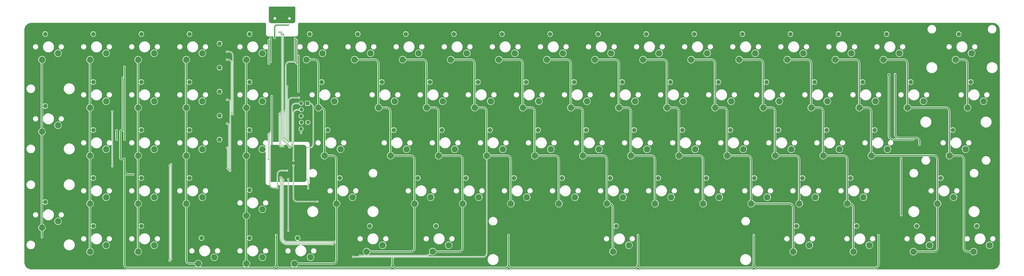
<source format=gtl>
%TF.GenerationSoftware,KiCad,Pcbnew,(5.99.0-2281-g2f31bf278)*%
%TF.CreationDate,2020-08-06T03:29:49-04:00*%
%TF.ProjectId,Sinister,53696e69-7374-4657-922e-6b696361645f,rev?*%
%TF.SameCoordinates,Original*%
%TF.FileFunction,Copper,L1,Top*%
%TF.FilePolarity,Positive*%
%FSLAX46Y46*%
G04 Gerber Fmt 4.6, Leading zero omitted, Abs format (unit mm)*
G04 Created by KiCad (PCBNEW (5.99.0-2281-g2f31bf278)) date 2020-08-06 03:29:49*
%MOMM*%
%LPD*%
G01*
G04 APERTURE LIST*
%TA.AperFunction,ComponentPad*%
%ADD10C,2.540000*%
%TD*%
%TA.AperFunction,ComponentPad*%
%ADD11C,1.778000*%
%TD*%
%TA.AperFunction,ComponentPad*%
%ADD12O,1.524000X1.524000*%
%TD*%
%TA.AperFunction,ComponentPad*%
%ADD13R,1.524000X1.524000*%
%TD*%
%TA.AperFunction,ComponentPad*%
%ADD14O,1.100000X2.200000*%
%TD*%
%TA.AperFunction,ComponentPad*%
%ADD15O,1.300000X1.900000*%
%TD*%
%TA.AperFunction,ViaPad*%
%ADD16C,0.508000*%
%TD*%
%TA.AperFunction,ViaPad*%
%ADD17C,0.800000*%
%TD*%
%TA.AperFunction,Conductor*%
%ADD18C,0.457200*%
%TD*%
%TA.AperFunction,Conductor*%
%ADD19C,0.152400*%
%TD*%
%TA.AperFunction,Conductor*%
%ADD20C,0.200000*%
%TD*%
%TA.AperFunction,Conductor*%
%ADD21C,0.508000*%
%TD*%
G04 APERTURE END LIST*
D10*
%TO.P,SW60,1,Col*%
%TO.N,COL6*%
X290612449Y-95567500D03*
%TO.P,SW60,2,Row*%
%TO.N,Net-(D60-Pad2)*%
X296962449Y-93027500D03*
%TD*%
%TO.P,SW81,1,Col*%
%TO.N,COL14*%
X471587449Y-114617500D03*
%TO.P,SW81,2,Row*%
%TO.N,Net-(D81-Pad2)*%
X477937449Y-112077500D03*
%TD*%
D11*
%TO.P,LED89,A,A*%
%TO.N,Net-(LED89-PadA)*%
X244257449Y-70167500D03*
%TO.P,LED89,K,K*%
%TO.N,GND*%
%TA.AperFunction,ComponentPad*%
G36*
G01*
X245908449Y-70878700D02*
X245908449Y-69456300D01*
G75*
G02*
X246086249Y-69278500I177800J0D01*
G01*
X247508649Y-69278500D01*
G75*
G02*
X247686449Y-69456300I0J-177800D01*
G01*
X247686449Y-70878700D01*
G75*
G02*
X247508649Y-71056500I-177800J0D01*
G01*
X246086249Y-71056500D01*
G75*
G02*
X245908449Y-70878700I0J177800D01*
G01*
G37*
%TD.AperFunction*%
%TD*%
%TO.P,LED88,A,A*%
%TO.N,Net-(LED88-PadA)*%
X244257449Y-60642500D03*
%TO.P,LED88,K,K*%
%TO.N,GND*%
%TA.AperFunction,ComponentPad*%
G36*
G01*
X245908449Y-61353700D02*
X245908449Y-59931300D01*
G75*
G02*
X246086249Y-59753500I177800J0D01*
G01*
X247508649Y-59753500D01*
G75*
G02*
X247686449Y-59931300I0J-177800D01*
G01*
X247686449Y-61353700D01*
G75*
G02*
X247508649Y-61531500I-177800J0D01*
G01*
X246086249Y-61531500D01*
G75*
G02*
X245908449Y-61353700I0J177800D01*
G01*
G37*
%TD.AperFunction*%
%TD*%
%TO.P,LED87,A,A*%
%TO.N,Net-(LED87-PadA)*%
X244257449Y-51117500D03*
%TO.P,LED87,K,K*%
%TO.N,GND*%
%TA.AperFunction,ComponentPad*%
G36*
G01*
X245908449Y-51828700D02*
X245908449Y-50406300D01*
G75*
G02*
X246086249Y-50228500I177800J0D01*
G01*
X247508649Y-50228500D01*
G75*
G02*
X247686449Y-50406300I0J-177800D01*
G01*
X247686449Y-51828700D01*
G75*
G02*
X247508649Y-52006500I-177800J0D01*
G01*
X246086249Y-52006500D01*
G75*
G02*
X245908449Y-51828700I0J177800D01*
G01*
G37*
%TD.AperFunction*%
%TD*%
%TO.P,LED86,A,A*%
%TO.N,Net-(LED86-PadA)*%
X244257449Y-41592500D03*
%TO.P,LED86,K,K*%
%TO.N,GND*%
%TA.AperFunction,ComponentPad*%
G36*
G01*
X245908449Y-42303700D02*
X245908449Y-40881300D01*
G75*
G02*
X246086249Y-40703500I177800J0D01*
G01*
X247508649Y-40703500D01*
G75*
G02*
X247686449Y-40881300I0J-177800D01*
G01*
X247686449Y-42303700D01*
G75*
G02*
X247508649Y-42481500I-177800J0D01*
G01*
X246086249Y-42481500D01*
G75*
G02*
X245908449Y-42303700I0J177800D01*
G01*
G37*
%TD.AperFunction*%
%TD*%
%TO.P,LED85,A,A*%
%TO.N,Net-(LED85-PadA)*%
X244257449Y-32067500D03*
%TO.P,LED85,K,K*%
%TO.N,GND*%
%TA.AperFunction,ComponentPad*%
G36*
G01*
X245908449Y-32778700D02*
X245908449Y-31356300D01*
G75*
G02*
X246086249Y-31178500I177800J0D01*
G01*
X247508649Y-31178500D01*
G75*
G02*
X247686449Y-31356300I0J-177800D01*
G01*
X247686449Y-32778700D01*
G75*
G02*
X247508649Y-32956500I-177800J0D01*
G01*
X246086249Y-32956500D01*
G75*
G02*
X245908449Y-32778700I0J177800D01*
G01*
G37*
%TD.AperFunction*%
%TD*%
D10*
%TO.P,SW80,1,Col*%
%TO.N,COL11*%
X400149949Y-114617500D03*
%TO.P,SW80,2,Row*%
%TO.N,Net-(D80-Pad2)*%
X406499949Y-112077500D03*
%TD*%
%TO.P,SW62,2,Row*%
%TO.N,Net-(D62-Pad2)*%
X346968699Y-93027500D03*
%TO.P,SW62,1,Col*%
%TO.N,COL8*%
X340618699Y-95567500D03*
%TD*%
%TO.P,SW43,1,Col*%
%TO.N,COL6*%
X285849949Y-76517500D03*
%TO.P,SW43,2,Row*%
%TO.N,Net-(D43-Pad2)*%
X292199949Y-73977500D03*
%TD*%
D11*
%TO.P,LED72,A,A*%
%TO.N,Net-(LED72-PadA)*%
X175201199Y-94932500D03*
%TO.P,LED72,K,K*%
%TO.N,GND*%
%TA.AperFunction,ComponentPad*%
G36*
G01*
X176852199Y-95643700D02*
X176852199Y-94221300D01*
G75*
G02*
X177029999Y-94043500I177800J0D01*
G01*
X178452399Y-94043500D01*
G75*
G02*
X178630199Y-94221300I0J-177800D01*
G01*
X178630199Y-95643700D01*
G75*
G02*
X178452399Y-95821500I-177800J0D01*
G01*
X177029999Y-95821500D01*
G75*
G02*
X176852199Y-95643700I0J177800D01*
G01*
G37*
%TD.AperFunction*%
%TD*%
%TO.P,LED38,A,A*%
%TO.N,Net-(LED38-PadA)*%
X175201199Y-56832500D03*
%TO.P,LED38,K,K*%
%TO.N,GND*%
%TA.AperFunction,ComponentPad*%
G36*
G01*
X176852199Y-57543700D02*
X176852199Y-56121300D01*
G75*
G02*
X177029999Y-55943500I177800J0D01*
G01*
X178452399Y-55943500D01*
G75*
G02*
X178630199Y-56121300I0J-177800D01*
G01*
X178630199Y-57543700D01*
G75*
G02*
X178452399Y-57721500I-177800J0D01*
G01*
X177029999Y-57721500D01*
G75*
G02*
X176852199Y-57543700I0J177800D01*
G01*
G37*
%TD.AperFunction*%
%TD*%
D10*
%TO.P,SW72,1,Col*%
%TO.N,COL1*%
X173931199Y-105092500D03*
%TO.P,SW72,2,Row*%
%TO.N,Net-(D72-Pad2)*%
X180281199Y-102552500D03*
%TD*%
%TO.P,SW1,2,Row*%
%TO.N,Net-(D1-Pad2)*%
X180281199Y-35877500D03*
%TO.P,SW1,1,Col*%
%TO.N,COL1*%
X173931199Y-38417500D03*
%TD*%
%TO.P,SW38,1,Col*%
%TO.N,COL1*%
X173931199Y-66992500D03*
%TO.P,SW38,2,Row*%
%TO.N,Net-(D38-Pad2)*%
X180281199Y-64452500D03*
%TD*%
%TO.P,SW19,1,Col*%
%TO.N,COL19*%
X535881199Y-38417500D03*
%TO.P,SW19,2,Row*%
%TO.N,Net-(D19-Pad2)*%
X542231199Y-35877500D03*
%TD*%
%TO.P,SW84,1,Col*%
%TO.N,COL18*%
X543024949Y-114617500D03*
%TO.P,SW84,2,Row*%
%TO.N,Net-(D84-Pad2)*%
X549374949Y-112077500D03*
%TD*%
%TO.P,SW83,1,Col*%
%TO.N,COL17*%
X519212449Y-114617500D03*
%TO.P,SW83,2,Row*%
%TO.N,Net-(D83-Pad2)*%
X525562449Y-112077500D03*
%TD*%
%TO.P,SW82,1,Col*%
%TO.N,COL16*%
X495399949Y-114617500D03*
%TO.P,SW82,2,Row*%
%TO.N,Net-(D82-Pad2)*%
X501749949Y-112077500D03*
%TD*%
%TO.P,SW79,1,Col*%
%TO.N,COL8*%
X328712449Y-114617500D03*
%TO.P,SW79,2,Row*%
%TO.N,Net-(D79-Pad2)*%
X335062449Y-112077500D03*
%TD*%
%TO.P,SW78,1,Col*%
%TO.N,COL7*%
X302518699Y-114617500D03*
%TO.P,SW78,2,Row*%
%TO.N,Net-(D78-Pad2)*%
X308868699Y-112077500D03*
%TD*%
%TO.P,SW77,2,Row*%
%TO.N,Net-(D77-Pad2)*%
X280293699Y-116840000D03*
%TO.P,SW77,1,Col*%
%TO.N,COL6*%
X273943699Y-119380000D03*
%TD*%
%TO.P,SW76,2,Row*%
%TO.N,Net-(D76-Pad2)*%
X261243699Y-116840000D03*
%TO.P,SW76,1,Col*%
%TO.N,COL5*%
X254893699Y-119380000D03*
%TD*%
%TO.P,SW75,2,Row*%
%TO.N,Net-(D75-Pad2)*%
X242193699Y-116840000D03*
%TO.P,SW75,1,Col*%
%TO.N,COL4*%
X235843699Y-119380000D03*
%TD*%
%TO.P,SW74,2,Row*%
%TO.N,Net-(D74-Pad2)*%
X218381199Y-112077500D03*
%TO.P,SW74,1,Col*%
%TO.N,COL3*%
X212031199Y-114617500D03*
%TD*%
%TO.P,SW73,2,Row*%
%TO.N,Net-(D73-Pad2)*%
X199331199Y-112077500D03*
%TO.P,SW73,1,Col*%
%TO.N,COL2*%
X192981199Y-114617500D03*
%TD*%
%TO.P,SW71,1,Col*%
%TO.N,COL17*%
X528737449Y-95567500D03*
%TO.P,SW71,2,Row*%
%TO.N,Net-(D71-Pad2)*%
X535087449Y-93027500D03*
%TD*%
%TO.P,SW70,2,Row*%
%TO.N,Net-(D70-Pad2)*%
X499368699Y-93027500D03*
%TO.P,SW70,1,Col*%
%TO.N,COL16*%
X493018699Y-95567500D03*
%TD*%
%TO.P,SW69,2,Row*%
%TO.N,Net-(D69-Pad2)*%
X480318699Y-93027500D03*
%TO.P,SW69,1,Col*%
%TO.N,COL15*%
X473968699Y-95567500D03*
%TD*%
%TO.P,SW68,2,Row*%
%TO.N,Net-(D68-Pad2)*%
X461268699Y-93027500D03*
%TO.P,SW68,1,Col*%
%TO.N,COL14*%
X454918699Y-95567500D03*
%TD*%
%TO.P,SW67,2,Row*%
%TO.N,Net-(D67-Pad2)*%
X442218699Y-93027500D03*
%TO.P,SW67,1,Col*%
%TO.N,COL13*%
X435868699Y-95567500D03*
%TD*%
%TO.P,SW66,2,Row*%
%TO.N,Net-(D66-Pad2)*%
X423168699Y-93027500D03*
%TO.P,SW66,1,Col*%
%TO.N,COL12*%
X416818699Y-95567500D03*
%TD*%
%TO.P,SW65,2,Row*%
%TO.N,Net-(D65-Pad2)*%
X404118699Y-93027500D03*
%TO.P,SW65,1,Col*%
%TO.N,COL11*%
X397768699Y-95567500D03*
%TD*%
%TO.P,SW64,2,Row*%
%TO.N,Net-(D64-Pad2)*%
X385068699Y-93027500D03*
%TO.P,SW64,1,Col*%
%TO.N,COL10*%
X378718699Y-95567500D03*
%TD*%
%TO.P,SW63,2,Row*%
%TO.N,Net-(D63-Pad2)*%
X366018699Y-93027500D03*
%TO.P,SW63,1,Col*%
%TO.N,COL9*%
X359668699Y-95567500D03*
%TD*%
%TO.P,SW61,2,Row*%
%TO.N,Net-(D61-Pad2)*%
X327918699Y-93027500D03*
%TO.P,SW61,1,Col*%
%TO.N,COL7*%
X321568699Y-95567500D03*
%TD*%
%TO.P,SW59,2,Row*%
%TO.N,Net-(D59-Pad2)*%
X261243699Y-97790000D03*
%TO.P,SW59,1,Col*%
%TO.N,COL5*%
X254893699Y-100330000D03*
%TD*%
%TO.P,SW58,2,Row*%
%TO.N,Net-(D58-Pad2)*%
X237431199Y-93027500D03*
%TO.P,SW58,1,Col*%
%TO.N,COL4*%
X231081199Y-95567500D03*
%TD*%
%TO.P,SW57,2,Row*%
%TO.N,Net-(D57-Pad2)*%
X218381199Y-93027500D03*
%TO.P,SW57,1,Col*%
%TO.N,COL3*%
X212031199Y-95567500D03*
%TD*%
%TO.P,SW56,2,Row*%
%TO.N,Net-(D56-Pad2)*%
X199331199Y-93027500D03*
%TO.P,SW56,1,Col*%
%TO.N,COL2*%
X192981199Y-95567500D03*
%TD*%
%TO.P,SW55,1,Col*%
%TO.N,COL18*%
X533499949Y-76517500D03*
%TO.P,SW55,2,Row*%
%TO.N,Net-(D55-Pad2)*%
X539849949Y-73977500D03*
%TD*%
%TO.P,SW54,2,Row*%
%TO.N,Net-(D54-Pad2)*%
X508893699Y-73977500D03*
%TO.P,SW54,1,Col*%
%TO.N,COL17*%
X502543699Y-76517500D03*
%TD*%
%TO.P,SW53,2,Row*%
%TO.N,Net-(D53-Pad2)*%
X489843699Y-73977500D03*
%TO.P,SW53,1,Col*%
%TO.N,COL16*%
X483493699Y-76517500D03*
%TD*%
%TO.P,SW52,2,Row*%
%TO.N,Net-(D52-Pad2)*%
X470793699Y-73977500D03*
%TO.P,SW52,1,Col*%
%TO.N,COL15*%
X464443699Y-76517500D03*
%TD*%
%TO.P,SW51,2,Row*%
%TO.N,Net-(D51-Pad2)*%
X451743699Y-73977500D03*
%TO.P,SW51,1,Col*%
%TO.N,COL14*%
X445393699Y-76517500D03*
%TD*%
%TO.P,SW50,2,Row*%
%TO.N,Net-(D50-Pad2)*%
X432693699Y-73977500D03*
%TO.P,SW50,1,Col*%
%TO.N,COL13*%
X426343699Y-76517500D03*
%TD*%
%TO.P,SW49,2,Row*%
%TO.N,Net-(D49-Pad2)*%
X413643699Y-73977500D03*
%TO.P,SW49,1,Col*%
%TO.N,COL12*%
X407293699Y-76517500D03*
%TD*%
%TO.P,SW48,2,Row*%
%TO.N,Net-(D48-Pad2)*%
X394593699Y-73977500D03*
%TO.P,SW48,1,Col*%
%TO.N,COL11*%
X388243699Y-76517500D03*
%TD*%
%TO.P,SW47,2,Row*%
%TO.N,Net-(D47-Pad2)*%
X375543699Y-73977500D03*
%TO.P,SW47,1,Col*%
%TO.N,COL10*%
X369193699Y-76517500D03*
%TD*%
%TO.P,SW46,2,Row*%
%TO.N,Net-(D46-Pad2)*%
X356493699Y-73977500D03*
%TO.P,SW46,1,Col*%
%TO.N,COL9*%
X350143699Y-76517500D03*
%TD*%
%TO.P,SW45,2,Row*%
%TO.N,Net-(D45-Pad2)*%
X337443699Y-73977500D03*
%TO.P,SW45,1,Col*%
%TO.N,COL8*%
X331093699Y-76517500D03*
%TD*%
%TO.P,SW44,2,Row*%
%TO.N,Net-(D44-Pad2)*%
X318393699Y-73977500D03*
%TO.P,SW44,1,Col*%
%TO.N,COL7*%
X312043699Y-76517500D03*
%TD*%
%TO.P,SW42,2,Row*%
%TO.N,Net-(D42-Pad2)*%
X261243699Y-73977500D03*
%TO.P,SW42,1,Col*%
%TO.N,COL5*%
X254893699Y-76517500D03*
%TD*%
%TO.P,SW41,2,Row*%
%TO.N,Net-(D41-Pad2)*%
X237431199Y-73977500D03*
%TO.P,SW41,1,Col*%
%TO.N,COL4*%
X231081199Y-76517500D03*
%TD*%
%TO.P,SW40,2,Row*%
%TO.N,Net-(D40-Pad2)*%
X218381199Y-73977500D03*
%TO.P,SW40,1,Col*%
%TO.N,COL3*%
X212031199Y-76517500D03*
%TD*%
%TO.P,SW39,2,Row*%
%TO.N,Net-(D39-Pad2)*%
X199331199Y-73977500D03*
%TO.P,SW39,1,Col*%
%TO.N,COL2*%
X192981199Y-76517500D03*
%TD*%
%TO.P,SW37,1,Col*%
%TO.N,COL19*%
X540643699Y-57467500D03*
%TO.P,SW37,2,Row*%
%TO.N,Net-(D37-Pad2)*%
X546993699Y-54927500D03*
%TD*%
%TO.P,SW36,2,Row*%
%TO.N,Net-(D36-Pad2)*%
X523181199Y-54927500D03*
%TO.P,SW36,1,Col*%
%TO.N,COL18*%
X516831199Y-57467500D03*
%TD*%
%TO.P,SW35,2,Row*%
%TO.N,Net-(D35-Pad2)*%
X504131199Y-54927500D03*
%TO.P,SW35,1,Col*%
%TO.N,COL17*%
X497781199Y-57467500D03*
%TD*%
%TO.P,SW34,2,Row*%
%TO.N,Net-(D34-Pad2)*%
X485081199Y-54927500D03*
%TO.P,SW34,1,Col*%
%TO.N,COL16*%
X478731199Y-57467500D03*
%TD*%
%TO.P,SW33,2,Row*%
%TO.N,Net-(D33-Pad2)*%
X466031199Y-54927500D03*
%TO.P,SW33,1,Col*%
%TO.N,COL15*%
X459681199Y-57467500D03*
%TD*%
%TO.P,SW32,2,Row*%
%TO.N,Net-(D32-Pad2)*%
X446981199Y-54927500D03*
%TO.P,SW32,1,Col*%
%TO.N,COL14*%
X440631199Y-57467500D03*
%TD*%
%TO.P,SW31,2,Row*%
%TO.N,Net-(D31-Pad2)*%
X427931199Y-54927500D03*
%TO.P,SW31,1,Col*%
%TO.N,COL13*%
X421581199Y-57467500D03*
%TD*%
%TO.P,SW30,2,Row*%
%TO.N,Net-(D30-Pad2)*%
X408881199Y-54927500D03*
%TO.P,SW30,1,Col*%
%TO.N,COL12*%
X402531199Y-57467500D03*
%TD*%
%TO.P,SW29,2,Row*%
%TO.N,Net-(D29-Pad2)*%
X389831199Y-54927500D03*
%TO.P,SW29,1,Col*%
%TO.N,COL11*%
X383481199Y-57467500D03*
%TD*%
%TO.P,SW28,2,Row*%
%TO.N,Net-(D28-Pad2)*%
X370781199Y-54927500D03*
%TO.P,SW28,1,Col*%
%TO.N,COL10*%
X364431199Y-57467500D03*
%TD*%
%TO.P,SW27,2,Row*%
%TO.N,Net-(D27-Pad2)*%
X351731199Y-54927500D03*
%TO.P,SW27,1,Col*%
%TO.N,COL9*%
X345381199Y-57467500D03*
%TD*%
%TO.P,SW26,2,Row*%
%TO.N,Net-(D26-Pad2)*%
X332681199Y-54927500D03*
%TO.P,SW26,1,Col*%
%TO.N,COL8*%
X326331199Y-57467500D03*
%TD*%
%TO.P,SW25,2,Row*%
%TO.N,Net-(D25-Pad2)*%
X313631199Y-54927500D03*
%TO.P,SW25,1,Col*%
%TO.N,COL7*%
X307281199Y-57467500D03*
%TD*%
%TO.P,SW24,1,Col*%
%TO.N,COL6*%
X283468699Y-57467500D03*
%TO.P,SW24,2,Row*%
%TO.N,Net-(D24-Pad2)*%
X289818699Y-54927500D03*
%TD*%
%TO.P,SW23,2,Row*%
%TO.N,Net-(D23-Pad2)*%
X261243699Y-54927500D03*
%TO.P,SW23,1,Col*%
%TO.N,COL5*%
X254893699Y-57467500D03*
%TD*%
%TO.P,SW22,2,Row*%
%TO.N,Net-(D22-Pad2)*%
X237431199Y-54927500D03*
%TO.P,SW22,1,Col*%
%TO.N,COL4*%
X231081199Y-57467500D03*
%TD*%
%TO.P,SW21,2,Row*%
%TO.N,Net-(D21-Pad2)*%
X218381199Y-54927500D03*
%TO.P,SW21,1,Col*%
%TO.N,COL3*%
X212031199Y-57467500D03*
%TD*%
%TO.P,SW20,2,Row*%
%TO.N,Net-(D20-Pad2)*%
X199331199Y-54927500D03*
%TO.P,SW20,1,Col*%
%TO.N,COL2*%
X192981199Y-57467500D03*
%TD*%
%TO.P,SW18,2,Row*%
%TO.N,Net-(D18-Pad2)*%
X513656199Y-35877500D03*
%TO.P,SW18,1,Col*%
%TO.N,COL18*%
X507306199Y-38417500D03*
%TD*%
%TO.P,SW17,2,Row*%
%TO.N,Net-(D17-Pad2)*%
X494606199Y-35877500D03*
%TO.P,SW17,1,Col*%
%TO.N,COL17*%
X488256199Y-38417500D03*
%TD*%
%TO.P,SW16,2,Row*%
%TO.N,Net-(D16-Pad2)*%
X475556199Y-35877500D03*
%TO.P,SW16,1,Col*%
%TO.N,COL16*%
X469206199Y-38417500D03*
%TD*%
%TO.P,SW15,2,Row*%
%TO.N,Net-(D15-Pad2)*%
X456506199Y-35877500D03*
%TO.P,SW15,1,Col*%
%TO.N,COL15*%
X450156199Y-38417500D03*
%TD*%
%TO.P,SW14,2,Row*%
%TO.N,Net-(D14-Pad2)*%
X437456199Y-35877500D03*
%TO.P,SW14,1,Col*%
%TO.N,COL14*%
X431106199Y-38417500D03*
%TD*%
%TO.P,SW13,2,Row*%
%TO.N,Net-(D13-Pad2)*%
X418406199Y-35877500D03*
%TO.P,SW13,1,Col*%
%TO.N,COL13*%
X412056199Y-38417500D03*
%TD*%
%TO.P,SW12,2,Row*%
%TO.N,Net-(D12-Pad2)*%
X399356199Y-35877500D03*
%TO.P,SW12,1,Col*%
%TO.N,COL12*%
X393006199Y-38417500D03*
%TD*%
%TO.P,SW11,2,Row*%
%TO.N,Net-(D11-Pad2)*%
X380306199Y-35877500D03*
%TO.P,SW11,1,Col*%
%TO.N,COL11*%
X373956199Y-38417500D03*
%TD*%
%TO.P,SW10,2,Row*%
%TO.N,Net-(D10-Pad2)*%
X361256199Y-35877500D03*
%TO.P,SW10,1,Col*%
%TO.N,COL10*%
X354906199Y-38417500D03*
%TD*%
%TO.P,SW9,2,Row*%
%TO.N,Net-(D9-Pad2)*%
X342206199Y-35877500D03*
%TO.P,SW9,1,Col*%
%TO.N,COL9*%
X335856199Y-38417500D03*
%TD*%
%TO.P,SW8,2,Row*%
%TO.N,Net-(D8-Pad2)*%
X323156199Y-35877500D03*
%TO.P,SW8,1,Col*%
%TO.N,COL8*%
X316806199Y-38417500D03*
%TD*%
%TO.P,SW7,2,Row*%
%TO.N,Net-(D7-Pad2)*%
X304106199Y-35877500D03*
%TO.P,SW7,1,Col*%
%TO.N,COL7*%
X297756199Y-38417500D03*
%TD*%
%TO.P,SW6,2,Row*%
%TO.N,Net-(D6-Pad2)*%
X285056199Y-35877500D03*
%TO.P,SW6,1,Col*%
%TO.N,COL6*%
X278706199Y-38417500D03*
%TD*%
%TO.P,SW5,2,Row*%
%TO.N,Net-(D5-Pad2)*%
X261243699Y-35877500D03*
%TO.P,SW5,1,Col*%
%TO.N,COL5*%
X254893699Y-38417500D03*
%TD*%
%TO.P,SW4,2,Row*%
%TO.N,Net-(D4-Pad2)*%
X237431199Y-35877500D03*
%TO.P,SW4,1,Col*%
%TO.N,COL4*%
X231081199Y-38417500D03*
%TD*%
%TO.P,SW3,2,Row*%
%TO.N,Net-(D3-Pad2)*%
X218381199Y-35877500D03*
%TO.P,SW3,1,Col*%
%TO.N,COL3*%
X212031199Y-38417500D03*
%TD*%
%TO.P,SW2,2,Row*%
%TO.N,Net-(D2-Pad2)*%
X199331199Y-35877500D03*
%TO.P,SW2,1,Col*%
%TO.N,COL2*%
X192981199Y-38417500D03*
%TD*%
D11*
%TO.P,LED84,A,A*%
%TO.N,Net-(LED84-PadA)*%
X544294949Y-104457500D03*
%TO.P,LED84,K,K*%
%TO.N,GND*%
%TA.AperFunction,ComponentPad*%
G36*
G01*
X545945949Y-105168700D02*
X545945949Y-103746300D01*
G75*
G02*
X546123749Y-103568500I177800J0D01*
G01*
X547546149Y-103568500D01*
G75*
G02*
X547723949Y-103746300I0J-177800D01*
G01*
X547723949Y-105168700D01*
G75*
G02*
X547546149Y-105346500I-177800J0D01*
G01*
X546123749Y-105346500D01*
G75*
G02*
X545945949Y-105168700I0J177800D01*
G01*
G37*
%TD.AperFunction*%
%TD*%
%TO.P,LED83,A,A*%
%TO.N,Net-(LED83-PadA)*%
X520482449Y-104457500D03*
%TO.P,LED83,K,K*%
%TO.N,GND*%
%TA.AperFunction,ComponentPad*%
G36*
G01*
X522133449Y-105168700D02*
X522133449Y-103746300D01*
G75*
G02*
X522311249Y-103568500I177800J0D01*
G01*
X523733649Y-103568500D01*
G75*
G02*
X523911449Y-103746300I0J-177800D01*
G01*
X523911449Y-105168700D01*
G75*
G02*
X523733649Y-105346500I-177800J0D01*
G01*
X522311249Y-105346500D01*
G75*
G02*
X522133449Y-105168700I0J177800D01*
G01*
G37*
%TD.AperFunction*%
%TD*%
%TO.P,LED82,A,A*%
%TO.N,Net-(LED82-PadA)*%
X496669949Y-104457500D03*
%TO.P,LED82,K,K*%
%TO.N,GND*%
%TA.AperFunction,ComponentPad*%
G36*
G01*
X498320949Y-105168700D02*
X498320949Y-103746300D01*
G75*
G02*
X498498749Y-103568500I177800J0D01*
G01*
X499921149Y-103568500D01*
G75*
G02*
X500098949Y-103746300I0J-177800D01*
G01*
X500098949Y-105168700D01*
G75*
G02*
X499921149Y-105346500I-177800J0D01*
G01*
X498498749Y-105346500D01*
G75*
G02*
X498320949Y-105168700I0J177800D01*
G01*
G37*
%TD.AperFunction*%
%TD*%
%TO.P,LED81,A,A*%
%TO.N,Net-(LED81-PadA)*%
X472857449Y-104457500D03*
%TO.P,LED81,K,K*%
%TO.N,GND*%
%TA.AperFunction,ComponentPad*%
G36*
G01*
X474508449Y-105168700D02*
X474508449Y-103746300D01*
G75*
G02*
X474686249Y-103568500I177800J0D01*
G01*
X476108649Y-103568500D01*
G75*
G02*
X476286449Y-103746300I0J-177800D01*
G01*
X476286449Y-105168700D01*
G75*
G02*
X476108649Y-105346500I-177800J0D01*
G01*
X474686249Y-105346500D01*
G75*
G02*
X474508449Y-105168700I0J177800D01*
G01*
G37*
%TD.AperFunction*%
%TD*%
%TO.P,LED80,A,A*%
%TO.N,Net-(LED80-PadA)*%
X401419949Y-104457500D03*
%TO.P,LED80,K,K*%
%TO.N,GND*%
%TA.AperFunction,ComponentPad*%
G36*
G01*
X403070949Y-105168700D02*
X403070949Y-103746300D01*
G75*
G02*
X403248749Y-103568500I177800J0D01*
G01*
X404671149Y-103568500D01*
G75*
G02*
X404848949Y-103746300I0J-177800D01*
G01*
X404848949Y-105168700D01*
G75*
G02*
X404671149Y-105346500I-177800J0D01*
G01*
X403248749Y-105346500D01*
G75*
G02*
X403070949Y-105168700I0J177800D01*
G01*
G37*
%TD.AperFunction*%
%TD*%
%TO.P,LED79,A,A*%
%TO.N,Net-(LED79-PadA)*%
X329982449Y-104457500D03*
%TO.P,LED79,K,K*%
%TO.N,GND*%
%TA.AperFunction,ComponentPad*%
G36*
G01*
X331633449Y-105168700D02*
X331633449Y-103746300D01*
G75*
G02*
X331811249Y-103568500I177800J0D01*
G01*
X333233649Y-103568500D01*
G75*
G02*
X333411449Y-103746300I0J-177800D01*
G01*
X333411449Y-105168700D01*
G75*
G02*
X333233649Y-105346500I-177800J0D01*
G01*
X331811249Y-105346500D01*
G75*
G02*
X331633449Y-105168700I0J177800D01*
G01*
G37*
%TD.AperFunction*%
%TD*%
%TO.P,LED78,A,A*%
%TO.N,Net-(LED78-PadA)*%
X303788699Y-104457500D03*
%TO.P,LED78,K,K*%
%TO.N,GND*%
%TA.AperFunction,ComponentPad*%
G36*
G01*
X305439699Y-105168700D02*
X305439699Y-103746300D01*
G75*
G02*
X305617499Y-103568500I177800J0D01*
G01*
X307039899Y-103568500D01*
G75*
G02*
X307217699Y-103746300I0J-177800D01*
G01*
X307217699Y-105168700D01*
G75*
G02*
X307039899Y-105346500I-177800J0D01*
G01*
X305617499Y-105346500D01*
G75*
G02*
X305439699Y-105168700I0J177800D01*
G01*
G37*
%TD.AperFunction*%
%TD*%
%TO.P,LED77,A,A*%
%TO.N,Net-(LED77-PadA)*%
X275213699Y-109220000D03*
%TO.P,LED77,K,K*%
%TO.N,GND*%
%TA.AperFunction,ComponentPad*%
G36*
G01*
X276864699Y-109931200D02*
X276864699Y-108508800D01*
G75*
G02*
X277042499Y-108331000I177800J0D01*
G01*
X278464899Y-108331000D01*
G75*
G02*
X278642699Y-108508800I0J-177800D01*
G01*
X278642699Y-109931200D01*
G75*
G02*
X278464899Y-110109000I-177800J0D01*
G01*
X277042499Y-110109000D01*
G75*
G02*
X276864699Y-109931200I0J177800D01*
G01*
G37*
%TD.AperFunction*%
%TD*%
%TO.P,LED76,A,A*%
%TO.N,Net-(LED76-PadA)*%
X256163699Y-109220000D03*
%TO.P,LED76,K,K*%
%TO.N,GND*%
%TA.AperFunction,ComponentPad*%
G36*
G01*
X257814699Y-109931200D02*
X257814699Y-108508800D01*
G75*
G02*
X257992499Y-108331000I177800J0D01*
G01*
X259414899Y-108331000D01*
G75*
G02*
X259592699Y-108508800I0J-177800D01*
G01*
X259592699Y-109931200D01*
G75*
G02*
X259414899Y-110109000I-177800J0D01*
G01*
X257992499Y-110109000D01*
G75*
G02*
X257814699Y-109931200I0J177800D01*
G01*
G37*
%TD.AperFunction*%
%TD*%
%TO.P,LED75,A,A*%
%TO.N,Net-(LED75-PadA)*%
X237113699Y-109220000D03*
%TO.P,LED75,K,K*%
%TO.N,GND*%
%TA.AperFunction,ComponentPad*%
G36*
G01*
X238764699Y-109931200D02*
X238764699Y-108508800D01*
G75*
G02*
X238942499Y-108331000I177800J0D01*
G01*
X240364899Y-108331000D01*
G75*
G02*
X240542699Y-108508800I0J-177800D01*
G01*
X240542699Y-109931200D01*
G75*
G02*
X240364899Y-110109000I-177800J0D01*
G01*
X238942499Y-110109000D01*
G75*
G02*
X238764699Y-109931200I0J177800D01*
G01*
G37*
%TD.AperFunction*%
%TD*%
%TO.P,LED74,A,A*%
%TO.N,Net-(LED74-PadA)*%
X213301199Y-104457500D03*
%TO.P,LED74,K,K*%
%TO.N,GND*%
%TA.AperFunction,ComponentPad*%
G36*
G01*
X214952199Y-105168700D02*
X214952199Y-103746300D01*
G75*
G02*
X215129999Y-103568500I177800J0D01*
G01*
X216552399Y-103568500D01*
G75*
G02*
X216730199Y-103746300I0J-177800D01*
G01*
X216730199Y-105168700D01*
G75*
G02*
X216552399Y-105346500I-177800J0D01*
G01*
X215129999Y-105346500D01*
G75*
G02*
X214952199Y-105168700I0J177800D01*
G01*
G37*
%TD.AperFunction*%
%TD*%
%TO.P,LED73,A,A*%
%TO.N,Net-(LED73-PadA)*%
X194251199Y-104457500D03*
%TO.P,LED73,K,K*%
%TO.N,GND*%
%TA.AperFunction,ComponentPad*%
G36*
G01*
X195902199Y-105168700D02*
X195902199Y-103746300D01*
G75*
G02*
X196079999Y-103568500I177800J0D01*
G01*
X197502399Y-103568500D01*
G75*
G02*
X197680199Y-103746300I0J-177800D01*
G01*
X197680199Y-105168700D01*
G75*
G02*
X197502399Y-105346500I-177800J0D01*
G01*
X196079999Y-105346500D01*
G75*
G02*
X195902199Y-105168700I0J177800D01*
G01*
G37*
%TD.AperFunction*%
%TD*%
%TO.P,LED71,A,A*%
%TO.N,Net-(LED71-PadA)*%
X530007449Y-85407500D03*
%TO.P,LED71,K,K*%
%TO.N,GND*%
%TA.AperFunction,ComponentPad*%
G36*
G01*
X531658449Y-86118700D02*
X531658449Y-84696300D01*
G75*
G02*
X531836249Y-84518500I177800J0D01*
G01*
X533258649Y-84518500D01*
G75*
G02*
X533436449Y-84696300I0J-177800D01*
G01*
X533436449Y-86118700D01*
G75*
G02*
X533258649Y-86296500I-177800J0D01*
G01*
X531836249Y-86296500D01*
G75*
G02*
X531658449Y-86118700I0J177800D01*
G01*
G37*
%TD.AperFunction*%
%TD*%
%TO.P,LED70,A,A*%
%TO.N,Net-(LED70-PadA)*%
X494288699Y-85407500D03*
%TO.P,LED70,K,K*%
%TO.N,GND*%
%TA.AperFunction,ComponentPad*%
G36*
G01*
X495939699Y-86118700D02*
X495939699Y-84696300D01*
G75*
G02*
X496117499Y-84518500I177800J0D01*
G01*
X497539899Y-84518500D01*
G75*
G02*
X497717699Y-84696300I0J-177800D01*
G01*
X497717699Y-86118700D01*
G75*
G02*
X497539899Y-86296500I-177800J0D01*
G01*
X496117499Y-86296500D01*
G75*
G02*
X495939699Y-86118700I0J177800D01*
G01*
G37*
%TD.AperFunction*%
%TD*%
%TO.P,LED69,A,A*%
%TO.N,Net-(LED69-PadA)*%
X475238699Y-85407500D03*
%TO.P,LED69,K,K*%
%TO.N,GND*%
%TA.AperFunction,ComponentPad*%
G36*
G01*
X476889699Y-86118700D02*
X476889699Y-84696300D01*
G75*
G02*
X477067499Y-84518500I177800J0D01*
G01*
X478489899Y-84518500D01*
G75*
G02*
X478667699Y-84696300I0J-177800D01*
G01*
X478667699Y-86118700D01*
G75*
G02*
X478489899Y-86296500I-177800J0D01*
G01*
X477067499Y-86296500D01*
G75*
G02*
X476889699Y-86118700I0J177800D01*
G01*
G37*
%TD.AperFunction*%
%TD*%
%TO.P,LED68,A,A*%
%TO.N,Net-(LED68-PadA)*%
X456188699Y-85407500D03*
%TO.P,LED68,K,K*%
%TO.N,GND*%
%TA.AperFunction,ComponentPad*%
G36*
G01*
X457839699Y-86118700D02*
X457839699Y-84696300D01*
G75*
G02*
X458017499Y-84518500I177800J0D01*
G01*
X459439899Y-84518500D01*
G75*
G02*
X459617699Y-84696300I0J-177800D01*
G01*
X459617699Y-86118700D01*
G75*
G02*
X459439899Y-86296500I-177800J0D01*
G01*
X458017499Y-86296500D01*
G75*
G02*
X457839699Y-86118700I0J177800D01*
G01*
G37*
%TD.AperFunction*%
%TD*%
%TO.P,LED67,A,A*%
%TO.N,Net-(LED67-PadA)*%
X437138699Y-85407500D03*
%TO.P,LED67,K,K*%
%TO.N,GND*%
%TA.AperFunction,ComponentPad*%
G36*
G01*
X438789699Y-86118700D02*
X438789699Y-84696300D01*
G75*
G02*
X438967499Y-84518500I177800J0D01*
G01*
X440389899Y-84518500D01*
G75*
G02*
X440567699Y-84696300I0J-177800D01*
G01*
X440567699Y-86118700D01*
G75*
G02*
X440389899Y-86296500I-177800J0D01*
G01*
X438967499Y-86296500D01*
G75*
G02*
X438789699Y-86118700I0J177800D01*
G01*
G37*
%TD.AperFunction*%
%TD*%
%TO.P,LED66,A,A*%
%TO.N,Net-(LED66-PadA)*%
X418088699Y-85407500D03*
%TO.P,LED66,K,K*%
%TO.N,GND*%
%TA.AperFunction,ComponentPad*%
G36*
G01*
X419739699Y-86118700D02*
X419739699Y-84696300D01*
G75*
G02*
X419917499Y-84518500I177800J0D01*
G01*
X421339899Y-84518500D01*
G75*
G02*
X421517699Y-84696300I0J-177800D01*
G01*
X421517699Y-86118700D01*
G75*
G02*
X421339899Y-86296500I-177800J0D01*
G01*
X419917499Y-86296500D01*
G75*
G02*
X419739699Y-86118700I0J177800D01*
G01*
G37*
%TD.AperFunction*%
%TD*%
%TO.P,LED65,A,A*%
%TO.N,Net-(LED65-PadA)*%
X399038699Y-85407500D03*
%TO.P,LED65,K,K*%
%TO.N,GND*%
%TA.AperFunction,ComponentPad*%
G36*
G01*
X400689699Y-86118700D02*
X400689699Y-84696300D01*
G75*
G02*
X400867499Y-84518500I177800J0D01*
G01*
X402289899Y-84518500D01*
G75*
G02*
X402467699Y-84696300I0J-177800D01*
G01*
X402467699Y-86118700D01*
G75*
G02*
X402289899Y-86296500I-177800J0D01*
G01*
X400867499Y-86296500D01*
G75*
G02*
X400689699Y-86118700I0J177800D01*
G01*
G37*
%TD.AperFunction*%
%TD*%
%TO.P,LED64,A,A*%
%TO.N,Net-(LED64-PadA)*%
X379988699Y-85407500D03*
%TO.P,LED64,K,K*%
%TO.N,GND*%
%TA.AperFunction,ComponentPad*%
G36*
G01*
X381639699Y-86118700D02*
X381639699Y-84696300D01*
G75*
G02*
X381817499Y-84518500I177800J0D01*
G01*
X383239899Y-84518500D01*
G75*
G02*
X383417699Y-84696300I0J-177800D01*
G01*
X383417699Y-86118700D01*
G75*
G02*
X383239899Y-86296500I-177800J0D01*
G01*
X381817499Y-86296500D01*
G75*
G02*
X381639699Y-86118700I0J177800D01*
G01*
G37*
%TD.AperFunction*%
%TD*%
%TO.P,LED63,A,A*%
%TO.N,Net-(LED63-PadA)*%
X360938699Y-85407500D03*
%TO.P,LED63,K,K*%
%TO.N,GND*%
%TA.AperFunction,ComponentPad*%
G36*
G01*
X362589699Y-86118700D02*
X362589699Y-84696300D01*
G75*
G02*
X362767499Y-84518500I177800J0D01*
G01*
X364189899Y-84518500D01*
G75*
G02*
X364367699Y-84696300I0J-177800D01*
G01*
X364367699Y-86118700D01*
G75*
G02*
X364189899Y-86296500I-177800J0D01*
G01*
X362767499Y-86296500D01*
G75*
G02*
X362589699Y-86118700I0J177800D01*
G01*
G37*
%TD.AperFunction*%
%TD*%
%TO.P,LED62,A,A*%
%TO.N,Net-(LED62-PadA)*%
X341888699Y-85407500D03*
%TO.P,LED62,K,K*%
%TO.N,GND*%
%TA.AperFunction,ComponentPad*%
G36*
G01*
X343539699Y-86118700D02*
X343539699Y-84696300D01*
G75*
G02*
X343717499Y-84518500I177800J0D01*
G01*
X345139899Y-84518500D01*
G75*
G02*
X345317699Y-84696300I0J-177800D01*
G01*
X345317699Y-86118700D01*
G75*
G02*
X345139899Y-86296500I-177800J0D01*
G01*
X343717499Y-86296500D01*
G75*
G02*
X343539699Y-86118700I0J177800D01*
G01*
G37*
%TD.AperFunction*%
%TD*%
%TO.P,LED61,A,A*%
%TO.N,Net-(LED61-PadA)*%
X322838699Y-85407500D03*
%TO.P,LED61,K,K*%
%TO.N,GND*%
%TA.AperFunction,ComponentPad*%
G36*
G01*
X324489699Y-86118700D02*
X324489699Y-84696300D01*
G75*
G02*
X324667499Y-84518500I177800J0D01*
G01*
X326089899Y-84518500D01*
G75*
G02*
X326267699Y-84696300I0J-177800D01*
G01*
X326267699Y-86118700D01*
G75*
G02*
X326089899Y-86296500I-177800J0D01*
G01*
X324667499Y-86296500D01*
G75*
G02*
X324489699Y-86118700I0J177800D01*
G01*
G37*
%TD.AperFunction*%
%TD*%
%TO.P,LED60,A,A*%
%TO.N,Net-(LED60-PadA)*%
X291882449Y-85407500D03*
%TO.P,LED60,K,K*%
%TO.N,GND*%
%TA.AperFunction,ComponentPad*%
G36*
G01*
X293533449Y-86118700D02*
X293533449Y-84696300D01*
G75*
G02*
X293711249Y-84518500I177800J0D01*
G01*
X295133649Y-84518500D01*
G75*
G02*
X295311449Y-84696300I0J-177800D01*
G01*
X295311449Y-86118700D01*
G75*
G02*
X295133649Y-86296500I-177800J0D01*
G01*
X293711249Y-86296500D01*
G75*
G02*
X293533449Y-86118700I0J177800D01*
G01*
G37*
%TD.AperFunction*%
%TD*%
%TO.P,LED59,A,A*%
%TO.N,Net-(LED59-PadA)*%
X256163699Y-90170000D03*
%TO.P,LED59,K,K*%
%TO.N,GND*%
%TA.AperFunction,ComponentPad*%
G36*
G01*
X257814699Y-90881200D02*
X257814699Y-89458800D01*
G75*
G02*
X257992499Y-89281000I177800J0D01*
G01*
X259414899Y-89281000D01*
G75*
G02*
X259592699Y-89458800I0J-177800D01*
G01*
X259592699Y-90881200D01*
G75*
G02*
X259414899Y-91059000I-177800J0D01*
G01*
X257992499Y-91059000D01*
G75*
G02*
X257814699Y-90881200I0J177800D01*
G01*
G37*
%TD.AperFunction*%
%TD*%
%TO.P,LED58,A,A*%
%TO.N,Net-(LED58-PadA)*%
X232351199Y-85407500D03*
%TO.P,LED58,K,K*%
%TO.N,GND*%
%TA.AperFunction,ComponentPad*%
G36*
G01*
X234002199Y-86118700D02*
X234002199Y-84696300D01*
G75*
G02*
X234179999Y-84518500I177800J0D01*
G01*
X235602399Y-84518500D01*
G75*
G02*
X235780199Y-84696300I0J-177800D01*
G01*
X235780199Y-86118700D01*
G75*
G02*
X235602399Y-86296500I-177800J0D01*
G01*
X234179999Y-86296500D01*
G75*
G02*
X234002199Y-86118700I0J177800D01*
G01*
G37*
%TD.AperFunction*%
%TD*%
%TO.P,LED57,A,A*%
%TO.N,Net-(LED57-PadA)*%
X213301199Y-85407500D03*
%TO.P,LED57,K,K*%
%TO.N,GND*%
%TA.AperFunction,ComponentPad*%
G36*
G01*
X214952199Y-86118700D02*
X214952199Y-84696300D01*
G75*
G02*
X215129999Y-84518500I177800J0D01*
G01*
X216552399Y-84518500D01*
G75*
G02*
X216730199Y-84696300I0J-177800D01*
G01*
X216730199Y-86118700D01*
G75*
G02*
X216552399Y-86296500I-177800J0D01*
G01*
X215129999Y-86296500D01*
G75*
G02*
X214952199Y-86118700I0J177800D01*
G01*
G37*
%TD.AperFunction*%
%TD*%
%TO.P,LED56,A,A*%
%TO.N,Net-(LED56-PadA)*%
X194251199Y-85407500D03*
%TO.P,LED56,K,K*%
%TO.N,GND*%
%TA.AperFunction,ComponentPad*%
G36*
G01*
X195902199Y-86118700D02*
X195902199Y-84696300D01*
G75*
G02*
X196079999Y-84518500I177800J0D01*
G01*
X197502399Y-84518500D01*
G75*
G02*
X197680199Y-84696300I0J-177800D01*
G01*
X197680199Y-86118700D01*
G75*
G02*
X197502399Y-86296500I-177800J0D01*
G01*
X196079999Y-86296500D01*
G75*
G02*
X195902199Y-86118700I0J177800D01*
G01*
G37*
%TD.AperFunction*%
%TD*%
%TO.P,LED55,A,A*%
%TO.N,Net-(LED55-PadA)*%
X534769949Y-66357500D03*
%TO.P,LED55,K,K*%
%TO.N,GND*%
%TA.AperFunction,ComponentPad*%
G36*
G01*
X536420949Y-67068700D02*
X536420949Y-65646300D01*
G75*
G02*
X536598749Y-65468500I177800J0D01*
G01*
X538021149Y-65468500D01*
G75*
G02*
X538198949Y-65646300I0J-177800D01*
G01*
X538198949Y-67068700D01*
G75*
G02*
X538021149Y-67246500I-177800J0D01*
G01*
X536598749Y-67246500D01*
G75*
G02*
X536420949Y-67068700I0J177800D01*
G01*
G37*
%TD.AperFunction*%
%TD*%
%TO.P,LED54,A,A*%
%TO.N,Net-(LED54-PadA)*%
X503813699Y-66357500D03*
%TO.P,LED54,K,K*%
%TO.N,GND*%
%TA.AperFunction,ComponentPad*%
G36*
G01*
X505464699Y-67068700D02*
X505464699Y-65646300D01*
G75*
G02*
X505642499Y-65468500I177800J0D01*
G01*
X507064899Y-65468500D01*
G75*
G02*
X507242699Y-65646300I0J-177800D01*
G01*
X507242699Y-67068700D01*
G75*
G02*
X507064899Y-67246500I-177800J0D01*
G01*
X505642499Y-67246500D01*
G75*
G02*
X505464699Y-67068700I0J177800D01*
G01*
G37*
%TD.AperFunction*%
%TD*%
%TO.P,LED53,A,A*%
%TO.N,Net-(LED53-PadA)*%
X484763699Y-66357500D03*
%TO.P,LED53,K,K*%
%TO.N,GND*%
%TA.AperFunction,ComponentPad*%
G36*
G01*
X486414699Y-67068700D02*
X486414699Y-65646300D01*
G75*
G02*
X486592499Y-65468500I177800J0D01*
G01*
X488014899Y-65468500D01*
G75*
G02*
X488192699Y-65646300I0J-177800D01*
G01*
X488192699Y-67068700D01*
G75*
G02*
X488014899Y-67246500I-177800J0D01*
G01*
X486592499Y-67246500D01*
G75*
G02*
X486414699Y-67068700I0J177800D01*
G01*
G37*
%TD.AperFunction*%
%TD*%
%TO.P,LED52,A,A*%
%TO.N,Net-(LED52-PadA)*%
X465713699Y-66357500D03*
%TO.P,LED52,K,K*%
%TO.N,GND*%
%TA.AperFunction,ComponentPad*%
G36*
G01*
X467364699Y-67068700D02*
X467364699Y-65646300D01*
G75*
G02*
X467542499Y-65468500I177800J0D01*
G01*
X468964899Y-65468500D01*
G75*
G02*
X469142699Y-65646300I0J-177800D01*
G01*
X469142699Y-67068700D01*
G75*
G02*
X468964899Y-67246500I-177800J0D01*
G01*
X467542499Y-67246500D01*
G75*
G02*
X467364699Y-67068700I0J177800D01*
G01*
G37*
%TD.AperFunction*%
%TD*%
%TO.P,LED51,A,A*%
%TO.N,Net-(LED51-PadA)*%
X446663699Y-66357500D03*
%TO.P,LED51,K,K*%
%TO.N,GND*%
%TA.AperFunction,ComponentPad*%
G36*
G01*
X448314699Y-67068700D02*
X448314699Y-65646300D01*
G75*
G02*
X448492499Y-65468500I177800J0D01*
G01*
X449914899Y-65468500D01*
G75*
G02*
X450092699Y-65646300I0J-177800D01*
G01*
X450092699Y-67068700D01*
G75*
G02*
X449914899Y-67246500I-177800J0D01*
G01*
X448492499Y-67246500D01*
G75*
G02*
X448314699Y-67068700I0J177800D01*
G01*
G37*
%TD.AperFunction*%
%TD*%
%TO.P,LED50,A,A*%
%TO.N,Net-(LED50-PadA)*%
X427613699Y-66357500D03*
%TO.P,LED50,K,K*%
%TO.N,GND*%
%TA.AperFunction,ComponentPad*%
G36*
G01*
X429264699Y-67068700D02*
X429264699Y-65646300D01*
G75*
G02*
X429442499Y-65468500I177800J0D01*
G01*
X430864899Y-65468500D01*
G75*
G02*
X431042699Y-65646300I0J-177800D01*
G01*
X431042699Y-67068700D01*
G75*
G02*
X430864899Y-67246500I-177800J0D01*
G01*
X429442499Y-67246500D01*
G75*
G02*
X429264699Y-67068700I0J177800D01*
G01*
G37*
%TD.AperFunction*%
%TD*%
%TO.P,LED49,A,A*%
%TO.N,Net-(LED49-PadA)*%
X408563699Y-66357500D03*
%TO.P,LED49,K,K*%
%TO.N,GND*%
%TA.AperFunction,ComponentPad*%
G36*
G01*
X410214699Y-67068700D02*
X410214699Y-65646300D01*
G75*
G02*
X410392499Y-65468500I177800J0D01*
G01*
X411814899Y-65468500D01*
G75*
G02*
X411992699Y-65646300I0J-177800D01*
G01*
X411992699Y-67068700D01*
G75*
G02*
X411814899Y-67246500I-177800J0D01*
G01*
X410392499Y-67246500D01*
G75*
G02*
X410214699Y-67068700I0J177800D01*
G01*
G37*
%TD.AperFunction*%
%TD*%
%TO.P,LED48,A,A*%
%TO.N,Net-(LED48-PadA)*%
X389513699Y-66357500D03*
%TO.P,LED48,K,K*%
%TO.N,GND*%
%TA.AperFunction,ComponentPad*%
G36*
G01*
X391164699Y-67068700D02*
X391164699Y-65646300D01*
G75*
G02*
X391342499Y-65468500I177800J0D01*
G01*
X392764899Y-65468500D01*
G75*
G02*
X392942699Y-65646300I0J-177800D01*
G01*
X392942699Y-67068700D01*
G75*
G02*
X392764899Y-67246500I-177800J0D01*
G01*
X391342499Y-67246500D01*
G75*
G02*
X391164699Y-67068700I0J177800D01*
G01*
G37*
%TD.AperFunction*%
%TD*%
%TO.P,LED47,A,A*%
%TO.N,Net-(LED47-PadA)*%
X370463699Y-66357500D03*
%TO.P,LED47,K,K*%
%TO.N,GND*%
%TA.AperFunction,ComponentPad*%
G36*
G01*
X372114699Y-67068700D02*
X372114699Y-65646300D01*
G75*
G02*
X372292499Y-65468500I177800J0D01*
G01*
X373714899Y-65468500D01*
G75*
G02*
X373892699Y-65646300I0J-177800D01*
G01*
X373892699Y-67068700D01*
G75*
G02*
X373714899Y-67246500I-177800J0D01*
G01*
X372292499Y-67246500D01*
G75*
G02*
X372114699Y-67068700I0J177800D01*
G01*
G37*
%TD.AperFunction*%
%TD*%
%TO.P,LED46,A,A*%
%TO.N,Net-(LED46-PadA)*%
X351413699Y-66357500D03*
%TO.P,LED46,K,K*%
%TO.N,GND*%
%TA.AperFunction,ComponentPad*%
G36*
G01*
X353064699Y-67068700D02*
X353064699Y-65646300D01*
G75*
G02*
X353242499Y-65468500I177800J0D01*
G01*
X354664899Y-65468500D01*
G75*
G02*
X354842699Y-65646300I0J-177800D01*
G01*
X354842699Y-67068700D01*
G75*
G02*
X354664899Y-67246500I-177800J0D01*
G01*
X353242499Y-67246500D01*
G75*
G02*
X353064699Y-67068700I0J177800D01*
G01*
G37*
%TD.AperFunction*%
%TD*%
%TO.P,LED45,A,A*%
%TO.N,Net-(LED45-PadA)*%
X332363699Y-66357500D03*
%TO.P,LED45,K,K*%
%TO.N,GND*%
%TA.AperFunction,ComponentPad*%
G36*
G01*
X334014699Y-67068700D02*
X334014699Y-65646300D01*
G75*
G02*
X334192499Y-65468500I177800J0D01*
G01*
X335614899Y-65468500D01*
G75*
G02*
X335792699Y-65646300I0J-177800D01*
G01*
X335792699Y-67068700D01*
G75*
G02*
X335614899Y-67246500I-177800J0D01*
G01*
X334192499Y-67246500D01*
G75*
G02*
X334014699Y-67068700I0J177800D01*
G01*
G37*
%TD.AperFunction*%
%TD*%
%TO.P,LED44,A,A*%
%TO.N,Net-(LED44-PadA)*%
X313313699Y-66357500D03*
%TO.P,LED44,K,K*%
%TO.N,GND*%
%TA.AperFunction,ComponentPad*%
G36*
G01*
X314964699Y-67068700D02*
X314964699Y-65646300D01*
G75*
G02*
X315142499Y-65468500I177800J0D01*
G01*
X316564899Y-65468500D01*
G75*
G02*
X316742699Y-65646300I0J-177800D01*
G01*
X316742699Y-67068700D01*
G75*
G02*
X316564899Y-67246500I-177800J0D01*
G01*
X315142499Y-67246500D01*
G75*
G02*
X314964699Y-67068700I0J177800D01*
G01*
G37*
%TD.AperFunction*%
%TD*%
%TO.P,LED43,A,A*%
%TO.N,Net-(LED43-PadA)*%
X287119949Y-66357500D03*
%TO.P,LED43,K,K*%
%TO.N,GND*%
%TA.AperFunction,ComponentPad*%
G36*
G01*
X288770949Y-67068700D02*
X288770949Y-65646300D01*
G75*
G02*
X288948749Y-65468500I177800J0D01*
G01*
X290371149Y-65468500D01*
G75*
G02*
X290548949Y-65646300I0J-177800D01*
G01*
X290548949Y-67068700D01*
G75*
G02*
X290371149Y-67246500I-177800J0D01*
G01*
X288948749Y-67246500D01*
G75*
G02*
X288770949Y-67068700I0J177800D01*
G01*
G37*
%TD.AperFunction*%
%TD*%
%TO.P,LED42,A,A*%
%TO.N,Net-(LED42-PadA)*%
X256163699Y-66357500D03*
%TO.P,LED42,K,K*%
%TO.N,GND*%
%TA.AperFunction,ComponentPad*%
G36*
G01*
X257814699Y-67068700D02*
X257814699Y-65646300D01*
G75*
G02*
X257992499Y-65468500I177800J0D01*
G01*
X259414899Y-65468500D01*
G75*
G02*
X259592699Y-65646300I0J-177800D01*
G01*
X259592699Y-67068700D01*
G75*
G02*
X259414899Y-67246500I-177800J0D01*
G01*
X257992499Y-67246500D01*
G75*
G02*
X257814699Y-67068700I0J177800D01*
G01*
G37*
%TD.AperFunction*%
%TD*%
%TO.P,LED41,A,A*%
%TO.N,Net-(LED41-PadA)*%
X232351199Y-66357500D03*
%TO.P,LED41,K,K*%
%TO.N,GND*%
%TA.AperFunction,ComponentPad*%
G36*
G01*
X234002199Y-67068700D02*
X234002199Y-65646300D01*
G75*
G02*
X234179999Y-65468500I177800J0D01*
G01*
X235602399Y-65468500D01*
G75*
G02*
X235780199Y-65646300I0J-177800D01*
G01*
X235780199Y-67068700D01*
G75*
G02*
X235602399Y-67246500I-177800J0D01*
G01*
X234179999Y-67246500D01*
G75*
G02*
X234002199Y-67068700I0J177800D01*
G01*
G37*
%TD.AperFunction*%
%TD*%
%TO.P,LED40,A,A*%
%TO.N,Net-(LED40-PadA)*%
X213301199Y-66357500D03*
%TO.P,LED40,K,K*%
%TO.N,GND*%
%TA.AperFunction,ComponentPad*%
G36*
G01*
X214952199Y-67068700D02*
X214952199Y-65646300D01*
G75*
G02*
X215129999Y-65468500I177800J0D01*
G01*
X216552399Y-65468500D01*
G75*
G02*
X216730199Y-65646300I0J-177800D01*
G01*
X216730199Y-67068700D01*
G75*
G02*
X216552399Y-67246500I-177800J0D01*
G01*
X215129999Y-67246500D01*
G75*
G02*
X214952199Y-67068700I0J177800D01*
G01*
G37*
%TD.AperFunction*%
%TD*%
%TO.P,LED39,A,A*%
%TO.N,Net-(LED39-PadA)*%
X194251199Y-66357500D03*
%TO.P,LED39,K,K*%
%TO.N,GND*%
%TA.AperFunction,ComponentPad*%
G36*
G01*
X195902199Y-67068700D02*
X195902199Y-65646300D01*
G75*
G02*
X196079999Y-65468500I177800J0D01*
G01*
X197502399Y-65468500D01*
G75*
G02*
X197680199Y-65646300I0J-177800D01*
G01*
X197680199Y-67068700D01*
G75*
G02*
X197502399Y-67246500I-177800J0D01*
G01*
X196079999Y-67246500D01*
G75*
G02*
X195902199Y-67068700I0J177800D01*
G01*
G37*
%TD.AperFunction*%
%TD*%
%TO.P,LED37,A,A*%
%TO.N,Net-(LED37-PadA)*%
X541913699Y-47307500D03*
%TO.P,LED37,K,K*%
%TO.N,GND*%
%TA.AperFunction,ComponentPad*%
G36*
G01*
X543564699Y-48018700D02*
X543564699Y-46596300D01*
G75*
G02*
X543742499Y-46418500I177800J0D01*
G01*
X545164899Y-46418500D01*
G75*
G02*
X545342699Y-46596300I0J-177800D01*
G01*
X545342699Y-48018700D01*
G75*
G02*
X545164899Y-48196500I-177800J0D01*
G01*
X543742499Y-48196500D01*
G75*
G02*
X543564699Y-48018700I0J177800D01*
G01*
G37*
%TD.AperFunction*%
%TD*%
%TO.P,LED36,A,A*%
%TO.N,Net-(LED36-PadA)*%
X518101199Y-47307500D03*
%TO.P,LED36,K,K*%
%TO.N,GND*%
%TA.AperFunction,ComponentPad*%
G36*
G01*
X519752199Y-48018700D02*
X519752199Y-46596300D01*
G75*
G02*
X519929999Y-46418500I177800J0D01*
G01*
X521352399Y-46418500D01*
G75*
G02*
X521530199Y-46596300I0J-177800D01*
G01*
X521530199Y-48018700D01*
G75*
G02*
X521352399Y-48196500I-177800J0D01*
G01*
X519929999Y-48196500D01*
G75*
G02*
X519752199Y-48018700I0J177800D01*
G01*
G37*
%TD.AperFunction*%
%TD*%
%TO.P,LED35,A,A*%
%TO.N,Net-(LED35-PadA)*%
X499051199Y-47307500D03*
%TO.P,LED35,K,K*%
%TO.N,GND*%
%TA.AperFunction,ComponentPad*%
G36*
G01*
X500702199Y-48018700D02*
X500702199Y-46596300D01*
G75*
G02*
X500879999Y-46418500I177800J0D01*
G01*
X502302399Y-46418500D01*
G75*
G02*
X502480199Y-46596300I0J-177800D01*
G01*
X502480199Y-48018700D01*
G75*
G02*
X502302399Y-48196500I-177800J0D01*
G01*
X500879999Y-48196500D01*
G75*
G02*
X500702199Y-48018700I0J177800D01*
G01*
G37*
%TD.AperFunction*%
%TD*%
%TO.P,LED34,A,A*%
%TO.N,Net-(LED34-PadA)*%
X480001199Y-47307500D03*
%TO.P,LED34,K,K*%
%TO.N,GND*%
%TA.AperFunction,ComponentPad*%
G36*
G01*
X481652199Y-48018700D02*
X481652199Y-46596300D01*
G75*
G02*
X481829999Y-46418500I177800J0D01*
G01*
X483252399Y-46418500D01*
G75*
G02*
X483430199Y-46596300I0J-177800D01*
G01*
X483430199Y-48018700D01*
G75*
G02*
X483252399Y-48196500I-177800J0D01*
G01*
X481829999Y-48196500D01*
G75*
G02*
X481652199Y-48018700I0J177800D01*
G01*
G37*
%TD.AperFunction*%
%TD*%
%TO.P,LED33,A,A*%
%TO.N,Net-(LED33-PadA)*%
X460951199Y-47307500D03*
%TO.P,LED33,K,K*%
%TO.N,GND*%
%TA.AperFunction,ComponentPad*%
G36*
G01*
X462602199Y-48018700D02*
X462602199Y-46596300D01*
G75*
G02*
X462779999Y-46418500I177800J0D01*
G01*
X464202399Y-46418500D01*
G75*
G02*
X464380199Y-46596300I0J-177800D01*
G01*
X464380199Y-48018700D01*
G75*
G02*
X464202399Y-48196500I-177800J0D01*
G01*
X462779999Y-48196500D01*
G75*
G02*
X462602199Y-48018700I0J177800D01*
G01*
G37*
%TD.AperFunction*%
%TD*%
%TO.P,LED32,A,A*%
%TO.N,Net-(LED32-PadA)*%
X441901199Y-47307500D03*
%TO.P,LED32,K,K*%
%TO.N,GND*%
%TA.AperFunction,ComponentPad*%
G36*
G01*
X443552199Y-48018700D02*
X443552199Y-46596300D01*
G75*
G02*
X443729999Y-46418500I177800J0D01*
G01*
X445152399Y-46418500D01*
G75*
G02*
X445330199Y-46596300I0J-177800D01*
G01*
X445330199Y-48018700D01*
G75*
G02*
X445152399Y-48196500I-177800J0D01*
G01*
X443729999Y-48196500D01*
G75*
G02*
X443552199Y-48018700I0J177800D01*
G01*
G37*
%TD.AperFunction*%
%TD*%
%TO.P,LED31,A,A*%
%TO.N,Net-(LED31-PadA)*%
X422851199Y-47307500D03*
%TO.P,LED31,K,K*%
%TO.N,GND*%
%TA.AperFunction,ComponentPad*%
G36*
G01*
X424502199Y-48018700D02*
X424502199Y-46596300D01*
G75*
G02*
X424679999Y-46418500I177800J0D01*
G01*
X426102399Y-46418500D01*
G75*
G02*
X426280199Y-46596300I0J-177800D01*
G01*
X426280199Y-48018700D01*
G75*
G02*
X426102399Y-48196500I-177800J0D01*
G01*
X424679999Y-48196500D01*
G75*
G02*
X424502199Y-48018700I0J177800D01*
G01*
G37*
%TD.AperFunction*%
%TD*%
%TO.P,LED30,A,A*%
%TO.N,Net-(LED30-PadA)*%
X403801199Y-47307500D03*
%TO.P,LED30,K,K*%
%TO.N,GND*%
%TA.AperFunction,ComponentPad*%
G36*
G01*
X405452199Y-48018700D02*
X405452199Y-46596300D01*
G75*
G02*
X405629999Y-46418500I177800J0D01*
G01*
X407052399Y-46418500D01*
G75*
G02*
X407230199Y-46596300I0J-177800D01*
G01*
X407230199Y-48018700D01*
G75*
G02*
X407052399Y-48196500I-177800J0D01*
G01*
X405629999Y-48196500D01*
G75*
G02*
X405452199Y-48018700I0J177800D01*
G01*
G37*
%TD.AperFunction*%
%TD*%
%TO.P,LED29,A,A*%
%TO.N,Net-(LED29-PadA)*%
X384751199Y-47307500D03*
%TO.P,LED29,K,K*%
%TO.N,GND*%
%TA.AperFunction,ComponentPad*%
G36*
G01*
X386402199Y-48018700D02*
X386402199Y-46596300D01*
G75*
G02*
X386579999Y-46418500I177800J0D01*
G01*
X388002399Y-46418500D01*
G75*
G02*
X388180199Y-46596300I0J-177800D01*
G01*
X388180199Y-48018700D01*
G75*
G02*
X388002399Y-48196500I-177800J0D01*
G01*
X386579999Y-48196500D01*
G75*
G02*
X386402199Y-48018700I0J177800D01*
G01*
G37*
%TD.AperFunction*%
%TD*%
%TO.P,LED28,A,A*%
%TO.N,Net-(LED28-PadA)*%
X365701199Y-47307500D03*
%TO.P,LED28,K,K*%
%TO.N,GND*%
%TA.AperFunction,ComponentPad*%
G36*
G01*
X367352199Y-48018700D02*
X367352199Y-46596300D01*
G75*
G02*
X367529999Y-46418500I177800J0D01*
G01*
X368952399Y-46418500D01*
G75*
G02*
X369130199Y-46596300I0J-177800D01*
G01*
X369130199Y-48018700D01*
G75*
G02*
X368952399Y-48196500I-177800J0D01*
G01*
X367529999Y-48196500D01*
G75*
G02*
X367352199Y-48018700I0J177800D01*
G01*
G37*
%TD.AperFunction*%
%TD*%
%TO.P,LED27,A,A*%
%TO.N,Net-(LED27-PadA)*%
X346651199Y-47307500D03*
%TO.P,LED27,K,K*%
%TO.N,GND*%
%TA.AperFunction,ComponentPad*%
G36*
G01*
X348302199Y-48018700D02*
X348302199Y-46596300D01*
G75*
G02*
X348479999Y-46418500I177800J0D01*
G01*
X349902399Y-46418500D01*
G75*
G02*
X350080199Y-46596300I0J-177800D01*
G01*
X350080199Y-48018700D01*
G75*
G02*
X349902399Y-48196500I-177800J0D01*
G01*
X348479999Y-48196500D01*
G75*
G02*
X348302199Y-48018700I0J177800D01*
G01*
G37*
%TD.AperFunction*%
%TD*%
%TO.P,LED26,A,A*%
%TO.N,Net-(LED26-PadA)*%
X327601199Y-47307500D03*
%TO.P,LED26,K,K*%
%TO.N,GND*%
%TA.AperFunction,ComponentPad*%
G36*
G01*
X329252199Y-48018700D02*
X329252199Y-46596300D01*
G75*
G02*
X329429999Y-46418500I177800J0D01*
G01*
X330852399Y-46418500D01*
G75*
G02*
X331030199Y-46596300I0J-177800D01*
G01*
X331030199Y-48018700D01*
G75*
G02*
X330852399Y-48196500I-177800J0D01*
G01*
X329429999Y-48196500D01*
G75*
G02*
X329252199Y-48018700I0J177800D01*
G01*
G37*
%TD.AperFunction*%
%TD*%
%TO.P,LED25,A,A*%
%TO.N,Net-(LED25-PadA)*%
X308551199Y-47307500D03*
%TO.P,LED25,K,K*%
%TO.N,GND*%
%TA.AperFunction,ComponentPad*%
G36*
G01*
X310202199Y-48018700D02*
X310202199Y-46596300D01*
G75*
G02*
X310379999Y-46418500I177800J0D01*
G01*
X311802399Y-46418500D01*
G75*
G02*
X311980199Y-46596300I0J-177800D01*
G01*
X311980199Y-48018700D01*
G75*
G02*
X311802399Y-48196500I-177800J0D01*
G01*
X310379999Y-48196500D01*
G75*
G02*
X310202199Y-48018700I0J177800D01*
G01*
G37*
%TD.AperFunction*%
%TD*%
%TO.P,LED24,A,A*%
%TO.N,Net-(LED24-PadA)*%
X284738699Y-47307500D03*
%TO.P,LED24,K,K*%
%TO.N,GND*%
%TA.AperFunction,ComponentPad*%
G36*
G01*
X286389699Y-48018700D02*
X286389699Y-46596300D01*
G75*
G02*
X286567499Y-46418500I177800J0D01*
G01*
X287989899Y-46418500D01*
G75*
G02*
X288167699Y-46596300I0J-177800D01*
G01*
X288167699Y-48018700D01*
G75*
G02*
X287989899Y-48196500I-177800J0D01*
G01*
X286567499Y-48196500D01*
G75*
G02*
X286389699Y-48018700I0J177800D01*
G01*
G37*
%TD.AperFunction*%
%TD*%
%TO.P,LED23,A,A*%
%TO.N,Net-(LED23-PadA)*%
X256163699Y-47307500D03*
%TO.P,LED23,K,K*%
%TO.N,GND*%
%TA.AperFunction,ComponentPad*%
G36*
G01*
X257814699Y-48018700D02*
X257814699Y-46596300D01*
G75*
G02*
X257992499Y-46418500I177800J0D01*
G01*
X259414899Y-46418500D01*
G75*
G02*
X259592699Y-46596300I0J-177800D01*
G01*
X259592699Y-48018700D01*
G75*
G02*
X259414899Y-48196500I-177800J0D01*
G01*
X257992499Y-48196500D01*
G75*
G02*
X257814699Y-48018700I0J177800D01*
G01*
G37*
%TD.AperFunction*%
%TD*%
%TO.P,LED22,A,A*%
%TO.N,Net-(LED22-PadA)*%
X232351199Y-47307500D03*
%TO.P,LED22,K,K*%
%TO.N,GND*%
%TA.AperFunction,ComponentPad*%
G36*
G01*
X234002199Y-48018700D02*
X234002199Y-46596300D01*
G75*
G02*
X234179999Y-46418500I177800J0D01*
G01*
X235602399Y-46418500D01*
G75*
G02*
X235780199Y-46596300I0J-177800D01*
G01*
X235780199Y-48018700D01*
G75*
G02*
X235602399Y-48196500I-177800J0D01*
G01*
X234179999Y-48196500D01*
G75*
G02*
X234002199Y-48018700I0J177800D01*
G01*
G37*
%TD.AperFunction*%
%TD*%
%TO.P,LED21,A,A*%
%TO.N,Net-(LED21-PadA)*%
X213301199Y-47307500D03*
%TO.P,LED21,K,K*%
%TO.N,GND*%
%TA.AperFunction,ComponentPad*%
G36*
G01*
X214952199Y-48018700D02*
X214952199Y-46596300D01*
G75*
G02*
X215129999Y-46418500I177800J0D01*
G01*
X216552399Y-46418500D01*
G75*
G02*
X216730199Y-46596300I0J-177800D01*
G01*
X216730199Y-48018700D01*
G75*
G02*
X216552399Y-48196500I-177800J0D01*
G01*
X215129999Y-48196500D01*
G75*
G02*
X214952199Y-48018700I0J177800D01*
G01*
G37*
%TD.AperFunction*%
%TD*%
%TO.P,LED20,A,A*%
%TO.N,Net-(LED20-PadA)*%
X194251199Y-47307500D03*
%TO.P,LED20,K,K*%
%TO.N,GND*%
%TA.AperFunction,ComponentPad*%
G36*
G01*
X195902199Y-48018700D02*
X195902199Y-46596300D01*
G75*
G02*
X196079999Y-46418500I177800J0D01*
G01*
X197502399Y-46418500D01*
G75*
G02*
X197680199Y-46596300I0J-177800D01*
G01*
X197680199Y-48018700D01*
G75*
G02*
X197502399Y-48196500I-177800J0D01*
G01*
X196079999Y-48196500D01*
G75*
G02*
X195902199Y-48018700I0J177800D01*
G01*
G37*
%TD.AperFunction*%
%TD*%
%TO.P,LED19,A,A*%
%TO.N,Net-(LED19-PadA)*%
X537151199Y-28257500D03*
%TO.P,LED19,K,K*%
%TO.N,GND*%
%TA.AperFunction,ComponentPad*%
G36*
G01*
X538802199Y-28968700D02*
X538802199Y-27546300D01*
G75*
G02*
X538979999Y-27368500I177800J0D01*
G01*
X540402399Y-27368500D01*
G75*
G02*
X540580199Y-27546300I0J-177800D01*
G01*
X540580199Y-28968700D01*
G75*
G02*
X540402399Y-29146500I-177800J0D01*
G01*
X538979999Y-29146500D01*
G75*
G02*
X538802199Y-28968700I0J177800D01*
G01*
G37*
%TD.AperFunction*%
%TD*%
%TO.P,LED18,A,A*%
%TO.N,Net-(LED18-PadA)*%
X508576199Y-28257500D03*
%TO.P,LED18,K,K*%
%TO.N,GND*%
%TA.AperFunction,ComponentPad*%
G36*
G01*
X510227199Y-28968700D02*
X510227199Y-27546300D01*
G75*
G02*
X510404999Y-27368500I177800J0D01*
G01*
X511827399Y-27368500D01*
G75*
G02*
X512005199Y-27546300I0J-177800D01*
G01*
X512005199Y-28968700D01*
G75*
G02*
X511827399Y-29146500I-177800J0D01*
G01*
X510404999Y-29146500D01*
G75*
G02*
X510227199Y-28968700I0J177800D01*
G01*
G37*
%TD.AperFunction*%
%TD*%
%TO.P,LED17,A,A*%
%TO.N,Net-(LED17-PadA)*%
X489526199Y-28257500D03*
%TO.P,LED17,K,K*%
%TO.N,GND*%
%TA.AperFunction,ComponentPad*%
G36*
G01*
X491177199Y-28968700D02*
X491177199Y-27546300D01*
G75*
G02*
X491354999Y-27368500I177800J0D01*
G01*
X492777399Y-27368500D01*
G75*
G02*
X492955199Y-27546300I0J-177800D01*
G01*
X492955199Y-28968700D01*
G75*
G02*
X492777399Y-29146500I-177800J0D01*
G01*
X491354999Y-29146500D01*
G75*
G02*
X491177199Y-28968700I0J177800D01*
G01*
G37*
%TD.AperFunction*%
%TD*%
%TO.P,LED16,A,A*%
%TO.N,Net-(LED16-PadA)*%
X470476199Y-28257500D03*
%TO.P,LED16,K,K*%
%TO.N,GND*%
%TA.AperFunction,ComponentPad*%
G36*
G01*
X472127199Y-28968700D02*
X472127199Y-27546300D01*
G75*
G02*
X472304999Y-27368500I177800J0D01*
G01*
X473727399Y-27368500D01*
G75*
G02*
X473905199Y-27546300I0J-177800D01*
G01*
X473905199Y-28968700D01*
G75*
G02*
X473727399Y-29146500I-177800J0D01*
G01*
X472304999Y-29146500D01*
G75*
G02*
X472127199Y-28968700I0J177800D01*
G01*
G37*
%TD.AperFunction*%
%TD*%
%TO.P,LED15,A,A*%
%TO.N,Net-(LED15-PadA)*%
X451426199Y-28257500D03*
%TO.P,LED15,K,K*%
%TO.N,GND*%
%TA.AperFunction,ComponentPad*%
G36*
G01*
X453077199Y-28968700D02*
X453077199Y-27546300D01*
G75*
G02*
X453254999Y-27368500I177800J0D01*
G01*
X454677399Y-27368500D01*
G75*
G02*
X454855199Y-27546300I0J-177800D01*
G01*
X454855199Y-28968700D01*
G75*
G02*
X454677399Y-29146500I-177800J0D01*
G01*
X453254999Y-29146500D01*
G75*
G02*
X453077199Y-28968700I0J177800D01*
G01*
G37*
%TD.AperFunction*%
%TD*%
%TO.P,LED14,A,A*%
%TO.N,Net-(LED14-PadA)*%
X432376199Y-28257500D03*
%TO.P,LED14,K,K*%
%TO.N,GND*%
%TA.AperFunction,ComponentPad*%
G36*
G01*
X434027199Y-28968700D02*
X434027199Y-27546300D01*
G75*
G02*
X434204999Y-27368500I177800J0D01*
G01*
X435627399Y-27368500D01*
G75*
G02*
X435805199Y-27546300I0J-177800D01*
G01*
X435805199Y-28968700D01*
G75*
G02*
X435627399Y-29146500I-177800J0D01*
G01*
X434204999Y-29146500D01*
G75*
G02*
X434027199Y-28968700I0J177800D01*
G01*
G37*
%TD.AperFunction*%
%TD*%
%TO.P,LED13,A,A*%
%TO.N,Net-(LED13-PadA)*%
X413326199Y-28257500D03*
%TO.P,LED13,K,K*%
%TO.N,GND*%
%TA.AperFunction,ComponentPad*%
G36*
G01*
X414977199Y-28968700D02*
X414977199Y-27546300D01*
G75*
G02*
X415154999Y-27368500I177800J0D01*
G01*
X416577399Y-27368500D01*
G75*
G02*
X416755199Y-27546300I0J-177800D01*
G01*
X416755199Y-28968700D01*
G75*
G02*
X416577399Y-29146500I-177800J0D01*
G01*
X415154999Y-29146500D01*
G75*
G02*
X414977199Y-28968700I0J177800D01*
G01*
G37*
%TD.AperFunction*%
%TD*%
%TO.P,LED12,A,A*%
%TO.N,Net-(LED12-PadA)*%
X394276199Y-28257500D03*
%TO.P,LED12,K,K*%
%TO.N,GND*%
%TA.AperFunction,ComponentPad*%
G36*
G01*
X395927199Y-28968700D02*
X395927199Y-27546300D01*
G75*
G02*
X396104999Y-27368500I177800J0D01*
G01*
X397527399Y-27368500D01*
G75*
G02*
X397705199Y-27546300I0J-177800D01*
G01*
X397705199Y-28968700D01*
G75*
G02*
X397527399Y-29146500I-177800J0D01*
G01*
X396104999Y-29146500D01*
G75*
G02*
X395927199Y-28968700I0J177800D01*
G01*
G37*
%TD.AperFunction*%
%TD*%
%TO.P,LED11,A,A*%
%TO.N,Net-(LED11-PadA)*%
X375226199Y-28257500D03*
%TO.P,LED11,K,K*%
%TO.N,GND*%
%TA.AperFunction,ComponentPad*%
G36*
G01*
X376877199Y-28968700D02*
X376877199Y-27546300D01*
G75*
G02*
X377054999Y-27368500I177800J0D01*
G01*
X378477399Y-27368500D01*
G75*
G02*
X378655199Y-27546300I0J-177800D01*
G01*
X378655199Y-28968700D01*
G75*
G02*
X378477399Y-29146500I-177800J0D01*
G01*
X377054999Y-29146500D01*
G75*
G02*
X376877199Y-28968700I0J177800D01*
G01*
G37*
%TD.AperFunction*%
%TD*%
%TO.P,LED10,A,A*%
%TO.N,Net-(LED10-PadA)*%
X356176199Y-28257500D03*
%TO.P,LED10,K,K*%
%TO.N,GND*%
%TA.AperFunction,ComponentPad*%
G36*
G01*
X357827199Y-28968700D02*
X357827199Y-27546300D01*
G75*
G02*
X358004999Y-27368500I177800J0D01*
G01*
X359427399Y-27368500D01*
G75*
G02*
X359605199Y-27546300I0J-177800D01*
G01*
X359605199Y-28968700D01*
G75*
G02*
X359427399Y-29146500I-177800J0D01*
G01*
X358004999Y-29146500D01*
G75*
G02*
X357827199Y-28968700I0J177800D01*
G01*
G37*
%TD.AperFunction*%
%TD*%
%TO.P,LED9,A,A*%
%TO.N,Net-(LED9-PadA)*%
X337126199Y-28257500D03*
%TO.P,LED9,K,K*%
%TO.N,GND*%
%TA.AperFunction,ComponentPad*%
G36*
G01*
X338777199Y-28968700D02*
X338777199Y-27546300D01*
G75*
G02*
X338954999Y-27368500I177800J0D01*
G01*
X340377399Y-27368500D01*
G75*
G02*
X340555199Y-27546300I0J-177800D01*
G01*
X340555199Y-28968700D01*
G75*
G02*
X340377399Y-29146500I-177800J0D01*
G01*
X338954999Y-29146500D01*
G75*
G02*
X338777199Y-28968700I0J177800D01*
G01*
G37*
%TD.AperFunction*%
%TD*%
%TO.P,LED8,A,A*%
%TO.N,Net-(LED8-PadA)*%
X318076199Y-28257500D03*
%TO.P,LED8,K,K*%
%TO.N,GND*%
%TA.AperFunction,ComponentPad*%
G36*
G01*
X319727199Y-28968700D02*
X319727199Y-27546300D01*
G75*
G02*
X319904999Y-27368500I177800J0D01*
G01*
X321327399Y-27368500D01*
G75*
G02*
X321505199Y-27546300I0J-177800D01*
G01*
X321505199Y-28968700D01*
G75*
G02*
X321327399Y-29146500I-177800J0D01*
G01*
X319904999Y-29146500D01*
G75*
G02*
X319727199Y-28968700I0J177800D01*
G01*
G37*
%TD.AperFunction*%
%TD*%
%TO.P,LED7,A,A*%
%TO.N,Net-(LED7-PadA)*%
X299026199Y-28257500D03*
%TO.P,LED7,K,K*%
%TO.N,GND*%
%TA.AperFunction,ComponentPad*%
G36*
G01*
X300677199Y-28968700D02*
X300677199Y-27546300D01*
G75*
G02*
X300854999Y-27368500I177800J0D01*
G01*
X302277399Y-27368500D01*
G75*
G02*
X302455199Y-27546300I0J-177800D01*
G01*
X302455199Y-28968700D01*
G75*
G02*
X302277399Y-29146500I-177800J0D01*
G01*
X300854999Y-29146500D01*
G75*
G02*
X300677199Y-28968700I0J177800D01*
G01*
G37*
%TD.AperFunction*%
%TD*%
%TO.P,LED6,A,A*%
%TO.N,Net-(LED6-PadA)*%
X279976199Y-28257500D03*
%TO.P,LED6,K,K*%
%TO.N,GND*%
%TA.AperFunction,ComponentPad*%
G36*
G01*
X281627199Y-28968700D02*
X281627199Y-27546300D01*
G75*
G02*
X281804999Y-27368500I177800J0D01*
G01*
X283227399Y-27368500D01*
G75*
G02*
X283405199Y-27546300I0J-177800D01*
G01*
X283405199Y-28968700D01*
G75*
G02*
X283227399Y-29146500I-177800J0D01*
G01*
X281804999Y-29146500D01*
G75*
G02*
X281627199Y-28968700I0J177800D01*
G01*
G37*
%TD.AperFunction*%
%TD*%
%TO.P,LED5,A,A*%
%TO.N,Net-(LED5-PadA)*%
X256163699Y-28257500D03*
%TO.P,LED5,K,K*%
%TO.N,GND*%
%TA.AperFunction,ComponentPad*%
G36*
G01*
X257814699Y-28968700D02*
X257814699Y-27546300D01*
G75*
G02*
X257992499Y-27368500I177800J0D01*
G01*
X259414899Y-27368500D01*
G75*
G02*
X259592699Y-27546300I0J-177800D01*
G01*
X259592699Y-28968700D01*
G75*
G02*
X259414899Y-29146500I-177800J0D01*
G01*
X257992499Y-29146500D01*
G75*
G02*
X257814699Y-28968700I0J177800D01*
G01*
G37*
%TD.AperFunction*%
%TD*%
%TO.P,LED4,A,A*%
%TO.N,Net-(LED4-PadA)*%
X232351199Y-28257500D03*
%TO.P,LED4,K,K*%
%TO.N,GND*%
%TA.AperFunction,ComponentPad*%
G36*
G01*
X234002199Y-28968700D02*
X234002199Y-27546300D01*
G75*
G02*
X234179999Y-27368500I177800J0D01*
G01*
X235602399Y-27368500D01*
G75*
G02*
X235780199Y-27546300I0J-177800D01*
G01*
X235780199Y-28968700D01*
G75*
G02*
X235602399Y-29146500I-177800J0D01*
G01*
X234179999Y-29146500D01*
G75*
G02*
X234002199Y-28968700I0J177800D01*
G01*
G37*
%TD.AperFunction*%
%TD*%
%TO.P,LED3,A,A*%
%TO.N,Net-(LED3-PadA)*%
X213301199Y-28257500D03*
%TO.P,LED3,K,K*%
%TO.N,GND*%
%TA.AperFunction,ComponentPad*%
G36*
G01*
X214952199Y-28968700D02*
X214952199Y-27546300D01*
G75*
G02*
X215129999Y-27368500I177800J0D01*
G01*
X216552399Y-27368500D01*
G75*
G02*
X216730199Y-27546300I0J-177800D01*
G01*
X216730199Y-28968700D01*
G75*
G02*
X216552399Y-29146500I-177800J0D01*
G01*
X215129999Y-29146500D01*
G75*
G02*
X214952199Y-28968700I0J177800D01*
G01*
G37*
%TD.AperFunction*%
%TD*%
%TO.P,LED2,A,A*%
%TO.N,Net-(LED2-PadA)*%
X194251199Y-28257500D03*
%TO.P,LED2,K,K*%
%TO.N,GND*%
%TA.AperFunction,ComponentPad*%
G36*
G01*
X195902199Y-28968700D02*
X195902199Y-27546300D01*
G75*
G02*
X196079999Y-27368500I177800J0D01*
G01*
X197502399Y-27368500D01*
G75*
G02*
X197680199Y-27546300I0J-177800D01*
G01*
X197680199Y-28968700D01*
G75*
G02*
X197502399Y-29146500I-177800J0D01*
G01*
X196079999Y-29146500D01*
G75*
G02*
X195902199Y-28968700I0J177800D01*
G01*
G37*
%TD.AperFunction*%
%TD*%
%TO.P,LED1,A,A*%
%TO.N,Net-(LED1-PadA)*%
X175201199Y-28257500D03*
%TO.P,LED1,K,K*%
%TO.N,GND*%
%TA.AperFunction,ComponentPad*%
G36*
G01*
X176852199Y-28968700D02*
X176852199Y-27546300D01*
G75*
G02*
X177029999Y-27368500I177800J0D01*
G01*
X178452399Y-27368500D01*
G75*
G02*
X178630199Y-27546300I0J-177800D01*
G01*
X178630199Y-28968700D01*
G75*
G02*
X178452399Y-29146500I-177800J0D01*
G01*
X177029999Y-29146500D01*
G75*
G02*
X176852199Y-28968700I0J177800D01*
G01*
G37*
%TD.AperFunction*%
%TD*%
D12*
%TO.P,J2,9,GNDDetect*%
%TO.N,GND*%
X279119294Y-65904798D03*
%TO.P,J2,10,~RESET~*%
%TO.N,nRST*%
X276579294Y-65904798D03*
%TO.P,J2,7,KEY*%
%TO.N,Net-(J2-Pad7)*%
X279246294Y-63364798D03*
%TO.P,J2,8,NC/TDI*%
%TO.N,Net-(J2-Pad8)*%
X276706294Y-63364798D03*
%TO.P,J2,6,SWO/TDO*%
%TO.N,Net-(J2-Pad6)*%
X276579294Y-60824798D03*
%TO.P,J2,4,SWDCLK/TCK*%
%TO.N,SWCLK*%
X276706294Y-58284798D03*
%TO.P,J2,2,SWDIO/TMS*%
%TO.N,SWDIO*%
X276579294Y-55744798D03*
D13*
%TO.P,J2,1,VCC*%
%TO.N,3V3*%
X279119294Y-55744798D03*
D12*
%TO.P,J2,3,GND*%
%TO.N,GND*%
X279246294Y-58284798D03*
%TO.P,J2,5,GND*%
X279119294Y-60824798D03*
%TD*%
D14*
%TO.P,J1,S,SHIELD*%
%TO.N,Net-(C13-Pad1)*%
X273379599Y-22591900D03*
D15*
X273379599Y-18391900D03*
X264779599Y-18391900D03*
D14*
X264779599Y-22591900D03*
%TD*%
D16*
%TO.N,GND*%
X311262649Y-83527900D03*
%TO.N,COL10*%
X378671098Y-82050628D03*
%TO.N,COL11*%
X397721098Y-81698218D03*
%TO.N,COL12*%
X416771098Y-81345808D03*
%TO.N,GND*%
X284237049Y-83578700D03*
%TO.N,SWCLK*%
X273543649Y-78473300D03*
%TO.N,5V*%
X358786049Y-108064300D03*
X312837449Y-117251599D03*
X266736449Y-108089700D03*
X410068649Y-108089700D03*
X455991849Y-108089700D03*
X505394849Y-108089700D03*
%TO.N,INDICATOR1*%
X267993849Y-60074101D03*
X249497513Y-60074101D03*
%TO.N,INDICATOR2*%
X268464930Y-59543901D03*
X249026250Y-59543901D03*
%TO.N,INDICATOR1*%
X268489049Y-72783700D03*
%TO.N,INDICATOR2*%
X269468594Y-72783700D03*
%TO.N,INDICATOR1*%
X247229249Y-35242500D03*
%TO.N,INDICATOR2*%
X247229249Y-38417500D03*
%TO.N,INDICATOR3*%
X248475740Y-82493398D03*
%TO.N,INDICATOR5*%
X247432459Y-81501562D03*
%TO.N,INDICATOR3*%
X247229249Y-54292500D03*
%TO.N,INDICATOR4*%
X247965849Y-81993398D03*
%TO.N,INDICATOR5*%
X247229249Y-73342500D03*
%TO.N,INDICATOR4*%
X247232449Y-63817500D03*
%TO.N,ROW5*%
X271514096Y-106247890D03*
X271497432Y-85920266D03*
%TO.N,COL9*%
X297241794Y-116724598D03*
X288986794Y-111746198D03*
%TO.N,COL8*%
X299883394Y-116191198D03*
X289463491Y-111212105D03*
%TO.N,COL9*%
X268468594Y-85132354D03*
%TO.N,COL8*%
X268968594Y-85634585D03*
%TO.N,COL7*%
X289929849Y-110679398D03*
X269468594Y-86139789D03*
%TO.N,GND*%
X267041194Y-69963198D03*
%TO.N,BOOT0*%
X273543594Y-80453398D03*
X282967395Y-94751832D03*
%TO.N,VBUS*%
X266044989Y-29769490D03*
%TO.N,SWDIO*%
X273011647Y-72304618D03*
%TO.N,COL6*%
X275677594Y-53509598D03*
%TO.N,nRST*%
X264247594Y-67478300D03*
X276591994Y-67478300D03*
%TO.N,5V*%
X209966394Y-83990997D03*
%TO.N,3V3*%
X279360594Y-89501398D03*
X264972276Y-52917131D03*
%TO.N,5V*%
X275553399Y-45708993D03*
X275550594Y-50994998D03*
X275553399Y-36999598D03*
%TO.N,nRST*%
X270998794Y-82419998D03*
X267192791Y-89298196D03*
%TO.N,COL1*%
X224521994Y-118166010D03*
%TO.N,COL2*%
X225080794Y-117508800D03*
%TO.N,COL1*%
X224526194Y-80441162D03*
%TO.N,COL2*%
X225035682Y-79927703D03*
%TO.N,ROW3*%
X263642492Y-68147890D03*
X263640800Y-77966992D03*
%TO.N,COL6*%
X271531516Y-71004964D03*
%TO.N,ROW2*%
X271032564Y-70502656D03*
X271066098Y-49097890D03*
%TO.N,ROW1*%
X270528994Y-70004978D03*
%TO.N,3V3*%
X265390594Y-83396375D03*
X267380818Y-74235999D03*
X276700593Y-75852223D03*
%TO.N,D+*%
X272493394Y-72786988D03*
%TO.N,D-*%
X271968594Y-73262382D03*
%TO.N,RGB_3V3*%
X270004194Y-69513090D03*
X270005697Y-59013701D03*
X201781297Y-59013701D03*
X201779794Y-80703798D03*
%TO.N,COL1*%
X173928799Y-108902500D03*
%TO.N,5V*%
X206527400Y-108080200D03*
X511934600Y-44247300D03*
X521614400Y-72107400D03*
%TO.N,Net-(D96-Pad2)*%
X514341999Y-100114100D03*
X514341999Y-77635100D03*
%TO.N,5V*%
X205971800Y-45669200D03*
%TO.N,RGB8-RGB9*%
X519040799Y-70181300D03*
D17*
X509498600Y-44475400D03*
D16*
%TO.N,3V3*%
X275379794Y-84529998D03*
%TO.N,5V*%
X205971800Y-66471800D03*
X206572067Y-77851000D03*
%TO.N,Net-(Q1-Pad3)*%
X263796399Y-39916100D03*
%TO.N,Net-(D88-Pad2)*%
X206654400Y-70154800D03*
X206654400Y-41249600D03*
%TO.N,Net-(C15-Pad1)*%
X203454000Y-70180200D03*
X203454000Y-66471800D03*
%TO.N,ROW1*%
X274184999Y-30060900D03*
X264478999Y-39233500D03*
X274188199Y-39233500D03*
X264469188Y-30048511D03*
%TO.N,Net-(Q1-Pad3)*%
X274870799Y-39916100D03*
X274870799Y-30730490D03*
X263796399Y-30730490D03*
%TO.N,VBUS*%
X271544800Y-24633699D03*
X266642600Y-24633699D03*
%TO.N,D-*%
X267831701Y-27428702D03*
X268843830Y-28451870D03*
%TO.N,D+*%
X269612999Y-28435300D03*
X268593701Y-27403301D03*
%TD*%
D18*
%TO.N,COL12*%
X416771098Y-83524749D02*
X416771098Y-95519899D01*
X416771098Y-78012698D02*
X416771098Y-83524749D01*
D19*
%TO.N,SWCLK*%
X273541848Y-75630852D02*
X273541848Y-78471499D01*
X273541848Y-78471499D02*
X273543649Y-78473300D01*
D18*
%TO.N,5V*%
X208027400Y-121094500D02*
X240793548Y-121094500D01*
X207880374Y-121087277D02*
X208027400Y-121094500D01*
X207734764Y-121065677D02*
X207880374Y-121087277D01*
X207591972Y-121029910D02*
X207734764Y-121065677D01*
X207453374Y-120980319D02*
X207591972Y-121029910D01*
X207320304Y-120917381D02*
X207453374Y-120980319D01*
X207194044Y-120841704D02*
X207320304Y-120917381D01*
X207075810Y-120754015D02*
X207194044Y-120841704D01*
X206966739Y-120655160D02*
X207075810Y-120754015D01*
X206867884Y-120546089D02*
X206966739Y-120655160D01*
X206780195Y-120427855D02*
X206867884Y-120546089D01*
X206704518Y-120301595D02*
X206780195Y-120427855D01*
X206641580Y-120168525D02*
X206704518Y-120301595D01*
X206591989Y-120029927D02*
X206641580Y-120168525D01*
X206556222Y-119887135D02*
X206591989Y-120029927D01*
X206534622Y-119741525D02*
X206556222Y-119887135D01*
X206527400Y-119594500D02*
X206534622Y-119741525D01*
X206527400Y-119594500D02*
X206527400Y-108080200D01*
X505394849Y-119594500D02*
X505394849Y-108089700D01*
X505387626Y-119741525D02*
X505394849Y-119594500D01*
X505366026Y-119887135D02*
X505387626Y-119741525D01*
X505330259Y-120029927D02*
X505366026Y-119887135D01*
X505280668Y-120168525D02*
X505330259Y-120029927D01*
X505217730Y-120301595D02*
X505280668Y-120168525D01*
X505142053Y-120427855D02*
X505217730Y-120301595D01*
X505054364Y-120546089D02*
X505142053Y-120427855D01*
X504955509Y-120655160D02*
X505054364Y-120546089D01*
X504846438Y-120754015D02*
X504955509Y-120655160D01*
X504728204Y-120841704D02*
X504846438Y-120754015D01*
X504601944Y-120917381D02*
X504728204Y-120841704D01*
X504468874Y-120980319D02*
X504601944Y-120917381D01*
X504330276Y-121029910D02*
X504468874Y-120980319D01*
X504187484Y-121065677D02*
X504330276Y-121029910D01*
X504041874Y-121087277D02*
X504187484Y-121065677D01*
X503894849Y-121094500D02*
X504041874Y-121087277D01*
X503894849Y-121094500D02*
X457491849Y-121094500D01*
X360286049Y-121094500D02*
X408568649Y-121094500D01*
X357286049Y-121094500D02*
X314337449Y-121094500D01*
X358786049Y-108064300D02*
X358786049Y-119594500D01*
X358850638Y-120029927D02*
X358814871Y-119887135D01*
X358814871Y-119887135D02*
X358793271Y-119741525D01*
X359712023Y-120980319D02*
X359578953Y-120917381D01*
X360286049Y-121094500D02*
X360139023Y-121087277D01*
X358778826Y-119741525D02*
X358757226Y-119887135D01*
X359334459Y-120754015D02*
X359225388Y-120655160D01*
X359993413Y-121065677D02*
X359850621Y-121029910D01*
X358900229Y-120168525D02*
X358850638Y-120029927D01*
X359225388Y-120655160D02*
X359126533Y-120546089D01*
X359126533Y-120546089D02*
X359038844Y-120427855D01*
X359452693Y-120841704D02*
X359334459Y-120754015D01*
X358757226Y-119887135D02*
X358721459Y-120029927D01*
X358793271Y-119741525D02*
X358786049Y-119594500D01*
X358786049Y-119594500D02*
X358778826Y-119741525D01*
X358963167Y-120301595D02*
X358900229Y-120168525D01*
X359038844Y-120427855D02*
X358963167Y-120301595D01*
X359578953Y-120917381D02*
X359452693Y-120841704D01*
X359850621Y-121029910D02*
X359712023Y-120980319D01*
X358721459Y-120029927D02*
X358671868Y-120168525D01*
X360139023Y-121087277D02*
X359993413Y-121065677D01*
X358671868Y-120168525D02*
X358608930Y-120301595D01*
X358608930Y-120301595D02*
X358533253Y-120427855D01*
X358533253Y-120427855D02*
X358445564Y-120546089D01*
X358445564Y-120546089D02*
X358346709Y-120655160D01*
X358346709Y-120655160D02*
X358237638Y-120754015D01*
X358237638Y-120754015D02*
X358119404Y-120841704D01*
X357433074Y-121087277D02*
X357286049Y-121094500D01*
X358119404Y-120841704D02*
X357993144Y-120917381D01*
X357993144Y-120917381D02*
X357860074Y-120980319D01*
X357721476Y-121029910D02*
X357578684Y-121065677D01*
X357578684Y-121065677D02*
X357433074Y-121087277D01*
X357860074Y-120980319D02*
X357721476Y-121029910D01*
X268236449Y-121094500D02*
X311337449Y-121094500D01*
X312837449Y-119594500D02*
X312837449Y-117251599D01*
X312902038Y-120029927D02*
X312866271Y-119887135D01*
X312866271Y-119887135D02*
X312844671Y-119741525D01*
X313763423Y-120980319D02*
X313630353Y-120917381D01*
X314337449Y-121094500D02*
X314190423Y-121087277D01*
X312830226Y-119741525D02*
X312808626Y-119887135D01*
X313385859Y-120754015D02*
X313276788Y-120655160D01*
X314044813Y-121065677D02*
X313902021Y-121029910D01*
X312951629Y-120168525D02*
X312902038Y-120029927D01*
X313276788Y-120655160D02*
X313177933Y-120546089D01*
X313177933Y-120546089D02*
X313090244Y-120427855D01*
X313504093Y-120841704D02*
X313385859Y-120754015D01*
X312808626Y-119887135D02*
X312772859Y-120029927D01*
X312844671Y-119741525D02*
X312837449Y-119594500D01*
X312837449Y-119594500D02*
X312830226Y-119741525D01*
X313014567Y-120301595D02*
X312951629Y-120168525D01*
X313090244Y-120427855D02*
X313014567Y-120301595D01*
X313630353Y-120917381D02*
X313504093Y-120841704D01*
X313902021Y-121029910D02*
X313763423Y-120980319D01*
X312772859Y-120029927D02*
X312723268Y-120168525D01*
X314190423Y-121087277D02*
X314044813Y-121065677D01*
X312723268Y-120168525D02*
X312660330Y-120301595D01*
X312660330Y-120301595D02*
X312584653Y-120427855D01*
X312584653Y-120427855D02*
X312496964Y-120546089D01*
X312496964Y-120546089D02*
X312398109Y-120655160D01*
X312398109Y-120655160D02*
X312289038Y-120754015D01*
X312289038Y-120754015D02*
X312170804Y-120841704D01*
X311484474Y-121087277D02*
X311337449Y-121094500D01*
X312170804Y-120841704D02*
X312044544Y-120917381D01*
X312044544Y-120917381D02*
X311911474Y-120980319D01*
X311772876Y-121029910D02*
X311630084Y-121065677D01*
X311630084Y-121065677D02*
X311484474Y-121087277D01*
X311911474Y-120980319D02*
X311772876Y-121029910D01*
X265236449Y-121094500D02*
X240793548Y-121094500D01*
X266736449Y-119594500D02*
X266736449Y-108089700D01*
X266801038Y-120029927D02*
X266765271Y-119887135D01*
X266765271Y-119887135D02*
X266743671Y-119741525D01*
X267662423Y-120980319D02*
X267529353Y-120917381D01*
X268236449Y-121094500D02*
X268089423Y-121087277D01*
X266729226Y-119741525D02*
X266707626Y-119887135D01*
X267284859Y-120754015D02*
X267175788Y-120655160D01*
X267943813Y-121065677D02*
X267801021Y-121029910D01*
X266850629Y-120168525D02*
X266801038Y-120029927D01*
X267175788Y-120655160D02*
X267076933Y-120546089D01*
X267076933Y-120546089D02*
X266989244Y-120427855D01*
X267403093Y-120841704D02*
X267284859Y-120754015D01*
X266707626Y-119887135D02*
X266671859Y-120029927D01*
X266743671Y-119741525D02*
X266736449Y-119594500D01*
X266736449Y-119594500D02*
X266729226Y-119741525D01*
X266913567Y-120301595D02*
X266850629Y-120168525D01*
X266989244Y-120427855D02*
X266913567Y-120301595D01*
X267529353Y-120917381D02*
X267403093Y-120841704D01*
X267801021Y-121029910D02*
X267662423Y-120980319D01*
X266671859Y-120029927D02*
X266622268Y-120168525D01*
X268089423Y-121087277D02*
X267943813Y-121065677D01*
X266622268Y-120168525D02*
X266559330Y-120301595D01*
X266559330Y-120301595D02*
X266483653Y-120427855D01*
X266483653Y-120427855D02*
X266395964Y-120546089D01*
X266395964Y-120546089D02*
X266297109Y-120655160D01*
X266297109Y-120655160D02*
X266188038Y-120754015D01*
X266188038Y-120754015D02*
X266069804Y-120841704D01*
X265383474Y-121087277D02*
X265236449Y-121094500D01*
X266069804Y-120841704D02*
X265943544Y-120917381D01*
X265943544Y-120917381D02*
X265810474Y-120980319D01*
X265671876Y-121029910D02*
X265529084Y-121065677D01*
X265529084Y-121065677D02*
X265383474Y-121087277D01*
X265810474Y-120980319D02*
X265671876Y-121029910D01*
X206527400Y-108080200D02*
X206527400Y-80902192D01*
X411568649Y-121094500D02*
X454491849Y-121094500D01*
X410068649Y-119594500D02*
X410068649Y-108089700D01*
X410133238Y-120029927D02*
X410097471Y-119887135D01*
X410097471Y-119887135D02*
X410075871Y-119741525D01*
X410994623Y-120980319D02*
X410861553Y-120917381D01*
X411568649Y-121094500D02*
X411421623Y-121087277D01*
X410061426Y-119741525D02*
X410039826Y-119887135D01*
X410617059Y-120754015D02*
X410507988Y-120655160D01*
X411276013Y-121065677D02*
X411133221Y-121029910D01*
X410182829Y-120168525D02*
X410133238Y-120029927D01*
X410507988Y-120655160D02*
X410409133Y-120546089D01*
X410409133Y-120546089D02*
X410321444Y-120427855D01*
X410735293Y-120841704D02*
X410617059Y-120754015D01*
X410039826Y-119887135D02*
X410004059Y-120029927D01*
X410075871Y-119741525D02*
X410068649Y-119594500D01*
X410068649Y-119594500D02*
X410061426Y-119741525D01*
X410245767Y-120301595D02*
X410182829Y-120168525D01*
X410321444Y-120427855D02*
X410245767Y-120301595D01*
X410861553Y-120917381D02*
X410735293Y-120841704D01*
X411133221Y-121029910D02*
X410994623Y-120980319D01*
X410004059Y-120029927D02*
X409954468Y-120168525D01*
X411421623Y-121087277D02*
X411276013Y-121065677D01*
X409954468Y-120168525D02*
X409891530Y-120301595D01*
X409891530Y-120301595D02*
X409815853Y-120427855D01*
X409815853Y-120427855D02*
X409728164Y-120546089D01*
X409728164Y-120546089D02*
X409629309Y-120655160D01*
X409629309Y-120655160D02*
X409520238Y-120754015D01*
X409520238Y-120754015D02*
X409402004Y-120841704D01*
X408715674Y-121087277D02*
X408568649Y-121094500D01*
X409402004Y-120841704D02*
X409275744Y-120917381D01*
X409275744Y-120917381D02*
X409142674Y-120980319D01*
X409004076Y-121029910D02*
X408861284Y-121065677D01*
X408861284Y-121065677D02*
X408715674Y-121087277D01*
X409142674Y-120980319D02*
X409004076Y-121029910D01*
X455991849Y-119594500D02*
X455991849Y-108089700D01*
X456056438Y-120029927D02*
X456020671Y-119887135D01*
X456020671Y-119887135D02*
X455999071Y-119741525D01*
X456917823Y-120980319D02*
X456784753Y-120917381D01*
X457491849Y-121094500D02*
X457344823Y-121087277D01*
X455984626Y-119741525D02*
X455963026Y-119887135D01*
X456540259Y-120754015D02*
X456431188Y-120655160D01*
X457199213Y-121065677D02*
X457056421Y-121029910D01*
X456106029Y-120168525D02*
X456056438Y-120029927D01*
X456431188Y-120655160D02*
X456332333Y-120546089D01*
X456332333Y-120546089D02*
X456244644Y-120427855D01*
X456658493Y-120841704D02*
X456540259Y-120754015D01*
X455963026Y-119887135D02*
X455927259Y-120029927D01*
X455999071Y-119741525D02*
X455991849Y-119594500D01*
X455991849Y-119594500D02*
X455984626Y-119741525D01*
X456168967Y-120301595D02*
X456106029Y-120168525D01*
X456244644Y-120427855D02*
X456168967Y-120301595D01*
X456784753Y-120917381D02*
X456658493Y-120841704D01*
X457056421Y-121029910D02*
X456917823Y-120980319D01*
X455927259Y-120029927D02*
X455877668Y-120168525D01*
X457344823Y-121087277D02*
X457199213Y-121065677D01*
X455877668Y-120168525D02*
X455814730Y-120301595D01*
X455814730Y-120301595D02*
X455739053Y-120427855D01*
X455739053Y-120427855D02*
X455651364Y-120546089D01*
X455651364Y-120546089D02*
X455552509Y-120655160D01*
X455552509Y-120655160D02*
X455443438Y-120754015D01*
X455443438Y-120754015D02*
X455325204Y-120841704D01*
X454638874Y-121087277D02*
X454491849Y-121094500D01*
X455325204Y-120841704D02*
X455198944Y-120917381D01*
X455198944Y-120917381D02*
X455065874Y-120980319D01*
X454927276Y-121029910D02*
X454784484Y-121065677D01*
X454784484Y-121065677D02*
X454638874Y-121087277D01*
X455065874Y-120980319D02*
X454927276Y-121029910D01*
D19*
%TO.N,INDICATOR1*%
X267993849Y-60074101D02*
X267993849Y-72288500D01*
X267993849Y-72288500D02*
X268489049Y-72783700D01*
%TO.N,INDICATOR2*%
X268464930Y-59543901D02*
X268524050Y-59603021D01*
X268524050Y-59603021D02*
X268524050Y-60328598D01*
X268524050Y-60328598D02*
X268524050Y-71839156D01*
X268524050Y-71839156D02*
X269468594Y-72783700D01*
%TO.N,INDICATOR1*%
X249556451Y-36742500D02*
X249556451Y-57731098D01*
X249549228Y-36595474D02*
X249556451Y-36742500D01*
X249527628Y-36449864D02*
X249549228Y-36595474D01*
X249491861Y-36307072D02*
X249527628Y-36449864D01*
X249442270Y-36168474D02*
X249491861Y-36307072D01*
X249379332Y-36035404D02*
X249442270Y-36168474D01*
X249303655Y-35909144D02*
X249379332Y-36035404D01*
X249215966Y-35790910D02*
X249303655Y-35909144D01*
X249117111Y-35681839D02*
X249215966Y-35790910D01*
X249008040Y-35582984D02*
X249117111Y-35681839D01*
X248889806Y-35495295D02*
X249008040Y-35582984D01*
X248763546Y-35419618D02*
X248889806Y-35495295D01*
X248630476Y-35356680D02*
X248763546Y-35419618D01*
X248491878Y-35307089D02*
X248630476Y-35356680D01*
X248349086Y-35271322D02*
X248491878Y-35307089D01*
X248203476Y-35249722D02*
X248349086Y-35271322D01*
X248056451Y-35242500D02*
X248203476Y-35249722D01*
X248056451Y-35242500D02*
X247229249Y-35242500D01*
%TO.N,INDICATOR2*%
X247776250Y-38417500D02*
X247229249Y-38417500D01*
X247898771Y-38423519D02*
X247776250Y-38417500D01*
X248020112Y-38441518D02*
X247898771Y-38423519D01*
X248139105Y-38471324D02*
X248020112Y-38441518D01*
X248254604Y-38512650D02*
X248139105Y-38471324D01*
X248365495Y-38565098D02*
X248254604Y-38512650D01*
X248470712Y-38628162D02*
X248365495Y-38565098D01*
X248569241Y-38701236D02*
X248470712Y-38628162D01*
X248660133Y-38783616D02*
X248569241Y-38701236D01*
X248742513Y-38874508D02*
X248660133Y-38783616D01*
X248815587Y-38973037D02*
X248742513Y-38874508D01*
X248878651Y-39078254D02*
X248815587Y-38973037D01*
X248931099Y-39189145D02*
X248878651Y-39078254D01*
X248972425Y-39304644D02*
X248931099Y-39189145D01*
X249002231Y-39423637D02*
X248972425Y-39304644D01*
X249020230Y-39544978D02*
X249002231Y-39423637D01*
X249026250Y-39667500D02*
X249020230Y-39544978D01*
X249026250Y-39667500D02*
X249026250Y-57753299D01*
%TO.N,INDICATOR1*%
X249556451Y-57883498D02*
X249556451Y-60015163D01*
X249556451Y-60015163D02*
X249497513Y-60074101D01*
%TO.N,INDICATOR2*%
X249026250Y-57753299D02*
X249026250Y-59543901D01*
%TO.N,INDICATOR1*%
X249556451Y-57883498D02*
X249556451Y-57731098D01*
%TO.N,INDICATOR3*%
X248496050Y-55292500D02*
X248496050Y-82473088D01*
X248491234Y-55194482D02*
X248496050Y-55292500D01*
X248476835Y-55097409D02*
X248491234Y-55194482D01*
X248452990Y-55002215D02*
X248476835Y-55097409D01*
X248419929Y-54909816D02*
X248452990Y-55002215D01*
X248377971Y-54821103D02*
X248419929Y-54909816D01*
X248327519Y-54736929D02*
X248377971Y-54821103D01*
X248269060Y-54658106D02*
X248327519Y-54736929D01*
X248203156Y-54585393D02*
X248269060Y-54658106D01*
X248130443Y-54519489D02*
X248203156Y-54585393D01*
X248051620Y-54461030D02*
X248130443Y-54519489D01*
X247967446Y-54410578D02*
X248051620Y-54461030D01*
X247878733Y-54368620D02*
X247967446Y-54410578D01*
X247786334Y-54335559D02*
X247878733Y-54368620D01*
X247691140Y-54311714D02*
X247786334Y-54335559D01*
X247594067Y-54297315D02*
X247691140Y-54311714D01*
X247496050Y-54292500D02*
X247594067Y-54297315D01*
X247496050Y-54292500D02*
X247229249Y-54292500D01*
X248475740Y-82493398D02*
X248496050Y-82473088D01*
%TO.N,INDICATOR4*%
X247962659Y-64317500D02*
X247962659Y-81990208D01*
X247960251Y-64268491D02*
X247962659Y-64317500D01*
X247953051Y-64219954D02*
X247960251Y-64268491D01*
X247941129Y-64172357D02*
X247953051Y-64219954D01*
X247924598Y-64126158D02*
X247941129Y-64172357D01*
X247903619Y-64081801D02*
X247924598Y-64126158D01*
X247878393Y-64039714D02*
X247903619Y-64081801D01*
X247849164Y-64000303D02*
X247878393Y-64039714D01*
X247816212Y-63963946D02*
X247849164Y-64000303D01*
X247779855Y-63930994D02*
X247816212Y-63963946D01*
X247740444Y-63901765D02*
X247779855Y-63930994D01*
X247698357Y-63876539D02*
X247740444Y-63901765D01*
X247654000Y-63855560D02*
X247698357Y-63876539D01*
X247607801Y-63839029D02*
X247654000Y-63855560D01*
X247560204Y-63827107D02*
X247607801Y-63839029D01*
X247511667Y-63819907D02*
X247560204Y-63827107D01*
X247462659Y-63817500D02*
X247511667Y-63819907D01*
X247462659Y-63817500D02*
X247232449Y-63817500D01*
%TO.N,INDICATOR5*%
X247432459Y-81501562D02*
X247432459Y-73545710D01*
X247432459Y-73545710D02*
X247229249Y-73342500D01*
%TO.N,INDICATOR4*%
X247962659Y-81990208D02*
X247965849Y-81993398D01*
%TO.N,ROW5*%
X271497432Y-106231226D02*
X271514096Y-106247890D01*
X271497432Y-85920266D02*
X271497432Y-106231226D01*
%TO.N,COL9*%
X268387394Y-109179398D02*
X268387394Y-87311398D01*
X268399753Y-109430988D02*
X268387394Y-109179398D01*
X268436714Y-109680155D02*
X268399753Y-109430988D01*
X268497919Y-109924500D02*
X268436714Y-109680155D01*
X268582780Y-110161669D02*
X268497919Y-109924500D01*
X268690478Y-110389379D02*
X268582780Y-110161669D01*
X268819977Y-110605435D02*
X268690478Y-110389379D01*
X268970030Y-110807758D02*
X268819977Y-110605435D01*
X269139192Y-110994399D02*
X268970030Y-110807758D01*
X269325833Y-111163561D02*
X269139192Y-110994399D01*
X269528156Y-111313614D02*
X269325833Y-111163561D01*
X269744212Y-111443113D02*
X269528156Y-111313614D01*
X269971922Y-111550811D02*
X269744212Y-111443113D01*
X270209091Y-111635672D02*
X269971922Y-111550811D01*
X270453436Y-111696877D02*
X270209091Y-111635672D01*
X270702603Y-111733838D02*
X270453436Y-111696877D01*
X270954194Y-111746198D02*
X270702603Y-111733838D01*
X270954194Y-111746198D02*
X288986794Y-111746198D01*
%TO.N,COL8*%
X268920794Y-109178706D02*
X268920794Y-94093198D01*
X268930585Y-109378013D02*
X268920794Y-109178706D01*
X268959865Y-109575402D02*
X268930585Y-109378013D01*
X269008351Y-109768970D02*
X268959865Y-109575402D01*
X269075577Y-109956854D02*
X269008351Y-109768970D01*
X269160895Y-110137243D02*
X269075577Y-109956854D01*
X269263483Y-110308401D02*
X269160895Y-110137243D01*
X269382354Y-110468680D02*
X269263483Y-110308401D01*
X269516362Y-110616536D02*
X269382354Y-110468680D01*
X269664218Y-110750544D02*
X269516362Y-110616536D01*
X269824497Y-110869415D02*
X269664218Y-110750544D01*
X269995655Y-110972003D02*
X269824497Y-110869415D01*
X270176044Y-111057321D02*
X269995655Y-110972003D01*
X270363928Y-111124547D02*
X270176044Y-111057321D01*
X270557496Y-111173033D02*
X270363928Y-111124547D01*
X270754885Y-111202313D02*
X270557496Y-111173033D01*
X270954193Y-111212105D02*
X270754885Y-111202313D01*
X270954193Y-111212105D02*
X289463491Y-111212105D01*
%TO.N,COL9*%
X297244993Y-116721399D02*
X297241794Y-116724598D01*
X299067395Y-116721399D02*
X297244993Y-116721399D01*
X350143699Y-115221399D02*
X350143699Y-76517500D01*
X350136476Y-115368424D02*
X350143699Y-115221399D01*
X350114876Y-115514034D02*
X350136476Y-115368424D01*
X350079109Y-115656826D02*
X350114876Y-115514034D01*
X350029518Y-115795424D02*
X350079109Y-115656826D01*
X349966580Y-115928494D02*
X350029518Y-115795424D01*
X349890903Y-116054754D02*
X349966580Y-115928494D01*
X349803214Y-116172988D02*
X349890903Y-116054754D01*
X349704359Y-116282059D02*
X349803214Y-116172988D01*
X349595288Y-116380914D02*
X349704359Y-116282059D01*
X349477054Y-116468603D02*
X349595288Y-116380914D01*
X349350794Y-116544280D02*
X349477054Y-116468603D01*
X349217724Y-116607218D02*
X349350794Y-116544280D01*
X349079126Y-116656809D02*
X349217724Y-116607218D01*
X348936334Y-116692576D02*
X349079126Y-116656809D01*
X348790724Y-116714176D02*
X348936334Y-116692576D01*
X348643699Y-116721399D02*
X348790724Y-116714176D01*
X348643699Y-116721399D02*
X300438995Y-116721399D01*
X299067395Y-116721399D02*
X300438995Y-116721399D01*
%TO.N,COL8*%
X299910891Y-116163701D02*
X299883394Y-116191198D01*
X300973497Y-116163701D02*
X299910891Y-116163701D01*
X328226908Y-115103040D02*
X328712449Y-114617500D01*
X328098177Y-115225601D02*
X328226908Y-115103040D01*
X327963589Y-115341698D02*
X328098177Y-115225601D01*
X327823465Y-115451051D02*
X327963589Y-115341698D01*
X327678145Y-115553397D02*
X327823465Y-115451051D01*
X327527978Y-115648490D02*
X327678145Y-115553397D01*
X327373326Y-115736099D02*
X327527978Y-115648490D01*
X327214561Y-115816014D02*
X327373326Y-115736099D01*
X327052067Y-115888043D02*
X327214561Y-115816014D01*
X326886234Y-115952012D02*
X327052067Y-115888043D01*
X326717461Y-116007767D02*
X326886234Y-115952012D01*
X326546157Y-116055174D02*
X326717461Y-116007767D01*
X326372732Y-116094117D02*
X326546157Y-116055174D01*
X326197606Y-116124505D02*
X326372732Y-116094117D01*
X326021199Y-116146262D02*
X326197606Y-116124505D01*
X325843937Y-116159338D02*
X326021199Y-116146262D01*
X325666248Y-116163701D02*
X325843937Y-116159338D01*
X325666248Y-116163701D02*
X301659297Y-116163701D01*
X301659297Y-116163701D02*
X300973497Y-116163701D01*
X300973497Y-116163701D02*
X300972498Y-116162702D01*
%TO.N,COL9*%
X268468594Y-85132354D02*
X268438194Y-85162754D01*
X268387394Y-85162754D02*
X268387394Y-87311398D01*
%TO.N,COL8*%
X268920794Y-85682385D02*
X268920794Y-94093198D01*
X268968594Y-85634585D02*
X268920794Y-85682385D01*
%TO.N,COL7*%
X269468594Y-109179398D02*
X269468594Y-86139789D01*
X269475816Y-109326423D02*
X269468594Y-109179398D01*
X269497416Y-109472033D02*
X269475816Y-109326423D01*
X269533183Y-109614825D02*
X269497416Y-109472033D01*
X269582774Y-109753423D02*
X269533183Y-109614825D01*
X269645712Y-109886493D02*
X269582774Y-109753423D01*
X269721389Y-110012753D02*
X269645712Y-109886493D01*
X269809078Y-110130987D02*
X269721389Y-110012753D01*
X269907933Y-110240058D02*
X269809078Y-110130987D01*
X270017004Y-110338913D02*
X269907933Y-110240058D01*
X270135238Y-110426602D02*
X270017004Y-110338913D01*
X270261498Y-110502279D02*
X270135238Y-110426602D01*
X270394568Y-110565217D02*
X270261498Y-110502279D01*
X270533166Y-110614808D02*
X270394568Y-110565217D01*
X270675958Y-110650575D02*
X270533166Y-110614808D01*
X270821568Y-110672175D02*
X270675958Y-110650575D01*
X270968594Y-110679398D02*
X270821568Y-110672175D01*
X270968594Y-110679398D02*
X289929849Y-110679398D01*
%TO.N,BOOT0*%
X273543594Y-93251832D02*
X273543594Y-85457198D01*
X273550816Y-93398857D02*
X273543594Y-93251832D01*
X273572416Y-93544467D02*
X273550816Y-93398857D01*
X273608183Y-93687259D02*
X273572416Y-93544467D01*
X273657774Y-93825857D02*
X273608183Y-93687259D01*
X273720712Y-93958927D02*
X273657774Y-93825857D01*
X273796389Y-94085187D02*
X273720712Y-93958927D01*
X273884078Y-94203421D02*
X273796389Y-94085187D01*
X273982933Y-94312492D02*
X273884078Y-94203421D01*
X274092004Y-94411347D02*
X273982933Y-94312492D01*
X274210238Y-94499036D02*
X274092004Y-94411347D01*
X274336498Y-94574713D02*
X274210238Y-94499036D01*
X274469568Y-94637651D02*
X274336498Y-94574713D01*
X274608166Y-94687242D02*
X274469568Y-94637651D01*
X274750958Y-94723009D02*
X274608166Y-94687242D01*
X274896568Y-94744609D02*
X274750958Y-94723009D01*
X275043594Y-94751832D02*
X274896568Y-94744609D01*
X275043594Y-94751832D02*
X282967395Y-94751832D01*
X273543594Y-85457198D02*
X273543594Y-80453398D01*
%TO.N,D-*%
X271968594Y-73105187D02*
X271968594Y-73262382D01*
X268995130Y-70131723D02*
X271968594Y-73105187D01*
X268843831Y-28451870D02*
X268995130Y-28603169D01*
X268995130Y-28603169D02*
X268995130Y-70131723D01*
%TO.N,D+*%
X269445130Y-28603169D02*
X269445130Y-69945325D01*
X269612999Y-28435300D02*
X269445130Y-28603169D01*
X269445130Y-69945325D02*
X272286793Y-72786988D01*
X272286793Y-72786988D02*
X272493394Y-72786988D01*
D20*
%TO.N,D-*%
X268843830Y-28451870D02*
X268843831Y-28451870D01*
D18*
%TO.N,VBUS*%
X266041399Y-25234900D02*
X266041399Y-29765900D01*
X266041399Y-29765900D02*
X266044989Y-29769490D01*
X266642600Y-24633699D02*
X266041399Y-25234900D01*
D19*
%TO.N,D-*%
X267831701Y-27428702D02*
X267831701Y-27439741D01*
X267831701Y-27439741D02*
X268843830Y-28451870D01*
%TO.N,D+*%
X268593701Y-27403301D02*
X268593701Y-27416002D01*
X268593701Y-27416002D02*
X269612999Y-28435300D01*
%TO.N,D-*%
X268577130Y-28172470D02*
X268577131Y-28172470D01*
%TO.N,D+*%
X268593701Y-27403301D02*
X268593701Y-27417663D01*
%TO.N,D-*%
X267831701Y-27428702D02*
X267831701Y-27441402D01*
D18*
%TO.N,COL1*%
X173928799Y-108902500D02*
X173928799Y-105094900D01*
X173928799Y-105094900D02*
X173931199Y-105092500D01*
%TO.N,COL19*%
X540596098Y-39912698D02*
X540596098Y-57419899D01*
X540588875Y-39765672D02*
X540596098Y-39912698D01*
X540567275Y-39620062D02*
X540588875Y-39765672D01*
X540531508Y-39477270D02*
X540567275Y-39620062D01*
X540481917Y-39338672D02*
X540531508Y-39477270D01*
X540418979Y-39205602D02*
X540481917Y-39338672D01*
X540343302Y-39079342D02*
X540418979Y-39205602D01*
X540255613Y-38961108D02*
X540343302Y-39079342D01*
X540156758Y-38852037D02*
X540255613Y-38961108D01*
X540047687Y-38753182D02*
X540156758Y-38852037D01*
X539929453Y-38665493D02*
X540047687Y-38753182D01*
X539803193Y-38589816D02*
X539929453Y-38665493D01*
X539670123Y-38526878D02*
X539803193Y-38589816D01*
X539531525Y-38477287D02*
X539670123Y-38526878D01*
X539388733Y-38441520D02*
X539531525Y-38477287D01*
X539243123Y-38419920D02*
X539388733Y-38441520D01*
X539096098Y-38412698D02*
X539243123Y-38419920D01*
X539096098Y-38412698D02*
X535886001Y-38412698D01*
%TO.N,COL18*%
X539202249Y-113114349D02*
X539202249Y-110797999D01*
X539209471Y-113261374D02*
X539202249Y-113114349D01*
X539231071Y-113406984D02*
X539209471Y-113261374D01*
X539266838Y-113549776D02*
X539231071Y-113406984D01*
X539316429Y-113688374D02*
X539266838Y-113549776D01*
X539379367Y-113821444D02*
X539316429Y-113688374D01*
X539455044Y-113947704D02*
X539379367Y-113821444D01*
X539542733Y-114065938D02*
X539455044Y-113947704D01*
X539641588Y-114175009D02*
X539542733Y-114065938D01*
X539750659Y-114273864D02*
X539641588Y-114175009D01*
X539868893Y-114361553D02*
X539750659Y-114273864D01*
X539995153Y-114437230D02*
X539868893Y-114361553D01*
X540128223Y-114500168D02*
X539995153Y-114437230D01*
X540266821Y-114549759D02*
X540128223Y-114500168D01*
X540409613Y-114585526D02*
X540266821Y-114549759D01*
X540555223Y-114607126D02*
X540409613Y-114585526D01*
X540702249Y-114614349D02*
X540555223Y-114607126D01*
X540702249Y-114614349D02*
X543018599Y-114614349D01*
X539202249Y-78014349D02*
X539202249Y-110797999D01*
X539195026Y-77867323D02*
X539202249Y-78014349D01*
X539173426Y-77721713D02*
X539195026Y-77867323D01*
X539137659Y-77578921D02*
X539173426Y-77721713D01*
X539088068Y-77440323D02*
X539137659Y-77578921D01*
X539025130Y-77307253D02*
X539088068Y-77440323D01*
X538949453Y-77180993D02*
X539025130Y-77307253D01*
X538861764Y-77062759D02*
X538949453Y-77180993D01*
X538762909Y-76953688D02*
X538861764Y-77062759D01*
X538653838Y-76854833D02*
X538762909Y-76953688D01*
X538535604Y-76767144D02*
X538653838Y-76854833D01*
X538409344Y-76691467D02*
X538535604Y-76767144D01*
X538276274Y-76628529D02*
X538409344Y-76691467D01*
X538137676Y-76578938D02*
X538276274Y-76628529D01*
X537994884Y-76543171D02*
X538137676Y-76578938D01*
X537849274Y-76521571D02*
X537994884Y-76543171D01*
X537702249Y-76514349D02*
X537849274Y-76521571D01*
X537702249Y-76514349D02*
X533499901Y-76514349D01*
X533452348Y-58956348D02*
X533452348Y-76469899D01*
X533445125Y-58809322D02*
X533452348Y-58956348D01*
X533423525Y-58663712D02*
X533445125Y-58809322D01*
X533387758Y-58520920D02*
X533423525Y-58663712D01*
X533338167Y-58382322D02*
X533387758Y-58520920D01*
X533275229Y-58249252D02*
X533338167Y-58382322D01*
X533199552Y-58122992D02*
X533275229Y-58249252D01*
X533111863Y-58004758D02*
X533199552Y-58122992D01*
X533013008Y-57895687D02*
X533111863Y-58004758D01*
X532903937Y-57796832D02*
X533013008Y-57895687D01*
X532785703Y-57709143D02*
X532903937Y-57796832D01*
X532659443Y-57633466D02*
X532785703Y-57709143D01*
X532526373Y-57570528D02*
X532659443Y-57633466D01*
X532387775Y-57520937D02*
X532526373Y-57570528D01*
X532244983Y-57485170D02*
X532387775Y-57520937D01*
X532099373Y-57463570D02*
X532244983Y-57485170D01*
X531952348Y-57456348D02*
X532099373Y-57463570D01*
X531952348Y-57456348D02*
X516842351Y-57456348D01*
X516783598Y-39909602D02*
X516783598Y-57419899D01*
X516776375Y-39762576D02*
X516783598Y-39909602D01*
X516754775Y-39616966D02*
X516776375Y-39762576D01*
X516719008Y-39474174D02*
X516754775Y-39616966D01*
X516669417Y-39335576D02*
X516719008Y-39474174D01*
X516606479Y-39202506D02*
X516669417Y-39335576D01*
X516530802Y-39076246D02*
X516606479Y-39202506D01*
X516443113Y-38958012D02*
X516530802Y-39076246D01*
X516344258Y-38848941D02*
X516443113Y-38958012D01*
X516235187Y-38750086D02*
X516344258Y-38848941D01*
X516116953Y-38662397D02*
X516235187Y-38750086D01*
X515990693Y-38586720D02*
X516116953Y-38662397D01*
X515857623Y-38523782D02*
X515990693Y-38586720D01*
X515719025Y-38474191D02*
X515857623Y-38523782D01*
X515576233Y-38438424D02*
X515719025Y-38474191D01*
X515430623Y-38416824D02*
X515576233Y-38438424D01*
X515283598Y-38409602D02*
X515430623Y-38416824D01*
X515283598Y-38409602D02*
X507314097Y-38409602D01*
%TO.N,5V*%
X521612000Y-70969500D02*
X521612000Y-72105000D01*
X521604777Y-70822474D02*
X521612000Y-70969500D01*
X521583177Y-70676864D02*
X521604777Y-70822474D01*
X521547410Y-70534072D02*
X521583177Y-70676864D01*
X521497819Y-70395474D02*
X521547410Y-70534072D01*
X521434881Y-70262404D02*
X521497819Y-70395474D01*
X521359204Y-70136144D02*
X521434881Y-70262404D01*
X521271515Y-70017910D02*
X521359204Y-70136144D01*
X521172660Y-69908839D02*
X521271515Y-70017910D01*
X521063589Y-69809984D02*
X521172660Y-69908839D01*
X520945355Y-69722295D02*
X521063589Y-69809984D01*
X520819095Y-69646618D02*
X520945355Y-69722295D01*
X520686025Y-69583680D02*
X520819095Y-69646618D01*
X520547427Y-69534089D02*
X520686025Y-69583680D01*
X520404635Y-69498322D02*
X520547427Y-69534089D01*
X520259025Y-69476722D02*
X520404635Y-69498322D01*
X520112000Y-69469500D02*
X520259025Y-69476722D01*
X520112000Y-69469500D02*
X513434600Y-69469500D01*
%TO.N,RGB8-RGB9*%
X509498600Y-68654800D02*
X509498600Y-44475400D01*
X509505822Y-68801825D02*
X509498600Y-68654800D01*
X509527422Y-68947435D02*
X509505822Y-68801825D01*
X509563189Y-69090227D02*
X509527422Y-68947435D01*
X509612780Y-69228825D02*
X509563189Y-69090227D01*
X509675718Y-69361895D02*
X509612780Y-69228825D01*
X509751395Y-69488155D02*
X509675718Y-69361895D01*
X509839084Y-69606389D02*
X509751395Y-69488155D01*
X509937939Y-69715460D02*
X509839084Y-69606389D01*
X510047010Y-69814315D02*
X509937939Y-69715460D01*
X510165244Y-69902004D02*
X510047010Y-69814315D01*
X510291504Y-69977681D02*
X510165244Y-69902004D01*
X510424574Y-70040619D02*
X510291504Y-69977681D01*
X510563172Y-70090210D02*
X510424574Y-70040619D01*
X510705964Y-70125977D02*
X510563172Y-70090210D01*
X510851574Y-70147577D02*
X510705964Y-70125977D01*
X510998600Y-70154800D02*
X510851574Y-70147577D01*
X510998600Y-70154800D02*
X519014299Y-70154800D01*
%TO.N,5V*%
X513287574Y-69462277D02*
X513434600Y-69469500D01*
X513141964Y-69440677D02*
X513287574Y-69462277D01*
X512999172Y-69404910D02*
X513141964Y-69440677D01*
X512860574Y-69355319D02*
X512999172Y-69404910D01*
X512727504Y-69292381D02*
X512860574Y-69355319D01*
X512601244Y-69216704D02*
X512727504Y-69292381D01*
X512483010Y-69129015D02*
X512601244Y-69216704D01*
X512373939Y-69030160D02*
X512483010Y-69129015D01*
X512275084Y-68921089D02*
X512373939Y-69030160D01*
X512187395Y-68802855D02*
X512275084Y-68921089D01*
X512111718Y-68676595D02*
X512187395Y-68802855D01*
X512048780Y-68543525D02*
X512111718Y-68676595D01*
X511999189Y-68404927D02*
X512048780Y-68543525D01*
X511963422Y-68262135D02*
X511999189Y-68404927D01*
X511941822Y-68116525D02*
X511963422Y-68262135D01*
X511934600Y-67969500D02*
X511941822Y-68116525D01*
X511934600Y-67969500D02*
X511934600Y-44247300D01*
%TO.N,COL17*%
X528737449Y-113111150D02*
X528737449Y-95567500D01*
X528730226Y-113258175D02*
X528737449Y-113111150D01*
X528708626Y-113403785D02*
X528730226Y-113258175D01*
X528672859Y-113546577D02*
X528708626Y-113403785D01*
X528623268Y-113685175D02*
X528672859Y-113546577D01*
X528560330Y-113818245D02*
X528623268Y-113685175D01*
X528484653Y-113944505D02*
X528560330Y-113818245D01*
X528396964Y-114062739D02*
X528484653Y-113944505D01*
X528298109Y-114171810D02*
X528396964Y-114062739D01*
X528189038Y-114270665D02*
X528298109Y-114171810D01*
X528070804Y-114358354D02*
X528189038Y-114270665D01*
X527944544Y-114434031D02*
X528070804Y-114358354D01*
X527811474Y-114496969D02*
X527944544Y-114434031D01*
X527672876Y-114546560D02*
X527811474Y-114496969D01*
X527530084Y-114582327D02*
X527672876Y-114546560D01*
X527384474Y-114603927D02*
X527530084Y-114582327D01*
X527237449Y-114611150D02*
X527384474Y-114603927D01*
X527237449Y-114611150D02*
X519218799Y-114611150D01*
X528689848Y-77954000D02*
X528689848Y-95457947D01*
X528682625Y-77806974D02*
X528689848Y-77954000D01*
X528661025Y-77661364D02*
X528682625Y-77806974D01*
X528625258Y-77518572D02*
X528661025Y-77661364D01*
X528575667Y-77379974D02*
X528625258Y-77518572D01*
X528512729Y-77246904D02*
X528575667Y-77379974D01*
X528437052Y-77120644D02*
X528512729Y-77246904D01*
X528349363Y-77002410D02*
X528437052Y-77120644D01*
X528250508Y-76893339D02*
X528349363Y-77002410D01*
X528141437Y-76794484D02*
X528250508Y-76893339D01*
X528023203Y-76706795D02*
X528141437Y-76794484D01*
X527896943Y-76631118D02*
X528023203Y-76706795D01*
X527763873Y-76568180D02*
X527896943Y-76631118D01*
X527625275Y-76518589D02*
X527763873Y-76568180D01*
X527482483Y-76482822D02*
X527625275Y-76518589D01*
X527336873Y-76461222D02*
X527482483Y-76482822D01*
X527189848Y-76454000D02*
X527336873Y-76461222D01*
X527189848Y-76454000D02*
X502607199Y-76454000D01*
X502496098Y-58962698D02*
X502496098Y-76469899D01*
X502488875Y-58815672D02*
X502496098Y-58962698D01*
X502467275Y-58670062D02*
X502488875Y-58815672D01*
X502431508Y-58527270D02*
X502467275Y-58670062D01*
X502381917Y-58388672D02*
X502431508Y-58527270D01*
X502318979Y-58255602D02*
X502381917Y-58388672D01*
X502243302Y-58129342D02*
X502318979Y-58255602D01*
X502155613Y-58011108D02*
X502243302Y-58129342D01*
X502056758Y-57902037D02*
X502155613Y-58011108D01*
X501947687Y-57803182D02*
X502056758Y-57902037D01*
X501829453Y-57715493D02*
X501947687Y-57803182D01*
X501703193Y-57639816D02*
X501829453Y-57715493D01*
X501570123Y-57576878D02*
X501703193Y-57639816D01*
X501431525Y-57527287D02*
X501570123Y-57576878D01*
X501288733Y-57491520D02*
X501431525Y-57527287D01*
X501143123Y-57469920D02*
X501288733Y-57491520D01*
X500996098Y-57462698D02*
X501143123Y-57469920D01*
X500996098Y-57462698D02*
X497786001Y-57462698D01*
X497733598Y-39925398D02*
X497733598Y-57419899D01*
X497726375Y-39778372D02*
X497733598Y-39925398D01*
X497704775Y-39632762D02*
X497726375Y-39778372D01*
X497669008Y-39489970D02*
X497704775Y-39632762D01*
X497619417Y-39351372D02*
X497669008Y-39489970D01*
X497556479Y-39218302D02*
X497619417Y-39351372D01*
X497480802Y-39092042D02*
X497556479Y-39218302D01*
X497393113Y-38973808D02*
X497480802Y-39092042D01*
X497294258Y-38864737D02*
X497393113Y-38973808D01*
X497185187Y-38765882D02*
X497294258Y-38864737D01*
X497066953Y-38678193D02*
X497185187Y-38765882D01*
X496940693Y-38602516D02*
X497066953Y-38678193D01*
X496807623Y-38539578D02*
X496940693Y-38602516D01*
X496669025Y-38489987D02*
X496807623Y-38539578D01*
X496526233Y-38454220D02*
X496669025Y-38489987D01*
X496380623Y-38432620D02*
X496526233Y-38454220D01*
X496233598Y-38425398D02*
X496380623Y-38432620D01*
X496233598Y-38425398D02*
X488264097Y-38425398D01*
%TO.N,COL16*%
X495352348Y-97077049D02*
X495352348Y-114569899D01*
X495345125Y-96930023D02*
X495352348Y-97077049D01*
X495323525Y-96784413D02*
X495345125Y-96930023D01*
X495287758Y-96641621D02*
X495323525Y-96784413D01*
X495238167Y-96503023D02*
X495287758Y-96641621D01*
X495175229Y-96369953D02*
X495238167Y-96503023D01*
X495099552Y-96243693D02*
X495175229Y-96369953D01*
X495011863Y-96125459D02*
X495099552Y-96243693D01*
X494913008Y-96016388D02*
X495011863Y-96125459D01*
X494803937Y-95917533D02*
X494913008Y-96016388D01*
X494685703Y-95829844D02*
X494803937Y-95917533D01*
X494559443Y-95754167D02*
X494685703Y-95829844D01*
X494426373Y-95691229D02*
X494559443Y-95754167D01*
X494287775Y-95641638D02*
X494426373Y-95691229D01*
X494144983Y-95605871D02*
X494287775Y-95641638D01*
X493999373Y-95584271D02*
X494144983Y-95605871D01*
X493852348Y-95577049D02*
X493999373Y-95584271D01*
X493852348Y-95577049D02*
X493028248Y-95577049D01*
X492971098Y-78012698D02*
X492971098Y-95519899D01*
X492963875Y-77865672D02*
X492971098Y-78012698D01*
X492942275Y-77720062D02*
X492963875Y-77865672D01*
X492906508Y-77577270D02*
X492942275Y-77720062D01*
X492856917Y-77438672D02*
X492906508Y-77577270D01*
X492793979Y-77305602D02*
X492856917Y-77438672D01*
X492718302Y-77179342D02*
X492793979Y-77305602D01*
X492630613Y-77061108D02*
X492718302Y-77179342D01*
X492531758Y-76952037D02*
X492630613Y-77061108D01*
X492422687Y-76853182D02*
X492531758Y-76952037D01*
X492304453Y-76765493D02*
X492422687Y-76853182D01*
X492178193Y-76689816D02*
X492304453Y-76765493D01*
X492045123Y-76626878D02*
X492178193Y-76689816D01*
X491906525Y-76577287D02*
X492045123Y-76626878D01*
X491763733Y-76541520D02*
X491906525Y-76577287D01*
X491618123Y-76519920D02*
X491763733Y-76541520D01*
X491471098Y-76512698D02*
X491618123Y-76519920D01*
X491471098Y-76512698D02*
X483498501Y-76512698D01*
X483446098Y-58962698D02*
X483446098Y-76469899D01*
X483438875Y-58815672D02*
X483446098Y-58962698D01*
X483417275Y-58670062D02*
X483438875Y-58815672D01*
X483381508Y-58527270D02*
X483417275Y-58670062D01*
X483331917Y-58388672D02*
X483381508Y-58527270D01*
X483268979Y-58255602D02*
X483331917Y-58388672D01*
X483193302Y-58129342D02*
X483268979Y-58255602D01*
X483105613Y-58011108D02*
X483193302Y-58129342D01*
X483006758Y-57902037D02*
X483105613Y-58011108D01*
X482897687Y-57803182D02*
X483006758Y-57902037D01*
X482779453Y-57715493D02*
X482897687Y-57803182D01*
X482653193Y-57639816D02*
X482779453Y-57715493D01*
X482520123Y-57576878D02*
X482653193Y-57639816D01*
X482381525Y-57527287D02*
X482520123Y-57576878D01*
X482238733Y-57491520D02*
X482381525Y-57527287D01*
X482093123Y-57469920D02*
X482238733Y-57491520D01*
X481946098Y-57462698D02*
X482093123Y-57469920D01*
X481946098Y-57462698D02*
X478736001Y-57462698D01*
X478683598Y-39909602D02*
X478683598Y-57419899D01*
X478676375Y-39762576D02*
X478683598Y-39909602D01*
X478654775Y-39616966D02*
X478676375Y-39762576D01*
X478619008Y-39474174D02*
X478654775Y-39616966D01*
X478569417Y-39335576D02*
X478619008Y-39474174D01*
X478506479Y-39202506D02*
X478569417Y-39335576D01*
X478430802Y-39076246D02*
X478506479Y-39202506D01*
X478343113Y-38958012D02*
X478430802Y-39076246D01*
X478244258Y-38848941D02*
X478343113Y-38958012D01*
X478135187Y-38750086D02*
X478244258Y-38848941D01*
X478016953Y-38662397D02*
X478135187Y-38750086D01*
X477890693Y-38586720D02*
X478016953Y-38662397D01*
X477757623Y-38523782D02*
X477890693Y-38586720D01*
X477619025Y-38474191D02*
X477757623Y-38523782D01*
X477476233Y-38438424D02*
X477619025Y-38474191D01*
X477330623Y-38416824D02*
X477476233Y-38438424D01*
X477183598Y-38409602D02*
X477330623Y-38416824D01*
X477183598Y-38409602D02*
X469214097Y-38409602D01*
%TO.N,COL15*%
X473921098Y-78012698D02*
X473921098Y-95519899D01*
X473913875Y-77865672D02*
X473921098Y-78012698D01*
X473892275Y-77720062D02*
X473913875Y-77865672D01*
X473856508Y-77577270D02*
X473892275Y-77720062D01*
X473806917Y-77438672D02*
X473856508Y-77577270D01*
X473743979Y-77305602D02*
X473806917Y-77438672D01*
X473668302Y-77179342D02*
X473743979Y-77305602D01*
X473580613Y-77061108D02*
X473668302Y-77179342D01*
X473481758Y-76952037D02*
X473580613Y-77061108D01*
X473372687Y-76853182D02*
X473481758Y-76952037D01*
X473254453Y-76765493D02*
X473372687Y-76853182D01*
X473128193Y-76689816D02*
X473254453Y-76765493D01*
X472995123Y-76626878D02*
X473128193Y-76689816D01*
X472856525Y-76577287D02*
X472995123Y-76626878D01*
X472713733Y-76541520D02*
X472856525Y-76577287D01*
X472568123Y-76519920D02*
X472713733Y-76541520D01*
X472421098Y-76512698D02*
X472568123Y-76519920D01*
X472421098Y-76512698D02*
X464448501Y-76512698D01*
X464396098Y-58962698D02*
X464396098Y-76469899D01*
X464388875Y-58815672D02*
X464396098Y-58962698D01*
X464367275Y-58670062D02*
X464388875Y-58815672D01*
X464331508Y-58527270D02*
X464367275Y-58670062D01*
X464281917Y-58388672D02*
X464331508Y-58527270D01*
X464218979Y-58255602D02*
X464281917Y-58388672D01*
X464143302Y-58129342D02*
X464218979Y-58255602D01*
X464055613Y-58011108D02*
X464143302Y-58129342D01*
X463956758Y-57902037D02*
X464055613Y-58011108D01*
X463847687Y-57803182D02*
X463956758Y-57902037D01*
X463729453Y-57715493D02*
X463847687Y-57803182D01*
X463603193Y-57639816D02*
X463729453Y-57715493D01*
X463470123Y-57576878D02*
X463603193Y-57639816D01*
X463331525Y-57527287D02*
X463470123Y-57576878D01*
X463188733Y-57491520D02*
X463331525Y-57527287D01*
X463043123Y-57469920D02*
X463188733Y-57491520D01*
X462896098Y-57462698D02*
X463043123Y-57469920D01*
X462896098Y-57462698D02*
X459686001Y-57462698D01*
X459633598Y-39909602D02*
X459633598Y-57419899D01*
X459626375Y-39762576D02*
X459633598Y-39909602D01*
X459604775Y-39616966D02*
X459626375Y-39762576D01*
X459569008Y-39474174D02*
X459604775Y-39616966D01*
X459519417Y-39335576D02*
X459569008Y-39474174D01*
X459456479Y-39202506D02*
X459519417Y-39335576D01*
X459380802Y-39076246D02*
X459456479Y-39202506D01*
X459293113Y-38958012D02*
X459380802Y-39076246D01*
X459194258Y-38848941D02*
X459293113Y-38958012D01*
X459085187Y-38750086D02*
X459194258Y-38848941D01*
X458966953Y-38662397D02*
X459085187Y-38750086D01*
X458840693Y-38586720D02*
X458966953Y-38662397D01*
X458707623Y-38523782D02*
X458840693Y-38586720D01*
X458569025Y-38474191D02*
X458707623Y-38523782D01*
X458426233Y-38438424D02*
X458569025Y-38474191D01*
X458280623Y-38416824D02*
X458426233Y-38438424D01*
X458133598Y-38409602D02*
X458280623Y-38416824D01*
X458133598Y-38409602D02*
X450164097Y-38409602D01*
%TO.N,COL14*%
X471539848Y-97069048D02*
X471539848Y-114569899D01*
X471532625Y-96922022D02*
X471539848Y-97069048D01*
X471511025Y-96776412D02*
X471532625Y-96922022D01*
X471475258Y-96633620D02*
X471511025Y-96776412D01*
X471425667Y-96495022D02*
X471475258Y-96633620D01*
X471362729Y-96361952D02*
X471425667Y-96495022D01*
X471287052Y-96235692D02*
X471362729Y-96361952D01*
X471199363Y-96117458D02*
X471287052Y-96235692D01*
X471100508Y-96008387D02*
X471199363Y-96117458D01*
X470991437Y-95909532D02*
X471100508Y-96008387D01*
X470873203Y-95821843D02*
X470991437Y-95909532D01*
X470746943Y-95746166D02*
X470873203Y-95821843D01*
X470613873Y-95683228D02*
X470746943Y-95746166D01*
X470475275Y-95633637D02*
X470613873Y-95683228D01*
X470332483Y-95597870D02*
X470475275Y-95633637D01*
X470186873Y-95576270D02*
X470332483Y-95597870D01*
X470039848Y-95569048D02*
X470186873Y-95576270D01*
X470039848Y-95569048D02*
X454920247Y-95569048D01*
X454871098Y-78012698D02*
X454871098Y-95519899D01*
X454863875Y-77865672D02*
X454871098Y-78012698D01*
X454842275Y-77720062D02*
X454863875Y-77865672D01*
X454806508Y-77577270D02*
X454842275Y-77720062D01*
X454756917Y-77438672D02*
X454806508Y-77577270D01*
X454693979Y-77305602D02*
X454756917Y-77438672D01*
X454618302Y-77179342D02*
X454693979Y-77305602D01*
X454530613Y-77061108D02*
X454618302Y-77179342D01*
X454431758Y-76952037D02*
X454530613Y-77061108D01*
X454322687Y-76853182D02*
X454431758Y-76952037D01*
X454204453Y-76765493D02*
X454322687Y-76853182D01*
X454078193Y-76689816D02*
X454204453Y-76765493D01*
X453945123Y-76626878D02*
X454078193Y-76689816D01*
X453806525Y-76577287D02*
X453945123Y-76626878D01*
X453663733Y-76541520D02*
X453806525Y-76577287D01*
X453518123Y-76519920D02*
X453663733Y-76541520D01*
X453371098Y-76512698D02*
X453518123Y-76519920D01*
X453371098Y-76512698D02*
X445398501Y-76512698D01*
X445346098Y-58962698D02*
X445346098Y-76469899D01*
X445338875Y-58815672D02*
X445346098Y-58962698D01*
X445317275Y-58670062D02*
X445338875Y-58815672D01*
X445281508Y-58527270D02*
X445317275Y-58670062D01*
X445231917Y-58388672D02*
X445281508Y-58527270D01*
X445168979Y-58255602D02*
X445231917Y-58388672D01*
X445093302Y-58129342D02*
X445168979Y-58255602D01*
X445005613Y-58011108D02*
X445093302Y-58129342D01*
X444906758Y-57902037D02*
X445005613Y-58011108D01*
X444797687Y-57803182D02*
X444906758Y-57902037D01*
X444679453Y-57715493D02*
X444797687Y-57803182D01*
X444553193Y-57639816D02*
X444679453Y-57715493D01*
X444420123Y-57576878D02*
X444553193Y-57639816D01*
X444281525Y-57527287D02*
X444420123Y-57576878D01*
X444138733Y-57491520D02*
X444281525Y-57527287D01*
X443993123Y-57469920D02*
X444138733Y-57491520D01*
X443846098Y-57462698D02*
X443993123Y-57469920D01*
X443846098Y-57462698D02*
X440636001Y-57462698D01*
X440583598Y-39909602D02*
X440583598Y-57419899D01*
X440576375Y-39762576D02*
X440583598Y-39909602D01*
X440554775Y-39616966D02*
X440576375Y-39762576D01*
X440519008Y-39474174D02*
X440554775Y-39616966D01*
X440469417Y-39335576D02*
X440519008Y-39474174D01*
X440406479Y-39202506D02*
X440469417Y-39335576D01*
X440330802Y-39076246D02*
X440406479Y-39202506D01*
X440243113Y-38958012D02*
X440330802Y-39076246D01*
X440144258Y-38848941D02*
X440243113Y-38958012D01*
X440035187Y-38750086D02*
X440144258Y-38848941D01*
X439916953Y-38662397D02*
X440035187Y-38750086D01*
X439790693Y-38586720D02*
X439916953Y-38662397D01*
X439657623Y-38523782D02*
X439790693Y-38586720D01*
X439519025Y-38474191D02*
X439657623Y-38523782D01*
X439376233Y-38438424D02*
X439519025Y-38474191D01*
X439230623Y-38416824D02*
X439376233Y-38438424D01*
X439083598Y-38409602D02*
X439230623Y-38416824D01*
X439083598Y-38409602D02*
X431114097Y-38409602D01*
%TO.N,COL13*%
X435821098Y-78012698D02*
X435821098Y-95519899D01*
X435813875Y-77865672D02*
X435821098Y-78012698D01*
X435792275Y-77720062D02*
X435813875Y-77865672D01*
X435756508Y-77577270D02*
X435792275Y-77720062D01*
X435706917Y-77438672D02*
X435756508Y-77577270D01*
X435643979Y-77305602D02*
X435706917Y-77438672D01*
X435568302Y-77179342D02*
X435643979Y-77305602D01*
X435480613Y-77061108D02*
X435568302Y-77179342D01*
X435381758Y-76952037D02*
X435480613Y-77061108D01*
X435272687Y-76853182D02*
X435381758Y-76952037D01*
X435154453Y-76765493D02*
X435272687Y-76853182D01*
X435028193Y-76689816D02*
X435154453Y-76765493D01*
X434895123Y-76626878D02*
X435028193Y-76689816D01*
X434756525Y-76577287D02*
X434895123Y-76626878D01*
X434613733Y-76541520D02*
X434756525Y-76577287D01*
X434468123Y-76519920D02*
X434613733Y-76541520D01*
X434321098Y-76512698D02*
X434468123Y-76519920D01*
X434321098Y-76512698D02*
X426348501Y-76512698D01*
X426296098Y-58962698D02*
X426296098Y-76469899D01*
X426288875Y-58815672D02*
X426296098Y-58962698D01*
X426267275Y-58670062D02*
X426288875Y-58815672D01*
X426231508Y-58527270D02*
X426267275Y-58670062D01*
X426181917Y-58388672D02*
X426231508Y-58527270D01*
X426118979Y-58255602D02*
X426181917Y-58388672D01*
X426043302Y-58129342D02*
X426118979Y-58255602D01*
X425955613Y-58011108D02*
X426043302Y-58129342D01*
X425856758Y-57902037D02*
X425955613Y-58011108D01*
X425747687Y-57803182D02*
X425856758Y-57902037D01*
X425629453Y-57715493D02*
X425747687Y-57803182D01*
X425503193Y-57639816D02*
X425629453Y-57715493D01*
X425370123Y-57576878D02*
X425503193Y-57639816D01*
X425231525Y-57527287D02*
X425370123Y-57576878D01*
X425088733Y-57491520D02*
X425231525Y-57527287D01*
X424943123Y-57469920D02*
X425088733Y-57491520D01*
X424796098Y-57462698D02*
X424943123Y-57469920D01*
X424796098Y-57462698D02*
X421586001Y-57462698D01*
X421533598Y-39909602D02*
X421533598Y-57419899D01*
X421526375Y-39762576D02*
X421533598Y-39909602D01*
X421504775Y-39616966D02*
X421526375Y-39762576D01*
X421469008Y-39474174D02*
X421504775Y-39616966D01*
X421419417Y-39335576D02*
X421469008Y-39474174D01*
X421356479Y-39202506D02*
X421419417Y-39335576D01*
X421280802Y-39076246D02*
X421356479Y-39202506D01*
X421193113Y-38958012D02*
X421280802Y-39076246D01*
X421094258Y-38848941D02*
X421193113Y-38958012D01*
X420985187Y-38750086D02*
X421094258Y-38848941D01*
X420866953Y-38662397D02*
X420985187Y-38750086D01*
X420740693Y-38586720D02*
X420866953Y-38662397D01*
X420607623Y-38523782D02*
X420740693Y-38586720D01*
X420469025Y-38474191D02*
X420607623Y-38523782D01*
X420326233Y-38438424D02*
X420469025Y-38474191D01*
X420180623Y-38416824D02*
X420326233Y-38438424D01*
X420033598Y-38409602D02*
X420180623Y-38416824D01*
X420033598Y-38409602D02*
X412064097Y-38409602D01*
%TO.N,COL12*%
X416763875Y-77865672D02*
X416771098Y-78012698D01*
X416742275Y-77720062D02*
X416763875Y-77865672D01*
X416706508Y-77577270D02*
X416742275Y-77720062D01*
X416656917Y-77438672D02*
X416706508Y-77577270D01*
X416593979Y-77305602D02*
X416656917Y-77438672D01*
X416518302Y-77179342D02*
X416593979Y-77305602D01*
X416430613Y-77061108D02*
X416518302Y-77179342D01*
X416331758Y-76952037D02*
X416430613Y-77061108D01*
X416222687Y-76853182D02*
X416331758Y-76952037D01*
X416104453Y-76765493D02*
X416222687Y-76853182D01*
X415978193Y-76689816D02*
X416104453Y-76765493D01*
X415845123Y-76626878D02*
X415978193Y-76689816D01*
X415706525Y-76577287D02*
X415845123Y-76626878D01*
X415563733Y-76541520D02*
X415706525Y-76577287D01*
X415418123Y-76519920D02*
X415563733Y-76541520D01*
X415271098Y-76512698D02*
X415418123Y-76519920D01*
X415271098Y-76512698D02*
X407298501Y-76512698D01*
X407246098Y-58962698D02*
X407246098Y-76469899D01*
X407238875Y-58815672D02*
X407246098Y-58962698D01*
X407217275Y-58670062D02*
X407238875Y-58815672D01*
X407181508Y-58527270D02*
X407217275Y-58670062D01*
X407131917Y-58388672D02*
X407181508Y-58527270D01*
X407068979Y-58255602D02*
X407131917Y-58388672D01*
X406993302Y-58129342D02*
X407068979Y-58255602D01*
X406905613Y-58011108D02*
X406993302Y-58129342D01*
X406806758Y-57902037D02*
X406905613Y-58011108D01*
X406697687Y-57803182D02*
X406806758Y-57902037D01*
X406579453Y-57715493D02*
X406697687Y-57803182D01*
X406453193Y-57639816D02*
X406579453Y-57715493D01*
X406320123Y-57576878D02*
X406453193Y-57639816D01*
X406181525Y-57527287D02*
X406320123Y-57576878D01*
X406038733Y-57491520D02*
X406181525Y-57527287D01*
X405893123Y-57469920D02*
X406038733Y-57491520D01*
X405746098Y-57462698D02*
X405893123Y-57469920D01*
X405746098Y-57462698D02*
X402536001Y-57462698D01*
X402483598Y-39909602D02*
X402483598Y-57419899D01*
X402476375Y-39762576D02*
X402483598Y-39909602D01*
X402454775Y-39616966D02*
X402476375Y-39762576D01*
X402419008Y-39474174D02*
X402454775Y-39616966D01*
X402369417Y-39335576D02*
X402419008Y-39474174D01*
X402306479Y-39202506D02*
X402369417Y-39335576D01*
X402230802Y-39076246D02*
X402306479Y-39202506D01*
X402143113Y-38958012D02*
X402230802Y-39076246D01*
X402044258Y-38848941D02*
X402143113Y-38958012D01*
X401935187Y-38750086D02*
X402044258Y-38848941D01*
X401816953Y-38662397D02*
X401935187Y-38750086D01*
X401690693Y-38586720D02*
X401816953Y-38662397D01*
X401557623Y-38523782D02*
X401690693Y-38586720D01*
X401419025Y-38474191D02*
X401557623Y-38523782D01*
X401276233Y-38438424D02*
X401419025Y-38474191D01*
X401130623Y-38416824D02*
X401276233Y-38438424D01*
X400983598Y-38409602D02*
X401130623Y-38416824D01*
X400983598Y-38409602D02*
X393014097Y-38409602D01*
%TO.N,COL11*%
X383433598Y-39925398D02*
X383433598Y-57419899D01*
X383426375Y-39778372D02*
X383433598Y-39925398D01*
X383404775Y-39632762D02*
X383426375Y-39778372D01*
X383369008Y-39489970D02*
X383404775Y-39632762D01*
X383319417Y-39351372D02*
X383369008Y-39489970D01*
X383256479Y-39218302D02*
X383319417Y-39351372D01*
X383180802Y-39092042D02*
X383256479Y-39218302D01*
X383093113Y-38973808D02*
X383180802Y-39092042D01*
X382994258Y-38864737D02*
X383093113Y-38973808D01*
X382885187Y-38765882D02*
X382994258Y-38864737D01*
X382766953Y-38678193D02*
X382885187Y-38765882D01*
X382640693Y-38602516D02*
X382766953Y-38678193D01*
X382507623Y-38539578D02*
X382640693Y-38602516D01*
X382369025Y-38489987D02*
X382507623Y-38539578D01*
X382226233Y-38454220D02*
X382369025Y-38489987D01*
X382080623Y-38432620D02*
X382226233Y-38454220D01*
X381933598Y-38425398D02*
X382080623Y-38432620D01*
X381933598Y-38425398D02*
X373964097Y-38425398D01*
X388196098Y-58988098D02*
X388196098Y-76469899D01*
X388188875Y-58841072D02*
X388196098Y-58988098D01*
X388167275Y-58695462D02*
X388188875Y-58841072D01*
X388131508Y-58552670D02*
X388167275Y-58695462D01*
X388081917Y-58414072D02*
X388131508Y-58552670D01*
X388018979Y-58281002D02*
X388081917Y-58414072D01*
X387943302Y-58154742D02*
X388018979Y-58281002D01*
X387855613Y-58036508D02*
X387943302Y-58154742D01*
X387756758Y-57927437D02*
X387855613Y-58036508D01*
X387647687Y-57828582D02*
X387756758Y-57927437D01*
X387529453Y-57740893D02*
X387647687Y-57828582D01*
X387403193Y-57665216D02*
X387529453Y-57740893D01*
X387270123Y-57602278D02*
X387403193Y-57665216D01*
X387131525Y-57552687D02*
X387270123Y-57602278D01*
X386988733Y-57516920D02*
X387131525Y-57552687D01*
X386843123Y-57495320D02*
X386988733Y-57516920D01*
X386696098Y-57488098D02*
X386843123Y-57495320D01*
X386696098Y-57488098D02*
X383501797Y-57488098D01*
X397721098Y-78012698D02*
X397721098Y-95519899D01*
X397713875Y-77865672D02*
X397721098Y-78012698D01*
X397692275Y-77720062D02*
X397713875Y-77865672D01*
X397656508Y-77577270D02*
X397692275Y-77720062D01*
X397606917Y-77438672D02*
X397656508Y-77577270D01*
X397543979Y-77305602D02*
X397606917Y-77438672D01*
X397468302Y-77179342D02*
X397543979Y-77305602D01*
X397380613Y-77061108D02*
X397468302Y-77179342D01*
X397281758Y-76952037D02*
X397380613Y-77061108D01*
X397172687Y-76853182D02*
X397281758Y-76952037D01*
X397054453Y-76765493D02*
X397172687Y-76853182D01*
X396928193Y-76689816D02*
X397054453Y-76765493D01*
X396795123Y-76626878D02*
X396928193Y-76689816D01*
X396656525Y-76577287D02*
X396795123Y-76626878D01*
X396513733Y-76541520D02*
X396656525Y-76577287D01*
X396368123Y-76519920D02*
X396513733Y-76541520D01*
X396221098Y-76512698D02*
X396368123Y-76519920D01*
X396221098Y-76512698D02*
X388248501Y-76512698D01*
X400102348Y-97056348D02*
X400102348Y-114569899D01*
X400095125Y-96909322D02*
X400102348Y-97056348D01*
X400073525Y-96763712D02*
X400095125Y-96909322D01*
X400037758Y-96620920D02*
X400073525Y-96763712D01*
X399988167Y-96482322D02*
X400037758Y-96620920D01*
X399925229Y-96349252D02*
X399988167Y-96482322D01*
X399849552Y-96222992D02*
X399925229Y-96349252D01*
X399761863Y-96104758D02*
X399849552Y-96222992D01*
X399663008Y-95995687D02*
X399761863Y-96104758D01*
X399553937Y-95896832D02*
X399663008Y-95995687D01*
X399435703Y-95809143D02*
X399553937Y-95896832D01*
X399309443Y-95733466D02*
X399435703Y-95809143D01*
X399176373Y-95670528D02*
X399309443Y-95733466D01*
X399037775Y-95620937D02*
X399176373Y-95670528D01*
X398894983Y-95585170D02*
X399037775Y-95620937D01*
X398749373Y-95563570D02*
X398894983Y-95585170D01*
X398602348Y-95556348D02*
X398749373Y-95563570D01*
X398602348Y-95556348D02*
X397779851Y-95556348D01*
%TO.N,COL10*%
X378671098Y-78038098D02*
X378671098Y-95519899D01*
X378663875Y-77891072D02*
X378671098Y-78038098D01*
X378642275Y-77745462D02*
X378663875Y-77891072D01*
X378606508Y-77602670D02*
X378642275Y-77745462D01*
X378556917Y-77464072D02*
X378606508Y-77602670D01*
X378493979Y-77331002D02*
X378556917Y-77464072D01*
X378418302Y-77204742D02*
X378493979Y-77331002D01*
X378330613Y-77086508D02*
X378418302Y-77204742D01*
X378231758Y-76977437D02*
X378330613Y-77086508D01*
X378122687Y-76878582D02*
X378231758Y-76977437D01*
X378004453Y-76790893D02*
X378122687Y-76878582D01*
X377878193Y-76715216D02*
X378004453Y-76790893D01*
X377745123Y-76652278D02*
X377878193Y-76715216D01*
X377606525Y-76602687D02*
X377745123Y-76652278D01*
X377463733Y-76566920D02*
X377606525Y-76602687D01*
X377318123Y-76545320D02*
X377463733Y-76566920D01*
X377171098Y-76538098D02*
X377318123Y-76545320D01*
X377171098Y-76538098D02*
X369214297Y-76538098D01*
X369146098Y-58972302D02*
X369146098Y-76469899D01*
X369138875Y-58825276D02*
X369146098Y-58972302D01*
X369117275Y-58679666D02*
X369138875Y-58825276D01*
X369081508Y-58536874D02*
X369117275Y-58679666D01*
X369031917Y-58398276D02*
X369081508Y-58536874D01*
X368968979Y-58265206D02*
X369031917Y-58398276D01*
X368893302Y-58138946D02*
X368968979Y-58265206D01*
X368805613Y-58020712D02*
X368893302Y-58138946D01*
X368706758Y-57911641D02*
X368805613Y-58020712D01*
X368597687Y-57812786D02*
X368706758Y-57911641D01*
X368479453Y-57725097D02*
X368597687Y-57812786D01*
X368353193Y-57649420D02*
X368479453Y-57725097D01*
X368220123Y-57586482D02*
X368353193Y-57649420D01*
X368081525Y-57536891D02*
X368220123Y-57586482D01*
X367938733Y-57501124D02*
X368081525Y-57536891D01*
X367793123Y-57479524D02*
X367938733Y-57501124D01*
X367646098Y-57472302D02*
X367793123Y-57479524D01*
X367646098Y-57472302D02*
X364436001Y-57472302D01*
X364383598Y-39909602D02*
X364383598Y-57419899D01*
X364376375Y-39762576D02*
X364383598Y-39909602D01*
X364354775Y-39616966D02*
X364376375Y-39762576D01*
X364319008Y-39474174D02*
X364354775Y-39616966D01*
X364269417Y-39335576D02*
X364319008Y-39474174D01*
X364206479Y-39202506D02*
X364269417Y-39335576D01*
X364130802Y-39076246D02*
X364206479Y-39202506D01*
X364043113Y-38958012D02*
X364130802Y-39076246D01*
X363944258Y-38848941D02*
X364043113Y-38958012D01*
X363835187Y-38750086D02*
X363944258Y-38848941D01*
X363716953Y-38662397D02*
X363835187Y-38750086D01*
X363590693Y-38586720D02*
X363716953Y-38662397D01*
X363457623Y-38523782D02*
X363590693Y-38586720D01*
X363319025Y-38474191D02*
X363457623Y-38523782D01*
X363176233Y-38438424D02*
X363319025Y-38474191D01*
X363030623Y-38416824D02*
X363176233Y-38438424D01*
X362883598Y-38409602D02*
X363030623Y-38416824D01*
X362883598Y-38409602D02*
X354914097Y-38409602D01*
D19*
%TO.N,SWCLK*%
X273541848Y-59784798D02*
X273541848Y-69892589D01*
X273549070Y-59637772D02*
X273541848Y-59784798D01*
X273570670Y-59492162D02*
X273549070Y-59637772D01*
X273606437Y-59349370D02*
X273570670Y-59492162D01*
X273656028Y-59210772D02*
X273606437Y-59349370D01*
X273718966Y-59077702D02*
X273656028Y-59210772D01*
X273794643Y-58951442D02*
X273718966Y-59077702D01*
X273882332Y-58833208D02*
X273794643Y-58951442D01*
X273981187Y-58724137D02*
X273882332Y-58833208D01*
X274090258Y-58625282D02*
X273981187Y-58724137D01*
X274208492Y-58537593D02*
X274090258Y-58625282D01*
X274334752Y-58461916D02*
X274208492Y-58537593D01*
X274467822Y-58398978D02*
X274334752Y-58461916D01*
X274606420Y-58349387D02*
X274467822Y-58398978D01*
X274749212Y-58313620D02*
X274606420Y-58349387D01*
X274894822Y-58292020D02*
X274749212Y-58313620D01*
X275041848Y-58284798D02*
X274894822Y-58292020D01*
X275041848Y-58284798D02*
X276706294Y-58284798D01*
X273541848Y-72434744D02*
X273541848Y-72559115D01*
X273541848Y-69892589D02*
X273541848Y-72434744D01*
X273541848Y-72434744D02*
X273541848Y-75630852D01*
%TO.N,SWDIO*%
X273011647Y-57244798D02*
X273011647Y-72304618D01*
X273018869Y-57097772D02*
X273011647Y-57244798D01*
X273040469Y-56952162D02*
X273018869Y-57097772D01*
X273076236Y-56809370D02*
X273040469Y-56952162D01*
X273125827Y-56670772D02*
X273076236Y-56809370D01*
X273188765Y-56537702D02*
X273125827Y-56670772D01*
X273264442Y-56411442D02*
X273188765Y-56537702D01*
X273352131Y-56293208D02*
X273264442Y-56411442D01*
X273450986Y-56184137D02*
X273352131Y-56293208D01*
X273560057Y-56085282D02*
X273450986Y-56184137D01*
X273678291Y-55997593D02*
X273560057Y-56085282D01*
X273804551Y-55921916D02*
X273678291Y-55997593D01*
X273937621Y-55858978D02*
X273804551Y-55921916D01*
X274076219Y-55809387D02*
X273937621Y-55858978D01*
X274219011Y-55773620D02*
X274076219Y-55809387D01*
X274364621Y-55752020D02*
X274219011Y-55773620D01*
X274511647Y-55744798D02*
X274364621Y-55752020D01*
X274511647Y-55744798D02*
X276579294Y-55744798D01*
%TO.N,COL6*%
X271562765Y-55009598D02*
X271562765Y-70973715D01*
X271569987Y-54862572D02*
X271562765Y-55009598D01*
X271591587Y-54716962D02*
X271569987Y-54862572D01*
X271627354Y-54574170D02*
X271591587Y-54716962D01*
X271676945Y-54435572D02*
X271627354Y-54574170D01*
X271739883Y-54302502D02*
X271676945Y-54435572D01*
X271815560Y-54176242D02*
X271739883Y-54302502D01*
X271903249Y-54058008D02*
X271815560Y-54176242D01*
X272002104Y-53948937D02*
X271903249Y-54058008D01*
X272111175Y-53850082D02*
X272002104Y-53948937D01*
X272229409Y-53762393D02*
X272111175Y-53850082D01*
X272355669Y-53686716D02*
X272229409Y-53762393D01*
X272488739Y-53623778D02*
X272355669Y-53686716D01*
X272627337Y-53574187D02*
X272488739Y-53623778D01*
X272770129Y-53538420D02*
X272627337Y-53574187D01*
X272915739Y-53516820D02*
X272770129Y-53538420D01*
X273062765Y-53509598D02*
X272915739Y-53516820D01*
X273062765Y-53509598D02*
X275677594Y-53509598D01*
%TO.N,nRST*%
X264247594Y-67465600D02*
X264247594Y-67478300D01*
X276579294Y-67465600D02*
X276591994Y-67478300D01*
X276579294Y-65904798D02*
X276579294Y-67465600D01*
X264247594Y-87798196D02*
X264247594Y-67465600D01*
X264254816Y-87945221D02*
X264247594Y-87798196D01*
X264276416Y-88090831D02*
X264254816Y-87945221D01*
X264312183Y-88233623D02*
X264276416Y-88090831D01*
X264361774Y-88372221D02*
X264312183Y-88233623D01*
X264424712Y-88505291D02*
X264361774Y-88372221D01*
X264500389Y-88631551D02*
X264424712Y-88505291D01*
X264588078Y-88749785D02*
X264500389Y-88631551D01*
X264686933Y-88858856D02*
X264588078Y-88749785D01*
X264796004Y-88957711D02*
X264686933Y-88858856D01*
X264914238Y-89045400D02*
X264796004Y-88957711D01*
X265040498Y-89121077D02*
X264914238Y-89045400D01*
X265173568Y-89184015D02*
X265040498Y-89121077D01*
X265312166Y-89233606D02*
X265173568Y-89184015D01*
X265454958Y-89269373D02*
X265312166Y-89233606D01*
X265600568Y-89290973D02*
X265454958Y-89269373D01*
X265747594Y-89298196D02*
X265600568Y-89290973D01*
X265747594Y-89298196D02*
X267192791Y-89298196D01*
%TO.N,3V3*%
X281393994Y-71846998D02*
X281393994Y-57802198D01*
X281386771Y-71994023D02*
X281393994Y-71846998D01*
X281365171Y-72139633D02*
X281386771Y-71994023D01*
X281329404Y-72282425D02*
X281365171Y-72139633D01*
X281279813Y-72421023D02*
X281329404Y-72282425D01*
X281216875Y-72554093D02*
X281279813Y-72421023D01*
X281141198Y-72680353D02*
X281216875Y-72554093D01*
X281053509Y-72798587D02*
X281141198Y-72680353D01*
X280954654Y-72907658D02*
X281053509Y-72798587D01*
X280845583Y-73006513D02*
X280954654Y-72907658D01*
X280727349Y-73094202D02*
X280845583Y-73006513D01*
X280601089Y-73169879D02*
X280727349Y-73094202D01*
X280468019Y-73232817D02*
X280601089Y-73169879D01*
X280329421Y-73282408D02*
X280468019Y-73232817D01*
X280186629Y-73318175D02*
X280329421Y-73282408D01*
X280041019Y-73339775D02*
X280186629Y-73318175D01*
X279893994Y-73346998D02*
X280041019Y-73339775D01*
X279893994Y-73346998D02*
X278039794Y-73346998D01*
X279119294Y-55744798D02*
X279893994Y-55744798D01*
X280041019Y-55752020D02*
X279893994Y-55744798D01*
X280186629Y-55773620D02*
X280041019Y-55752020D01*
X280329421Y-55809387D02*
X280186629Y-55773620D01*
X280468019Y-55858978D02*
X280329421Y-55809387D01*
X280601089Y-55921916D02*
X280468019Y-55858978D01*
X280727349Y-55997593D02*
X280601089Y-55921916D01*
X280845583Y-56085282D02*
X280727349Y-55997593D01*
X280954654Y-56184137D02*
X280845583Y-56085282D01*
X281053509Y-56293208D02*
X280954654Y-56184137D01*
X281141198Y-56411442D02*
X281053509Y-56293208D01*
X281216875Y-56537702D02*
X281141198Y-56411442D01*
X281279813Y-56670772D02*
X281216875Y-56537702D01*
X281329404Y-56809370D02*
X281279813Y-56670772D01*
X281365171Y-56952162D02*
X281329404Y-56809370D01*
X281386771Y-57097772D02*
X281365171Y-56952162D01*
X281393994Y-57244798D02*
X281386771Y-57097772D01*
X281393994Y-57244798D02*
X281393994Y-57802198D01*
D18*
%TO.N,5V*%
X206527400Y-82490997D02*
X206527400Y-80902192D01*
X206534622Y-82638022D02*
X206527400Y-82490997D01*
X206556222Y-82783632D02*
X206534622Y-82638022D01*
X206591989Y-82926424D02*
X206556222Y-82783632D01*
X206641580Y-83065022D02*
X206591989Y-82926424D01*
X206704518Y-83198092D02*
X206641580Y-83065022D01*
X206780195Y-83324352D02*
X206704518Y-83198092D01*
X206867884Y-83442586D02*
X206780195Y-83324352D01*
X206966739Y-83551657D02*
X206867884Y-83442586D01*
X207075810Y-83650512D02*
X206966739Y-83551657D01*
X207194044Y-83738201D02*
X207075810Y-83650512D01*
X207320304Y-83813878D02*
X207194044Y-83738201D01*
X207453374Y-83876816D02*
X207320304Y-83813878D01*
X207591972Y-83926407D02*
X207453374Y-83876816D01*
X207734764Y-83962174D02*
X207591972Y-83926407D01*
X207880374Y-83983774D02*
X207734764Y-83962174D01*
X208027400Y-83990997D02*
X207880374Y-83983774D01*
X208027400Y-83990997D02*
X209966394Y-83990997D01*
X206527400Y-80902192D02*
X206527400Y-77895667D01*
X206527400Y-77895667D02*
X206572067Y-77851000D01*
D19*
%TO.N,3V3*%
X279360594Y-88645798D02*
X279360594Y-89501398D01*
X279360594Y-86478798D02*
X279360594Y-88645798D01*
X279358186Y-86429789D02*
X279360594Y-86478798D01*
X279350986Y-86381252D02*
X279358186Y-86429789D01*
X279339064Y-86333655D02*
X279350986Y-86381252D01*
X279322533Y-86287456D02*
X279339064Y-86333655D01*
X279301554Y-86243099D02*
X279322533Y-86287456D01*
X279276328Y-86201012D02*
X279301554Y-86243099D01*
X279247099Y-86161601D02*
X279276328Y-86201012D01*
X279214147Y-86125244D02*
X279247099Y-86161601D01*
X279177790Y-86092292D02*
X279214147Y-86125244D01*
X279138379Y-86063063D02*
X279177790Y-86092292D01*
X279096292Y-86037837D02*
X279138379Y-86063063D01*
X279051935Y-86016858D02*
X279096292Y-86037837D01*
X279005736Y-86000327D02*
X279051935Y-86016858D01*
X278958139Y-85988405D02*
X279005736Y-86000327D01*
X278909602Y-85981205D02*
X278958139Y-85988405D01*
X278860594Y-85978798D02*
X278909602Y-85981205D01*
X278860594Y-85978798D02*
X278446194Y-85978798D01*
D18*
X264972276Y-52917131D02*
X264972276Y-72420680D01*
%TO.N,5V*%
X275553399Y-36999598D02*
X275553399Y-45708993D01*
X275553399Y-45708993D02*
X275553399Y-47264003D01*
X275550594Y-50994998D02*
X275550594Y-47266808D01*
X275550594Y-47266808D02*
X275553399Y-47264003D01*
D19*
%TO.N,nRST*%
X268692791Y-82419998D02*
X270998794Y-82419998D01*
X268545765Y-82427220D02*
X268692791Y-82419998D01*
X268400155Y-82448820D02*
X268545765Y-82427220D01*
X268257363Y-82484587D02*
X268400155Y-82448820D01*
X268118765Y-82534178D02*
X268257363Y-82484587D01*
X267985695Y-82597116D02*
X268118765Y-82534178D01*
X267859435Y-82672793D02*
X267985695Y-82597116D01*
X267741201Y-82760482D02*
X267859435Y-82672793D01*
X267632130Y-82859337D02*
X267741201Y-82760482D01*
X267533275Y-82968408D02*
X267632130Y-82859337D01*
X267445586Y-83086642D02*
X267533275Y-82968408D01*
X267369909Y-83212902D02*
X267445586Y-83086642D01*
X267306971Y-83345972D02*
X267369909Y-83212902D01*
X267257380Y-83484570D02*
X267306971Y-83345972D01*
X267221613Y-83627362D02*
X267257380Y-83484570D01*
X267200013Y-83772972D02*
X267221613Y-83627362D01*
X267192791Y-83919998D02*
X267200013Y-83772972D01*
X267192791Y-83919998D02*
X267192791Y-89298196D01*
D18*
%TO.N,COL9*%
X359621098Y-78012698D02*
X359621098Y-95519899D01*
X359613875Y-77865672D02*
X359621098Y-78012698D01*
X359592275Y-77720062D02*
X359613875Y-77865672D01*
X359556508Y-77577270D02*
X359592275Y-77720062D01*
X359506917Y-77438672D02*
X359556508Y-77577270D01*
X359443979Y-77305602D02*
X359506917Y-77438672D01*
X359368302Y-77179342D02*
X359443979Y-77305602D01*
X359280613Y-77061108D02*
X359368302Y-77179342D01*
X359181758Y-76952037D02*
X359280613Y-77061108D01*
X359072687Y-76853182D02*
X359181758Y-76952037D01*
X358954453Y-76765493D02*
X359072687Y-76853182D01*
X358828193Y-76689816D02*
X358954453Y-76765493D01*
X358695123Y-76626878D02*
X358828193Y-76689816D01*
X358556525Y-76577287D02*
X358695123Y-76626878D01*
X358413733Y-76541520D02*
X358556525Y-76577287D01*
X358268123Y-76519920D02*
X358413733Y-76541520D01*
X358121098Y-76512698D02*
X358268123Y-76519920D01*
X358121098Y-76512698D02*
X350148501Y-76512698D01*
X350096098Y-58962698D02*
X350096098Y-76469899D01*
X350088875Y-58815672D02*
X350096098Y-58962698D01*
X350067275Y-58670062D02*
X350088875Y-58815672D01*
X350031508Y-58527270D02*
X350067275Y-58670062D01*
X349981917Y-58388672D02*
X350031508Y-58527270D01*
X349918979Y-58255602D02*
X349981917Y-58388672D01*
X349843302Y-58129342D02*
X349918979Y-58255602D01*
X349755613Y-58011108D02*
X349843302Y-58129342D01*
X349656758Y-57902037D02*
X349755613Y-58011108D01*
X349547687Y-57803182D02*
X349656758Y-57902037D01*
X349429453Y-57715493D02*
X349547687Y-57803182D01*
X349303193Y-57639816D02*
X349429453Y-57715493D01*
X349170123Y-57576878D02*
X349303193Y-57639816D01*
X349031525Y-57527287D02*
X349170123Y-57576878D01*
X348888733Y-57491520D02*
X349031525Y-57527287D01*
X348743123Y-57469920D02*
X348888733Y-57491520D01*
X348596098Y-57462698D02*
X348743123Y-57469920D01*
X348596098Y-57462698D02*
X345386001Y-57462698D01*
X345333598Y-39909602D02*
X345333598Y-57419899D01*
X345326375Y-39762576D02*
X345333598Y-39909602D01*
X345304775Y-39616966D02*
X345326375Y-39762576D01*
X345269008Y-39474174D02*
X345304775Y-39616966D01*
X345219417Y-39335576D02*
X345269008Y-39474174D01*
X345156479Y-39202506D02*
X345219417Y-39335576D01*
X345080802Y-39076246D02*
X345156479Y-39202506D01*
X344993113Y-38958012D02*
X345080802Y-39076246D01*
X344894258Y-38848941D02*
X344993113Y-38958012D01*
X344785187Y-38750086D02*
X344894258Y-38848941D01*
X344666953Y-38662397D02*
X344785187Y-38750086D01*
X344540693Y-38586720D02*
X344666953Y-38662397D01*
X344407623Y-38523782D02*
X344540693Y-38586720D01*
X344269025Y-38474191D02*
X344407623Y-38523782D01*
X344126233Y-38438424D02*
X344269025Y-38474191D01*
X343980623Y-38416824D02*
X344126233Y-38438424D01*
X343833598Y-38409602D02*
X343980623Y-38416824D01*
X343833598Y-38409602D02*
X335864097Y-38409602D01*
%TO.N,COL8*%
X340618699Y-113104800D02*
X340618699Y-95567500D01*
X340611476Y-113251825D02*
X340618699Y-113104800D01*
X340589876Y-113397435D02*
X340611476Y-113251825D01*
X340554109Y-113540227D02*
X340589876Y-113397435D01*
X340504518Y-113678825D02*
X340554109Y-113540227D01*
X340441580Y-113811895D02*
X340504518Y-113678825D01*
X340365903Y-113938155D02*
X340441580Y-113811895D01*
X340278214Y-114056389D02*
X340365903Y-113938155D01*
X340179359Y-114165460D02*
X340278214Y-114056389D01*
X340070288Y-114264315D02*
X340179359Y-114165460D01*
X339952054Y-114352004D02*
X340070288Y-114264315D01*
X339825794Y-114427681D02*
X339952054Y-114352004D01*
X339692724Y-114490619D02*
X339825794Y-114427681D01*
X339554126Y-114540210D02*
X339692724Y-114490619D01*
X339411334Y-114575977D02*
X339554126Y-114540210D01*
X339265724Y-114597577D02*
X339411334Y-114575977D01*
X339118699Y-114604800D02*
X339265724Y-114597577D01*
X339118699Y-114604800D02*
X328725149Y-114604800D01*
X340571098Y-78012698D02*
X340571098Y-95519899D01*
X340563875Y-77865672D02*
X340571098Y-78012698D01*
X340542275Y-77720062D02*
X340563875Y-77865672D01*
X340506508Y-77577270D02*
X340542275Y-77720062D01*
X340456917Y-77438672D02*
X340506508Y-77577270D01*
X340393979Y-77305602D02*
X340456917Y-77438672D01*
X340318302Y-77179342D02*
X340393979Y-77305602D01*
X340230613Y-77061108D02*
X340318302Y-77179342D01*
X340131758Y-76952037D02*
X340230613Y-77061108D01*
X340022687Y-76853182D02*
X340131758Y-76952037D01*
X339904453Y-76765493D02*
X340022687Y-76853182D01*
X339778193Y-76689816D02*
X339904453Y-76765493D01*
X339645123Y-76626878D02*
X339778193Y-76689816D01*
X339506525Y-76577287D02*
X339645123Y-76626878D01*
X339363733Y-76541520D02*
X339506525Y-76577287D01*
X339218123Y-76519920D02*
X339363733Y-76541520D01*
X339071098Y-76512698D02*
X339218123Y-76519920D01*
X339071098Y-76512698D02*
X331098501Y-76512698D01*
X331046098Y-58988098D02*
X331046098Y-76469899D01*
X331038875Y-58841072D02*
X331046098Y-58988098D01*
X331017275Y-58695462D02*
X331038875Y-58841072D01*
X330981508Y-58552670D02*
X331017275Y-58695462D01*
X330931917Y-58414072D02*
X330981508Y-58552670D01*
X330868979Y-58281002D02*
X330931917Y-58414072D01*
X330793302Y-58154742D02*
X330868979Y-58281002D01*
X330705613Y-58036508D02*
X330793302Y-58154742D01*
X330606758Y-57927437D02*
X330705613Y-58036508D01*
X330497687Y-57828582D02*
X330606758Y-57927437D01*
X330379453Y-57740893D02*
X330497687Y-57828582D01*
X330253193Y-57665216D02*
X330379453Y-57740893D01*
X330120123Y-57602278D02*
X330253193Y-57665216D01*
X329981525Y-57552687D02*
X330120123Y-57602278D01*
X329838733Y-57516920D02*
X329981525Y-57552687D01*
X329693123Y-57495320D02*
X329838733Y-57516920D01*
X329546098Y-57488098D02*
X329693123Y-57495320D01*
X329546098Y-57488098D02*
X326351797Y-57488098D01*
X326283598Y-39909602D02*
X326283598Y-57419899D01*
X326276375Y-39762576D02*
X326283598Y-39909602D01*
X326254775Y-39616966D02*
X326276375Y-39762576D01*
X326219008Y-39474174D02*
X326254775Y-39616966D01*
X326169417Y-39335576D02*
X326219008Y-39474174D01*
X326106479Y-39202506D02*
X326169417Y-39335576D01*
X326030802Y-39076246D02*
X326106479Y-39202506D01*
X325943113Y-38958012D02*
X326030802Y-39076246D01*
X325844258Y-38848941D02*
X325943113Y-38958012D01*
X325735187Y-38750086D02*
X325844258Y-38848941D01*
X325616953Y-38662397D02*
X325735187Y-38750086D01*
X325490693Y-38586720D02*
X325616953Y-38662397D01*
X325357623Y-38523782D02*
X325490693Y-38586720D01*
X325219025Y-38474191D02*
X325357623Y-38523782D01*
X325076233Y-38438424D02*
X325219025Y-38474191D01*
X324930623Y-38416824D02*
X325076233Y-38438424D01*
X324783598Y-38409602D02*
X324930623Y-38416824D01*
X324783598Y-38409602D02*
X316814097Y-38409602D01*
%TO.N,COL7*%
X321568699Y-113104800D02*
X321568699Y-95567500D01*
X321561476Y-113251825D02*
X321568699Y-113104800D01*
X321539876Y-113397435D02*
X321561476Y-113251825D01*
X321504109Y-113540227D02*
X321539876Y-113397435D01*
X321454518Y-113678825D02*
X321504109Y-113540227D01*
X321391580Y-113811895D02*
X321454518Y-113678825D01*
X321315903Y-113938155D02*
X321391580Y-113811895D01*
X321228214Y-114056389D02*
X321315903Y-113938155D01*
X321129359Y-114165460D02*
X321228214Y-114056389D01*
X321020288Y-114264315D02*
X321129359Y-114165460D01*
X320902054Y-114352004D02*
X321020288Y-114264315D01*
X320775794Y-114427681D02*
X320902054Y-114352004D01*
X320642724Y-114490619D02*
X320775794Y-114427681D01*
X320504126Y-114540210D02*
X320642724Y-114490619D01*
X320361334Y-114575977D02*
X320504126Y-114540210D01*
X320215724Y-114597577D02*
X320361334Y-114575977D01*
X320068699Y-114604800D02*
X320215724Y-114597577D01*
X320068699Y-114604800D02*
X302531399Y-114604800D01*
X321521098Y-78038098D02*
X321521098Y-95519899D01*
X321513875Y-77891072D02*
X321521098Y-78038098D01*
X321492275Y-77745462D02*
X321513875Y-77891072D01*
X321456508Y-77602670D02*
X321492275Y-77745462D01*
X321406917Y-77464072D02*
X321456508Y-77602670D01*
X321343979Y-77331002D02*
X321406917Y-77464072D01*
X321268302Y-77204742D02*
X321343979Y-77331002D01*
X321180613Y-77086508D02*
X321268302Y-77204742D01*
X321081758Y-76977437D02*
X321180613Y-77086508D01*
X320972687Y-76878582D02*
X321081758Y-76977437D01*
X320854453Y-76790893D02*
X320972687Y-76878582D01*
X320728193Y-76715216D02*
X320854453Y-76790893D01*
X320595123Y-76652278D02*
X320728193Y-76715216D01*
X320456525Y-76602687D02*
X320595123Y-76652278D01*
X320313733Y-76566920D02*
X320456525Y-76602687D01*
X320168123Y-76545320D02*
X320313733Y-76566920D01*
X320021098Y-76538098D02*
X320168123Y-76545320D01*
X320021098Y-76538098D02*
X312064297Y-76538098D01*
X311996098Y-58997702D02*
X311996098Y-76469899D01*
X311988875Y-58850676D02*
X311996098Y-58997702D01*
X311967275Y-58705066D02*
X311988875Y-58850676D01*
X311931508Y-58562274D02*
X311967275Y-58705066D01*
X311881917Y-58423676D02*
X311931508Y-58562274D01*
X311818979Y-58290606D02*
X311881917Y-58423676D01*
X311743302Y-58164346D02*
X311818979Y-58290606D01*
X311655613Y-58046112D02*
X311743302Y-58164346D01*
X311556758Y-57937041D02*
X311655613Y-58046112D01*
X311447687Y-57838186D02*
X311556758Y-57937041D01*
X311329453Y-57750497D02*
X311447687Y-57838186D01*
X311203193Y-57674820D02*
X311329453Y-57750497D01*
X311070123Y-57611882D02*
X311203193Y-57674820D01*
X310931525Y-57562291D02*
X311070123Y-57611882D01*
X310788733Y-57526524D02*
X310931525Y-57562291D01*
X310643123Y-57504924D02*
X310788733Y-57526524D01*
X310496098Y-57497702D02*
X310643123Y-57504924D01*
X310496098Y-57497702D02*
X307311401Y-57497702D01*
X307233598Y-39935002D02*
X307233598Y-57419899D01*
X307226375Y-39787976D02*
X307233598Y-39935002D01*
X307204775Y-39642366D02*
X307226375Y-39787976D01*
X307169008Y-39499574D02*
X307204775Y-39642366D01*
X307119417Y-39360976D02*
X307169008Y-39499574D01*
X307056479Y-39227906D02*
X307119417Y-39360976D01*
X306980802Y-39101646D02*
X307056479Y-39227906D01*
X306893113Y-38983412D02*
X306980802Y-39101646D01*
X306794258Y-38874341D02*
X306893113Y-38983412D01*
X306685187Y-38775486D02*
X306794258Y-38874341D01*
X306566953Y-38687797D02*
X306685187Y-38775486D01*
X306440693Y-38612120D02*
X306566953Y-38687797D01*
X306307623Y-38549182D02*
X306440693Y-38612120D01*
X306169025Y-38499591D02*
X306307623Y-38549182D01*
X306026233Y-38463824D02*
X306169025Y-38499591D01*
X305880623Y-38442224D02*
X306026233Y-38463824D01*
X305733598Y-38435002D02*
X305880623Y-38442224D01*
X305733598Y-38435002D02*
X297773701Y-38435002D01*
%TO.N,COL6*%
X283421098Y-39938098D02*
X283421098Y-57419899D01*
X283413875Y-39791072D02*
X283421098Y-39938098D01*
X283392275Y-39645462D02*
X283413875Y-39791072D01*
X283356508Y-39502670D02*
X283392275Y-39645462D01*
X283306917Y-39364072D02*
X283356508Y-39502670D01*
X283243979Y-39231002D02*
X283306917Y-39364072D01*
X283168302Y-39104742D02*
X283243979Y-39231002D01*
X283080613Y-38986508D02*
X283168302Y-39104742D01*
X282981758Y-38877437D02*
X283080613Y-38986508D01*
X282872687Y-38778582D02*
X282981758Y-38877437D01*
X282754453Y-38690893D02*
X282872687Y-38778582D01*
X282628193Y-38615216D02*
X282754453Y-38690893D01*
X282495123Y-38552278D02*
X282628193Y-38615216D01*
X282356525Y-38502687D02*
X282495123Y-38552278D01*
X282213733Y-38466920D02*
X282356525Y-38502687D01*
X282068123Y-38445320D02*
X282213733Y-38466920D01*
X281921098Y-38438098D02*
X282068123Y-38445320D01*
X281921098Y-38438098D02*
X278726797Y-38438098D01*
X285802348Y-58981748D02*
X285802348Y-76469899D01*
X285795125Y-58834722D02*
X285802348Y-58981748D01*
X285773525Y-58689112D02*
X285795125Y-58834722D01*
X285737758Y-58546320D02*
X285773525Y-58689112D01*
X285688167Y-58407722D02*
X285737758Y-58546320D01*
X285625229Y-58274652D02*
X285688167Y-58407722D01*
X285549552Y-58148392D02*
X285625229Y-58274652D01*
X285461863Y-58030158D02*
X285549552Y-58148392D01*
X285363008Y-57921087D02*
X285461863Y-58030158D01*
X285253937Y-57822232D02*
X285363008Y-57921087D01*
X285135703Y-57734543D02*
X285253937Y-57822232D01*
X285009443Y-57658866D02*
X285135703Y-57734543D01*
X284876373Y-57595928D02*
X285009443Y-57658866D01*
X284737775Y-57546337D02*
X284876373Y-57595928D01*
X284594983Y-57510570D02*
X284737775Y-57546337D01*
X284449373Y-57488970D02*
X284594983Y-57510570D01*
X284302348Y-57481748D02*
X284449373Y-57488970D01*
X284302348Y-57481748D02*
X283482947Y-57481748D01*
X290564848Y-78041352D02*
X290564848Y-95519899D01*
X290557625Y-77894326D02*
X290564848Y-78041352D01*
X290536025Y-77748716D02*
X290557625Y-77894326D01*
X290500258Y-77605924D02*
X290536025Y-77748716D01*
X290450667Y-77467326D02*
X290500258Y-77605924D01*
X290387729Y-77334256D02*
X290450667Y-77467326D01*
X290312052Y-77207996D02*
X290387729Y-77334256D01*
X290224363Y-77089762D02*
X290312052Y-77207996D01*
X290125508Y-76980691D02*
X290224363Y-77089762D01*
X290016437Y-76881836D02*
X290125508Y-76980691D01*
X289898203Y-76794147D02*
X290016437Y-76881836D01*
X289771943Y-76718470D02*
X289898203Y-76794147D01*
X289638873Y-76655532D02*
X289771943Y-76718470D01*
X289500275Y-76605941D02*
X289638873Y-76655532D01*
X289357483Y-76570174D02*
X289500275Y-76605941D01*
X289211873Y-76548574D02*
X289357483Y-76570174D01*
X289064848Y-76541352D02*
X289211873Y-76548574D01*
X289064848Y-76541352D02*
X285873801Y-76541352D01*
X289112449Y-119386350D02*
X273950049Y-119386350D01*
X289259474Y-119379127D02*
X289112449Y-119386350D01*
X289405084Y-119357527D02*
X289259474Y-119379127D01*
X289547876Y-119321760D02*
X289405084Y-119357527D01*
X289686474Y-119272169D02*
X289547876Y-119321760D01*
X289819544Y-119209231D02*
X289686474Y-119272169D01*
X289945804Y-119133554D02*
X289819544Y-119209231D01*
X290064038Y-119045865D02*
X289945804Y-119133554D01*
X290173109Y-118947010D02*
X290064038Y-119045865D01*
X290271964Y-118837939D02*
X290173109Y-118947010D01*
X290359653Y-118719705D02*
X290271964Y-118837939D01*
X290435330Y-118593445D02*
X290359653Y-118719705D01*
X290498268Y-118460375D02*
X290435330Y-118593445D01*
X290547859Y-118321777D02*
X290498268Y-118460375D01*
X290583626Y-118178985D02*
X290547859Y-118321777D01*
X290605226Y-118033375D02*
X290583626Y-118178985D01*
X290612449Y-117886350D02*
X290605226Y-118033375D01*
X290612449Y-117886350D02*
X290612449Y-95567500D01*
%TO.N,COL4*%
X232581199Y-119392700D02*
X235830999Y-119392700D01*
X232434173Y-119385477D02*
X232581199Y-119392700D01*
X232288563Y-119363877D02*
X232434173Y-119385477D01*
X232145771Y-119328110D02*
X232288563Y-119363877D01*
X232007173Y-119278519D02*
X232145771Y-119328110D01*
X231874103Y-119215581D02*
X232007173Y-119278519D01*
X231747843Y-119139904D02*
X231874103Y-119215581D01*
X231629609Y-119052215D02*
X231747843Y-119139904D01*
X231520538Y-118953360D02*
X231629609Y-119052215D01*
X231421683Y-118844289D02*
X231520538Y-118953360D01*
X231333994Y-118726055D02*
X231421683Y-118844289D01*
X231258317Y-118599795D02*
X231333994Y-118726055D01*
X231195379Y-118466725D02*
X231258317Y-118599795D01*
X231145788Y-118328127D02*
X231195379Y-118466725D01*
X231110021Y-118185335D02*
X231145788Y-118328127D01*
X231088421Y-118039725D02*
X231110021Y-118185335D01*
X231081199Y-117892700D02*
X231088421Y-118039725D01*
X231081199Y-117892700D02*
X231081199Y-95567500D01*
D19*
%TO.N,COL6*%
X271531516Y-71004964D02*
X271562765Y-70973715D01*
%TO.N,COL1*%
X224526194Y-80441162D02*
X224526194Y-118161810D01*
X224526194Y-118161810D02*
X224521994Y-118166010D01*
%TO.N,COL2*%
X225056395Y-117364197D02*
X225056395Y-117484401D01*
X225056395Y-117484401D02*
X225080794Y-117508800D01*
X225035682Y-79927703D02*
X225056395Y-79948416D01*
X225056395Y-79948416D02*
X225056395Y-117364197D01*
%TO.N,ROW3*%
X263640800Y-68149582D02*
X263642492Y-68147890D01*
X263663049Y-70065900D02*
X263663049Y-68147890D01*
X263663049Y-72478900D02*
X263663049Y-77965300D01*
X263663049Y-70065900D02*
X263663049Y-72478900D01*
%TO.N,ROW1*%
X270535898Y-40733500D02*
X270535898Y-58502502D01*
X270543120Y-40586474D02*
X270535898Y-40733500D01*
X270564720Y-40440864D02*
X270543120Y-40586474D01*
X270600487Y-40298072D02*
X270564720Y-40440864D01*
X270650078Y-40159474D02*
X270600487Y-40298072D01*
X270713016Y-40026404D02*
X270650078Y-40159474D01*
X270788693Y-39900144D02*
X270713016Y-40026404D01*
X270876382Y-39781910D02*
X270788693Y-39900144D01*
X270975237Y-39672839D02*
X270876382Y-39781910D01*
X271084308Y-39573984D02*
X270975237Y-39672839D01*
X271202542Y-39486295D02*
X271084308Y-39573984D01*
X271328802Y-39410618D02*
X271202542Y-39486295D01*
X271461872Y-39347680D02*
X271328802Y-39410618D01*
X271600470Y-39298089D02*
X271461872Y-39347680D01*
X271743262Y-39262322D02*
X271600470Y-39298089D01*
X271888872Y-39240722D02*
X271743262Y-39262322D01*
X272035898Y-39233500D02*
X271888872Y-39240722D01*
X272035898Y-39233500D02*
X274188199Y-39233500D01*
%TO.N,COL6*%
X271531516Y-71004964D02*
X271486594Y-70960042D01*
%TO.N,ROW2*%
X271059195Y-70476025D02*
X271059195Y-49104793D01*
X271059195Y-49104793D02*
X271066098Y-49097890D01*
X271032564Y-70502656D02*
X271059195Y-70476025D01*
%TO.N,ROW1*%
X270535898Y-67007894D02*
X270535898Y-58502502D01*
X270534395Y-67009397D02*
X270535898Y-67007894D01*
X270445194Y-69856788D02*
X270534395Y-69767587D01*
X270534395Y-69767587D02*
X270534395Y-67009397D01*
X270445194Y-69921178D02*
X270445194Y-69856788D01*
X270528994Y-70004978D02*
X270445194Y-69921178D01*
%TO.N,RGB_3V3*%
X270005697Y-59013701D02*
X270005697Y-69511587D01*
X270005697Y-69511587D02*
X270004194Y-69513090D01*
X270004194Y-59015204D02*
X270005697Y-59013701D01*
X201779794Y-62974598D02*
X201779794Y-59015204D01*
X201779794Y-59015204D02*
X201781297Y-59013701D01*
X201779794Y-80703798D02*
X201779794Y-62974598D01*
D18*
%TO.N,COL16*%
X493028248Y-95577049D02*
X493018699Y-95567500D01*
%TO.N,5V*%
X521612000Y-72105000D02*
X521614400Y-72107400D01*
%TO.N,Net-(D96-Pad2)*%
X514341999Y-99377500D02*
X514341999Y-100114100D01*
X514341999Y-77635100D02*
X514341999Y-99377500D01*
%TO.N,COL16*%
X495399949Y-114617500D02*
X495352348Y-114569899D01*
%TO.N,COL17*%
X519218799Y-114611150D02*
X519212449Y-114617500D01*
%TO.N,COL18*%
X543021798Y-114614349D02*
X543024949Y-114617500D01*
X533503100Y-76514349D02*
X533499949Y-76517500D01*
%TO.N,5V*%
X205971800Y-66471800D02*
X205971800Y-45669200D01*
%TO.N,RGB8-RGB9*%
X519014299Y-70154800D02*
X519040799Y-70181300D01*
%TO.N,COL17*%
X502607199Y-76454000D02*
X502543699Y-76517500D01*
X502591300Y-76469899D02*
X502543699Y-76517500D01*
X528737449Y-95567500D02*
X528689848Y-95519899D01*
X497786001Y-57462698D02*
X497781199Y-57467500D01*
X502543699Y-76517500D02*
X502496098Y-76469899D01*
X488264097Y-38425398D02*
X488256199Y-38417500D01*
X497781199Y-57467500D02*
X497733598Y-57419899D01*
%TO.N,COL16*%
X478736001Y-57462698D02*
X478731199Y-57467500D01*
X483493699Y-76517500D02*
X483446098Y-76469899D01*
X469214097Y-38409602D02*
X469206199Y-38417500D01*
X478731199Y-57467500D02*
X478683598Y-57419899D01*
%TO.N,COL15*%
X450164097Y-38409602D02*
X450156199Y-38417500D01*
X459681199Y-57467500D02*
X459633598Y-57419899D01*
X459686001Y-57462698D02*
X459681199Y-57467500D01*
X464443699Y-76517500D02*
X464396098Y-76469899D01*
%TO.N,COL14*%
X454920247Y-95569048D02*
X454918699Y-95567500D01*
X471587449Y-114617500D02*
X471539848Y-114569899D01*
%TO.N,COL15*%
X464448501Y-76512698D02*
X464443699Y-76517500D01*
X473968699Y-95567500D02*
X473921098Y-95519899D01*
%TO.N,COL16*%
X483498501Y-76512698D02*
X483493699Y-76517500D01*
X493018699Y-95567500D02*
X492971098Y-95519899D01*
%TO.N,COL14*%
X431114097Y-38409602D02*
X431106199Y-38417500D01*
X440631199Y-57467500D02*
X440583598Y-57419899D01*
X440636001Y-57462698D02*
X440631199Y-57467500D01*
X445393699Y-76517500D02*
X445346098Y-76469899D01*
X445398501Y-76512698D02*
X445393699Y-76517500D01*
X454918699Y-95567500D02*
X454871098Y-95519899D01*
%TO.N,COL13*%
X426348501Y-76512698D02*
X426343699Y-76517500D01*
X435868699Y-95567500D02*
X435821098Y-95519899D01*
X421586001Y-57462698D02*
X421581199Y-57467500D01*
X426343699Y-76517500D02*
X426296098Y-76469899D01*
X412064097Y-38409602D02*
X412056199Y-38417500D01*
X421581199Y-57467500D02*
X421533598Y-57419899D01*
%TO.N,COL12*%
X407298501Y-76512698D02*
X407293699Y-76517500D01*
X416818699Y-95567500D02*
X416771098Y-95519899D01*
X402536001Y-57462698D02*
X402531199Y-57467500D01*
X407293699Y-76517500D02*
X407246098Y-76469899D01*
X393014097Y-38409602D02*
X393006199Y-38417500D01*
X402531199Y-57467500D02*
X402483598Y-57419899D01*
%TO.N,COL11*%
X388248501Y-76512698D02*
X388243699Y-76517500D01*
X397768699Y-95567500D02*
X397721098Y-95519899D01*
X383501797Y-57488098D02*
X383481199Y-57467500D01*
X388243699Y-76517500D02*
X388196098Y-76469899D01*
X373964097Y-38425398D02*
X373956199Y-38417500D01*
X383481199Y-57467500D02*
X383433598Y-57419899D01*
%TO.N,COL10*%
X369214297Y-76538098D02*
X369193699Y-76517500D01*
X378718699Y-95567500D02*
X378671098Y-95519899D01*
%TO.N,COL19*%
X535886001Y-38412698D02*
X535881199Y-38417500D01*
X540643699Y-57467500D02*
X540596098Y-57419899D01*
%TO.N,COL18*%
X516842351Y-57456348D02*
X516831199Y-57467500D01*
X533499949Y-76517500D02*
X533452348Y-76469899D01*
X507314097Y-38409602D02*
X507306199Y-38417500D01*
X516831199Y-57467500D02*
X516783598Y-57419899D01*
%TO.N,COL10*%
X364436001Y-57472302D02*
X364431199Y-57467500D01*
X369193699Y-76517500D02*
X369146098Y-76469899D01*
X354914097Y-38409602D02*
X354906199Y-38417500D01*
X364431199Y-57467500D02*
X364383598Y-57419899D01*
%TO.N,COL11*%
X397779851Y-95556348D02*
X397768699Y-95567500D01*
%TO.N,COL9*%
X350148501Y-76512698D02*
X350143699Y-76517500D01*
X359668699Y-95567500D02*
X359621098Y-95519899D01*
X345386001Y-57462698D02*
X345381199Y-57467500D01*
X350143699Y-76517500D02*
X350096098Y-76469899D01*
X335864097Y-38409602D02*
X335856199Y-38417500D01*
X345381199Y-57467500D02*
X345333598Y-57419899D01*
%TO.N,COL8*%
X331098501Y-76512698D02*
X331093699Y-76517500D01*
X340618699Y-95567500D02*
X340571098Y-95519899D01*
X326351797Y-57488098D02*
X326331199Y-57467500D01*
X331093699Y-76517500D02*
X331046098Y-76469899D01*
X316814097Y-38409602D02*
X316806199Y-38417500D01*
X326331199Y-57467500D02*
X326283598Y-57419899D01*
%TO.N,COL7*%
X312064297Y-76538098D02*
X312043699Y-76517500D01*
X321568699Y-95567500D02*
X321521098Y-95519899D01*
X307311401Y-57497702D02*
X307281199Y-57467500D01*
X312043699Y-76517500D02*
X311996098Y-76469899D01*
%TO.N,COL6*%
X273950049Y-119386350D02*
X273943699Y-119380000D01*
X273943699Y-119380000D02*
X273896098Y-119332399D01*
X285873801Y-76541352D02*
X285849949Y-76517500D01*
X290612449Y-95567500D02*
X290564848Y-95519899D01*
X283482947Y-57481748D02*
X283468699Y-57467500D01*
X285849949Y-76517500D02*
X285802348Y-76469899D01*
X278726797Y-38438098D02*
X278706199Y-38417500D01*
X283468699Y-57467500D02*
X283421098Y-57419899D01*
%TO.N,COL7*%
X297773701Y-38435002D02*
X297756199Y-38417500D01*
X307281199Y-57467500D02*
X307233598Y-57419899D01*
%TO.N,5V*%
X205427200Y-66446400D02*
X205946400Y-66446400D01*
X205378191Y-66448807D02*
X205427200Y-66446400D01*
X205329654Y-66456007D02*
X205378191Y-66448807D01*
X205282057Y-66467929D02*
X205329654Y-66456007D01*
X205235858Y-66484460D02*
X205282057Y-66467929D01*
X205191501Y-66505439D02*
X205235858Y-66484460D01*
X205149414Y-66530665D02*
X205191501Y-66505439D01*
X205110003Y-66559894D02*
X205149414Y-66530665D01*
X205073646Y-66592846D02*
X205110003Y-66559894D01*
X205040694Y-66629203D02*
X205073646Y-66592846D01*
X205011465Y-66668614D02*
X205040694Y-66629203D01*
X204986239Y-66710701D02*
X205011465Y-66668614D01*
X204965260Y-66755058D02*
X204986239Y-66710701D01*
X204948729Y-66801257D02*
X204965260Y-66755058D01*
X204936807Y-66848854D02*
X204948729Y-66801257D01*
X204929607Y-66897391D02*
X204936807Y-66848854D01*
X204927200Y-66946400D02*
X204929607Y-66897391D01*
X204927200Y-66946400D02*
X204927200Y-76349200D01*
X205946400Y-66446400D02*
X205971800Y-66471800D01*
X204927200Y-77351000D02*
X204927200Y-76349200D01*
X204929607Y-77400008D02*
X204927200Y-77351000D01*
X204936807Y-77448545D02*
X204929607Y-77400008D01*
X204948729Y-77496142D02*
X204936807Y-77448545D01*
X204965260Y-77542341D02*
X204948729Y-77496142D01*
X204986239Y-77586698D02*
X204965260Y-77542341D01*
X205011465Y-77628785D02*
X204986239Y-77586698D01*
X205040694Y-77668196D02*
X205011465Y-77628785D01*
X205073646Y-77704553D02*
X205040694Y-77668196D01*
X205110003Y-77737505D02*
X205073646Y-77704553D01*
X205149414Y-77766734D02*
X205110003Y-77737505D01*
X205191501Y-77791960D02*
X205149414Y-77766734D01*
X205235858Y-77812939D02*
X205191501Y-77791960D01*
X205282057Y-77829470D02*
X205235858Y-77812939D01*
X205329654Y-77841392D02*
X205282057Y-77829470D01*
X205378191Y-77848592D02*
X205329654Y-77841392D01*
X205427200Y-77851000D02*
X205378191Y-77848592D01*
X205427200Y-77851000D02*
X206429000Y-77851000D01*
%TO.N,Net-(D88-Pad2)*%
X206654400Y-70154800D02*
X206654400Y-41249600D01*
%TO.N,Net-(C15-Pad1)*%
X203454000Y-70180200D02*
X203454000Y-66471800D01*
%TO.N,ROW1*%
X264479000Y-30058323D02*
X264479000Y-39233499D01*
X274188199Y-39233500D02*
X274188198Y-30402841D01*
X274184999Y-30399642D02*
X274184999Y-30060900D01*
X274188198Y-30402841D02*
X274184999Y-30399642D01*
X264479000Y-39233499D02*
X264478999Y-39233500D01*
X264469188Y-30048511D02*
X264479000Y-30058323D01*
%TO.N,Net-(Q1-Pad3)*%
X274870799Y-30730490D02*
X274870799Y-39941500D01*
X263796399Y-30730490D02*
X263796399Y-39916100D01*
%TO.N,VBUS*%
X271544800Y-24633699D02*
X266642600Y-24633699D01*
%TO.N,COL18*%
X543018599Y-114611150D02*
X543024949Y-114617500D01*
%TO.N,COL11*%
X400137249Y-114604800D02*
X400149949Y-114617500D01*
X400149949Y-114617500D02*
X400102348Y-114569899D01*
%TO.N,COL8*%
X328725149Y-114604800D02*
X328712449Y-114617500D01*
%TO.N,COL7*%
X302531399Y-114604800D02*
X302518699Y-114617500D01*
%TO.N,COL6*%
X285849949Y-67037550D02*
X285849949Y-76517500D01*
%TO.N,COL4*%
X235830999Y-119392700D02*
X235843699Y-119380000D01*
X231033598Y-95519899D02*
X231081199Y-95567500D01*
X231033598Y-76565101D02*
X231033598Y-95519899D01*
X231081199Y-57467500D02*
X231033598Y-57515101D01*
X231033598Y-57515101D02*
X231033598Y-76469899D01*
X231033598Y-76469899D02*
X231081199Y-76517500D01*
X231081199Y-38417500D02*
X231033598Y-38465101D01*
X231033598Y-38465101D02*
X231033598Y-57419899D01*
X231033598Y-57419899D02*
X231081199Y-57467500D01*
%TO.N,COL3*%
X212031199Y-57467500D02*
X211983598Y-57419899D01*
X211983598Y-57419899D02*
X211983598Y-38465101D01*
X211983598Y-38465101D02*
X212031199Y-38417500D01*
X212031199Y-76517500D02*
X211983598Y-76469899D01*
X211983598Y-76469899D02*
X211983598Y-57515101D01*
X211983598Y-57515101D02*
X212031199Y-57467500D01*
X211983598Y-95519899D02*
X211983598Y-76565101D01*
X211983598Y-76565101D02*
X212031199Y-76517500D01*
X212031199Y-114617500D02*
X211983598Y-114569899D01*
X211983598Y-114569899D02*
X211983598Y-95615101D01*
%TO.N,COL2*%
X192981199Y-95567500D02*
X192933598Y-95615101D01*
X192933598Y-95615101D02*
X192933598Y-114569899D01*
X192933598Y-114569899D02*
X192981199Y-114617500D01*
X192981199Y-76517500D02*
X192933598Y-76565101D01*
X192933598Y-76565101D02*
X192933598Y-95519899D01*
X192933598Y-95519899D02*
X192981199Y-95567500D01*
X192981199Y-57467500D02*
X192933598Y-57515101D01*
X192933598Y-76469899D02*
X192981199Y-76517500D01*
X192933598Y-57515101D02*
X192933598Y-76469899D01*
X192981199Y-38417500D02*
X192933598Y-38465101D01*
X192933598Y-38465101D02*
X192933598Y-57419899D01*
X192933598Y-57419899D02*
X192981199Y-57467500D01*
%TO.N,COL1*%
X173931199Y-66992500D02*
X173883598Y-67040101D01*
X173883598Y-105044899D02*
X173931199Y-105092500D01*
X173883598Y-67040101D02*
X173883598Y-105044899D01*
X173931199Y-38417500D02*
X173883598Y-38465101D01*
X173883598Y-38465101D02*
X173883598Y-66944899D01*
X173883598Y-66944899D02*
X173931199Y-66992500D01*
%TO.N,COL5*%
X254893699Y-100330000D02*
X254846098Y-100377601D01*
X254846098Y-119332399D02*
X254893699Y-119380000D01*
X254846098Y-100377601D02*
X254846098Y-119332399D01*
X254846098Y-76565101D02*
X254846098Y-100282399D01*
X254846098Y-100282399D02*
X254893699Y-100330000D01*
X254893699Y-57467500D02*
X254846098Y-57515101D01*
X254846098Y-57515101D02*
X254846098Y-76469899D01*
X254893699Y-38417500D02*
X254846098Y-38465101D01*
X254846098Y-38465101D02*
X254846098Y-57419899D01*
X254846098Y-57419899D02*
X254893699Y-57467500D01*
D21*
%TO.N,COL4*%
X235581199Y-119377500D02*
X235841199Y-119377500D01*
%TD*%
%TO.N,3V3*%
D19*
X267644829Y-72347530D02*
X267650568Y-72399093D01*
X267656156Y-72415118D01*
X267662586Y-72425367D01*
X267665290Y-72437225D01*
X267672635Y-72452487D01*
X267705353Y-72493546D01*
X267713591Y-72506679D01*
X267718873Y-72513307D01*
X267729833Y-72524266D01*
X267762289Y-72564997D01*
X267775526Y-72575564D01*
X267786354Y-72580787D01*
X267954386Y-72748819D01*
X267950065Y-72770642D01*
X267949907Y-72784527D01*
X267981500Y-72965550D01*
X267986352Y-72978560D01*
X268080995Y-73136073D01*
X268090205Y-73146465D01*
X268235207Y-73259346D01*
X268247541Y-73265726D01*
X268423457Y-73318838D01*
X268437261Y-73320350D01*
X268620503Y-73306572D01*
X268633925Y-73303013D01*
X268799922Y-73224192D01*
X268811163Y-73216039D01*
X268937654Y-73082745D01*
X268945207Y-73071093D01*
X268976247Y-72995785D01*
X269060540Y-73136073D01*
X269069750Y-73146465D01*
X269214752Y-73259346D01*
X269227086Y-73265726D01*
X269403002Y-73318838D01*
X269416806Y-73320350D01*
X269600048Y-73306572D01*
X269613470Y-73303013D01*
X269779467Y-73224192D01*
X269790708Y-73216039D01*
X269917199Y-73082745D01*
X269924752Y-73071093D01*
X269994860Y-72901001D01*
X269997720Y-72886973D01*
X269999926Y-72692458D01*
X269997385Y-72678369D01*
X269931155Y-72506730D01*
X269923868Y-72494909D01*
X269800434Y-72358779D01*
X269789380Y-72350374D01*
X269762317Y-72336763D01*
X270700388Y-72336763D01*
X271459912Y-73096287D01*
X271429610Y-73249323D01*
X271429452Y-73263208D01*
X271461045Y-73444232D01*
X271465897Y-73457242D01*
X271560540Y-73614755D01*
X271569750Y-73625147D01*
X271714752Y-73738028D01*
X271727086Y-73744408D01*
X271903002Y-73797520D01*
X271916806Y-73799032D01*
X272100048Y-73785254D01*
X272113470Y-73781695D01*
X272279467Y-73702874D01*
X272290708Y-73694721D01*
X272417199Y-73561427D01*
X272424752Y-73549775D01*
X272494860Y-73379683D01*
X272497720Y-73365655D01*
X272498245Y-73319379D01*
X272624848Y-73309860D01*
X272638270Y-73306301D01*
X272804267Y-73227480D01*
X272815508Y-73219327D01*
X272941999Y-73086033D01*
X272949552Y-73074381D01*
X273019660Y-72904289D01*
X273022520Y-72890261D01*
X273023130Y-72836511D01*
X273143101Y-72827490D01*
X273156523Y-72823931D01*
X273188448Y-72808772D01*
X273188449Y-75594997D01*
X273188448Y-75595005D01*
X273188449Y-78075356D01*
X273153138Y-78101580D01*
X273143694Y-78111760D01*
X273045502Y-78267084D01*
X273040357Y-78279982D01*
X273004665Y-78460241D01*
X273004507Y-78474126D01*
X273036100Y-78655150D01*
X273040952Y-78668160D01*
X273135595Y-78825673D01*
X273144805Y-78836065D01*
X273289807Y-78948946D01*
X273302141Y-78955326D01*
X273478057Y-79008438D01*
X273491861Y-79009950D01*
X273675103Y-78996172D01*
X273688525Y-78992613D01*
X273854522Y-78913792D01*
X273865763Y-78905639D01*
X273992254Y-78772345D01*
X273999807Y-78760693D01*
X274069915Y-78590601D01*
X274072775Y-78576573D01*
X274074981Y-78382058D01*
X274072440Y-78367969D01*
X274006210Y-78196330D01*
X273998923Y-78184509D01*
X273895248Y-78070170D01*
X273895248Y-72336763D01*
X277680098Y-72336763D01*
X277867265Y-72355197D01*
X278043685Y-72408713D01*
X278206273Y-72495619D01*
X278348783Y-72612574D01*
X278465738Y-72755084D01*
X278552644Y-72917672D01*
X278606160Y-73094092D01*
X278624594Y-73281259D01*
X278624594Y-85959066D01*
X278606160Y-86146233D01*
X278552644Y-86322653D01*
X278465738Y-86485241D01*
X278348783Y-86627751D01*
X278206273Y-86744706D01*
X278043685Y-86831612D01*
X277867265Y-86885128D01*
X277680098Y-86903562D01*
X273896994Y-86903562D01*
X273896994Y-80852768D01*
X273992199Y-80752443D01*
X273999752Y-80740791D01*
X274069860Y-80570699D01*
X274072720Y-80556671D01*
X274074926Y-80362156D01*
X274072385Y-80348067D01*
X274006155Y-80176428D01*
X273998868Y-80164607D01*
X273875434Y-80028477D01*
X273864380Y-80020072D01*
X273700215Y-79937506D01*
X273686877Y-79933643D01*
X273503994Y-79915711D01*
X273490160Y-79916910D01*
X273313084Y-79966017D01*
X273300609Y-79972116D01*
X273153083Y-80081678D01*
X273143639Y-80091858D01*
X273045447Y-80247182D01*
X273040302Y-80260080D01*
X273004610Y-80440339D01*
X273004452Y-80454224D01*
X273036045Y-80635248D01*
X273040897Y-80648258D01*
X273135540Y-80805771D01*
X273144750Y-80816163D01*
X273190195Y-80851541D01*
X273190194Y-85493170D01*
X273190195Y-85493178D01*
X273190195Y-86903562D01*
X271850832Y-86903562D01*
X271850832Y-86319636D01*
X271946037Y-86219311D01*
X271953590Y-86207659D01*
X272023698Y-86037567D01*
X272026558Y-86023539D01*
X272028764Y-85829024D01*
X272026223Y-85814935D01*
X271959993Y-85643296D01*
X271952706Y-85631475D01*
X271829272Y-85495345D01*
X271818218Y-85486940D01*
X271654053Y-85404374D01*
X271640715Y-85400511D01*
X271457832Y-85382579D01*
X271443998Y-85383778D01*
X271266922Y-85432885D01*
X271254447Y-85438984D01*
X271106921Y-85548546D01*
X271097477Y-85558726D01*
X270999285Y-85714050D01*
X270994140Y-85726948D01*
X270958448Y-85907207D01*
X270958290Y-85921092D01*
X270989883Y-86102116D01*
X270994735Y-86115126D01*
X271089378Y-86272639D01*
X271098588Y-86283031D01*
X271144032Y-86318408D01*
X271144032Y-86903562D01*
X269821994Y-86903562D01*
X269821994Y-86539159D01*
X269917199Y-86438834D01*
X269924752Y-86427182D01*
X269994860Y-86257090D01*
X269997720Y-86243062D01*
X269999926Y-86048547D01*
X269997385Y-86034458D01*
X269931155Y-85862819D01*
X269923868Y-85850998D01*
X269800434Y-85714868D01*
X269789380Y-85706463D01*
X269625215Y-85623897D01*
X269611877Y-85620034D01*
X269499181Y-85608984D01*
X269499926Y-85543343D01*
X269497385Y-85529254D01*
X269431155Y-85357615D01*
X269423868Y-85345794D01*
X269300434Y-85209664D01*
X269289380Y-85201259D01*
X269125215Y-85118693D01*
X269111877Y-85114830D01*
X268999215Y-85103783D01*
X268999926Y-85041112D01*
X268997385Y-85027023D01*
X268931155Y-84855384D01*
X268923868Y-84843563D01*
X268800434Y-84707433D01*
X268789380Y-84699028D01*
X268625215Y-84616462D01*
X268611877Y-84612599D01*
X268428994Y-84594667D01*
X268415160Y-84595866D01*
X268238084Y-84644973D01*
X268225609Y-84651072D01*
X268078083Y-84760634D01*
X268068639Y-84770814D01*
X267970447Y-84926138D01*
X267965302Y-84939036D01*
X267929610Y-85119295D01*
X267929452Y-85133180D01*
X267961045Y-85314204D01*
X267965897Y-85327214D01*
X268033994Y-85440548D01*
X268033995Y-86903562D01*
X267546191Y-86903562D01*
X267546191Y-83928654D01*
X267552135Y-83807659D01*
X267568639Y-83696392D01*
X267595971Y-83587278D01*
X267633865Y-83481372D01*
X267681957Y-83379691D01*
X267739782Y-83283217D01*
X267806789Y-83192870D01*
X267882317Y-83109535D01*
X267965669Y-83033990D01*
X268056013Y-82966986D01*
X268152477Y-82909168D01*
X268254171Y-82861070D01*
X268360081Y-82823175D01*
X268469174Y-82795849D01*
X268580449Y-82779341D01*
X268701448Y-82773398D01*
X270591650Y-82773398D01*
X270599950Y-82782763D01*
X270744952Y-82895644D01*
X270757286Y-82902024D01*
X270933202Y-82955136D01*
X270947006Y-82956648D01*
X271130248Y-82942870D01*
X271143670Y-82939311D01*
X271309667Y-82860490D01*
X271320908Y-82852337D01*
X271447399Y-82719043D01*
X271454952Y-82707391D01*
X271525060Y-82537299D01*
X271527920Y-82523271D01*
X271530126Y-82328756D01*
X271527585Y-82314667D01*
X271461355Y-82143028D01*
X271454068Y-82131207D01*
X271330634Y-81995077D01*
X271319580Y-81986672D01*
X271155415Y-81904106D01*
X271142077Y-81900243D01*
X270959194Y-81882311D01*
X270945360Y-81883510D01*
X270768284Y-81932617D01*
X270755809Y-81938716D01*
X270608283Y-82048278D01*
X270598840Y-82058458D01*
X270593694Y-82066598D01*
X268723707Y-82066598D01*
X268719341Y-82065821D01*
X268710884Y-82065284D01*
X268684135Y-82066598D01*
X268657209Y-82066598D01*
X268648822Y-82067542D01*
X268644408Y-82068549D01*
X268550489Y-82073162D01*
X268537466Y-82072146D01*
X268528998Y-82072440D01*
X268511079Y-82075098D01*
X268492887Y-82075992D01*
X268484556Y-82077346D01*
X268471785Y-82080927D01*
X268370152Y-82096004D01*
X268357096Y-82096269D01*
X268348696Y-82097392D01*
X268331122Y-82101795D01*
X268313102Y-82104467D01*
X268304941Y-82106633D01*
X268292585Y-82111448D01*
X268192930Y-82136410D01*
X268179956Y-82137954D01*
X268171706Y-82139895D01*
X268154648Y-82145998D01*
X268136979Y-82150424D01*
X268129069Y-82153379D01*
X268117244Y-82159382D01*
X268020503Y-82193996D01*
X268007751Y-82196803D01*
X267999733Y-82199542D01*
X267983368Y-82207283D01*
X267966206Y-82213424D01*
X267958627Y-82217138D01*
X267947445Y-82224272D01*
X267854565Y-82268203D01*
X267842153Y-82272244D01*
X267834441Y-82275757D01*
X267818901Y-82285070D01*
X267802430Y-82292861D01*
X267795252Y-82297300D01*
X267784822Y-82305496D01*
X267696695Y-82358317D01*
X267684736Y-82363558D01*
X267677407Y-82367810D01*
X267662866Y-82378594D01*
X267647232Y-82387964D01*
X267640522Y-82393087D01*
X267630942Y-82402270D01*
X267548422Y-82463471D01*
X267537036Y-82469858D01*
X267530160Y-82474806D01*
X267516742Y-82486967D01*
X267502099Y-82497827D01*
X267495926Y-82503581D01*
X267487299Y-82513651D01*
X267411167Y-82582653D01*
X267400461Y-82590125D01*
X267394100Y-82595725D01*
X267381939Y-82609143D01*
X267368437Y-82621380D01*
X267362856Y-82627714D01*
X267355255Y-82638585D01*
X267286257Y-82714712D01*
X267276335Y-82723198D01*
X267270554Y-82729395D01*
X267259764Y-82743943D01*
X267247526Y-82757446D01*
X267242593Y-82764295D01*
X267236095Y-82775857D01*
X267174891Y-82858380D01*
X267165846Y-82867800D01*
X267160701Y-82874533D01*
X267151391Y-82890067D01*
X267140537Y-82904701D01*
X267136297Y-82912003D01*
X267130962Y-82924152D01*
X267078146Y-83012270D01*
X267070068Y-83022530D01*
X267065608Y-83029736D01*
X267057864Y-83046108D01*
X267048495Y-83061740D01*
X267044992Y-83069422D01*
X267040875Y-83082029D01*
X266996948Y-83174903D01*
X266989914Y-83185907D01*
X266986180Y-83193516D01*
X266980078Y-83210573D01*
X266972289Y-83227039D01*
X266969556Y-83235026D01*
X266966693Y-83247979D01*
X266932079Y-83344717D01*
X266926159Y-83356356D01*
X266923190Y-83364292D01*
X266918790Y-83381860D01*
X266912651Y-83399017D01*
X266910714Y-83407233D01*
X266909135Y-83420406D01*
X266884172Y-83520064D01*
X266879421Y-83532228D01*
X266877243Y-83540418D01*
X266874586Y-83558333D01*
X266870158Y-83576010D01*
X266869036Y-83584377D01*
X266868755Y-83597637D01*
X266853680Y-83699267D01*
X266850143Y-83711841D01*
X266848779Y-83720203D01*
X266847891Y-83738291D01*
X266845218Y-83756314D01*
X266844921Y-83764750D01*
X266845942Y-83777979D01*
X266841335Y-83871773D01*
X266840343Y-83876103D01*
X266839391Y-83884525D01*
X266839391Y-83911344D01*
X266838071Y-83938199D01*
X266838603Y-83946625D01*
X266839391Y-83951076D01*
X266839392Y-86903562D01*
X264809254Y-86903562D01*
X264622089Y-86885128D01*
X264600994Y-86878729D01*
X264600994Y-72361596D01*
X264622089Y-72355197D01*
X264809254Y-72336763D01*
X267642374Y-72336763D01*
X267644829Y-72347530D01*
%TA.AperFunction,Conductor*%
G36*
X267644829Y-72347530D02*
G01*
X267650568Y-72399093D01*
X267656156Y-72415118D01*
X267662586Y-72425367D01*
X267665290Y-72437225D01*
X267672635Y-72452487D01*
X267705353Y-72493546D01*
X267713591Y-72506679D01*
X267718873Y-72513307D01*
X267729833Y-72524266D01*
X267762289Y-72564997D01*
X267775526Y-72575564D01*
X267786354Y-72580787D01*
X267954386Y-72748819D01*
X267950065Y-72770642D01*
X267949907Y-72784527D01*
X267981500Y-72965550D01*
X267986352Y-72978560D01*
X268080995Y-73136073D01*
X268090205Y-73146465D01*
X268235207Y-73259346D01*
X268247541Y-73265726D01*
X268423457Y-73318838D01*
X268437261Y-73320350D01*
X268620503Y-73306572D01*
X268633925Y-73303013D01*
X268799922Y-73224192D01*
X268811163Y-73216039D01*
X268937654Y-73082745D01*
X268945207Y-73071093D01*
X268976247Y-72995785D01*
X269060540Y-73136073D01*
X269069750Y-73146465D01*
X269214752Y-73259346D01*
X269227086Y-73265726D01*
X269403002Y-73318838D01*
X269416806Y-73320350D01*
X269600048Y-73306572D01*
X269613470Y-73303013D01*
X269779467Y-73224192D01*
X269790708Y-73216039D01*
X269917199Y-73082745D01*
X269924752Y-73071093D01*
X269994860Y-72901001D01*
X269997720Y-72886973D01*
X269999926Y-72692458D01*
X269997385Y-72678369D01*
X269931155Y-72506730D01*
X269923868Y-72494909D01*
X269800434Y-72358779D01*
X269789380Y-72350374D01*
X269762317Y-72336763D01*
X270700388Y-72336763D01*
X271459912Y-73096287D01*
X271429610Y-73249323D01*
X271429452Y-73263208D01*
X271461045Y-73444232D01*
X271465897Y-73457242D01*
X271560540Y-73614755D01*
X271569750Y-73625147D01*
X271714752Y-73738028D01*
X271727086Y-73744408D01*
X271903002Y-73797520D01*
X271916806Y-73799032D01*
X272100048Y-73785254D01*
X272113470Y-73781695D01*
X272279467Y-73702874D01*
X272290708Y-73694721D01*
X272417199Y-73561427D01*
X272424752Y-73549775D01*
X272494860Y-73379683D01*
X272497720Y-73365655D01*
X272498245Y-73319379D01*
X272624848Y-73309860D01*
X272638270Y-73306301D01*
X272804267Y-73227480D01*
X272815508Y-73219327D01*
X272941999Y-73086033D01*
X272949552Y-73074381D01*
X273019660Y-72904289D01*
X273022520Y-72890261D01*
X273023130Y-72836511D01*
X273143101Y-72827490D01*
X273156523Y-72823931D01*
X273188448Y-72808772D01*
X273188449Y-75594997D01*
X273188448Y-75595005D01*
X273188449Y-78075356D01*
X273153138Y-78101580D01*
X273143694Y-78111760D01*
X273045502Y-78267084D01*
X273040357Y-78279982D01*
X273004665Y-78460241D01*
X273004507Y-78474126D01*
X273036100Y-78655150D01*
X273040952Y-78668160D01*
X273135595Y-78825673D01*
X273144805Y-78836065D01*
X273289807Y-78948946D01*
X273302141Y-78955326D01*
X273478057Y-79008438D01*
X273491861Y-79009950D01*
X273675103Y-78996172D01*
X273688525Y-78992613D01*
X273854522Y-78913792D01*
X273865763Y-78905639D01*
X273992254Y-78772345D01*
X273999807Y-78760693D01*
X274069915Y-78590601D01*
X274072775Y-78576573D01*
X274074981Y-78382058D01*
X274072440Y-78367969D01*
X274006210Y-78196330D01*
X273998923Y-78184509D01*
X273895248Y-78070170D01*
X273895248Y-72336763D01*
X277680098Y-72336763D01*
X277867265Y-72355197D01*
X278043685Y-72408713D01*
X278206273Y-72495619D01*
X278348783Y-72612574D01*
X278465738Y-72755084D01*
X278552644Y-72917672D01*
X278606160Y-73094092D01*
X278624594Y-73281259D01*
X278624594Y-85959066D01*
X278606160Y-86146233D01*
X278552644Y-86322653D01*
X278465738Y-86485241D01*
X278348783Y-86627751D01*
X278206273Y-86744706D01*
X278043685Y-86831612D01*
X277867265Y-86885128D01*
X277680098Y-86903562D01*
X273896994Y-86903562D01*
X273896994Y-80852768D01*
X273992199Y-80752443D01*
X273999752Y-80740791D01*
X274069860Y-80570699D01*
X274072720Y-80556671D01*
X274074926Y-80362156D01*
X274072385Y-80348067D01*
X274006155Y-80176428D01*
X273998868Y-80164607D01*
X273875434Y-80028477D01*
X273864380Y-80020072D01*
X273700215Y-79937506D01*
X273686877Y-79933643D01*
X273503994Y-79915711D01*
X273490160Y-79916910D01*
X273313084Y-79966017D01*
X273300609Y-79972116D01*
X273153083Y-80081678D01*
X273143639Y-80091858D01*
X273045447Y-80247182D01*
X273040302Y-80260080D01*
X273004610Y-80440339D01*
X273004452Y-80454224D01*
X273036045Y-80635248D01*
X273040897Y-80648258D01*
X273135540Y-80805771D01*
X273144750Y-80816163D01*
X273190195Y-80851541D01*
X273190194Y-85493170D01*
X273190195Y-85493178D01*
X273190195Y-86903562D01*
X271850832Y-86903562D01*
X271850832Y-86319636D01*
X271946037Y-86219311D01*
X271953590Y-86207659D01*
X272023698Y-86037567D01*
X272026558Y-86023539D01*
X272028764Y-85829024D01*
X272026223Y-85814935D01*
X271959993Y-85643296D01*
X271952706Y-85631475D01*
X271829272Y-85495345D01*
X271818218Y-85486940D01*
X271654053Y-85404374D01*
X271640715Y-85400511D01*
X271457832Y-85382579D01*
X271443998Y-85383778D01*
X271266922Y-85432885D01*
X271254447Y-85438984D01*
X271106921Y-85548546D01*
X271097477Y-85558726D01*
X270999285Y-85714050D01*
X270994140Y-85726948D01*
X270958448Y-85907207D01*
X270958290Y-85921092D01*
X270989883Y-86102116D01*
X270994735Y-86115126D01*
X271089378Y-86272639D01*
X271098588Y-86283031D01*
X271144032Y-86318408D01*
X271144032Y-86903562D01*
X269821994Y-86903562D01*
X269821994Y-86539159D01*
X269917199Y-86438834D01*
X269924752Y-86427182D01*
X269994860Y-86257090D01*
X269997720Y-86243062D01*
X269999926Y-86048547D01*
X269997385Y-86034458D01*
X269931155Y-85862819D01*
X269923868Y-85850998D01*
X269800434Y-85714868D01*
X269789380Y-85706463D01*
X269625215Y-85623897D01*
X269611877Y-85620034D01*
X269499181Y-85608984D01*
X269499926Y-85543343D01*
X269497385Y-85529254D01*
X269431155Y-85357615D01*
X269423868Y-85345794D01*
X269300434Y-85209664D01*
X269289380Y-85201259D01*
X269125215Y-85118693D01*
X269111877Y-85114830D01*
X268999215Y-85103783D01*
X268999926Y-85041112D01*
X268997385Y-85027023D01*
X268931155Y-84855384D01*
X268923868Y-84843563D01*
X268800434Y-84707433D01*
X268789380Y-84699028D01*
X268625215Y-84616462D01*
X268611877Y-84612599D01*
X268428994Y-84594667D01*
X268415160Y-84595866D01*
X268238084Y-84644973D01*
X268225609Y-84651072D01*
X268078083Y-84760634D01*
X268068639Y-84770814D01*
X267970447Y-84926138D01*
X267965302Y-84939036D01*
X267929610Y-85119295D01*
X267929452Y-85133180D01*
X267961045Y-85314204D01*
X267965897Y-85327214D01*
X268033994Y-85440548D01*
X268033995Y-86903562D01*
X267546191Y-86903562D01*
X267546191Y-83928654D01*
X267552135Y-83807659D01*
X267568639Y-83696392D01*
X267595971Y-83587278D01*
X267633865Y-83481372D01*
X267681957Y-83379691D01*
X267739782Y-83283217D01*
X267806789Y-83192870D01*
X267882317Y-83109535D01*
X267965669Y-83033990D01*
X268056013Y-82966986D01*
X268152477Y-82909168D01*
X268254171Y-82861070D01*
X268360081Y-82823175D01*
X268469174Y-82795849D01*
X268580449Y-82779341D01*
X268701448Y-82773398D01*
X270591650Y-82773398D01*
X270599950Y-82782763D01*
X270744952Y-82895644D01*
X270757286Y-82902024D01*
X270933202Y-82955136D01*
X270947006Y-82956648D01*
X271130248Y-82942870D01*
X271143670Y-82939311D01*
X271309667Y-82860490D01*
X271320908Y-82852337D01*
X271447399Y-82719043D01*
X271454952Y-82707391D01*
X271525060Y-82537299D01*
X271527920Y-82523271D01*
X271530126Y-82328756D01*
X271527585Y-82314667D01*
X271461355Y-82143028D01*
X271454068Y-82131207D01*
X271330634Y-81995077D01*
X271319580Y-81986672D01*
X271155415Y-81904106D01*
X271142077Y-81900243D01*
X270959194Y-81882311D01*
X270945360Y-81883510D01*
X270768284Y-81932617D01*
X270755809Y-81938716D01*
X270608283Y-82048278D01*
X270598840Y-82058458D01*
X270593694Y-82066598D01*
X268723707Y-82066598D01*
X268719341Y-82065821D01*
X268710884Y-82065284D01*
X268684135Y-82066598D01*
X268657209Y-82066598D01*
X268648822Y-82067542D01*
X268644408Y-82068549D01*
X268550489Y-82073162D01*
X268537466Y-82072146D01*
X268528998Y-82072440D01*
X268511079Y-82075098D01*
X268492887Y-82075992D01*
X268484556Y-82077346D01*
X268471785Y-82080927D01*
X268370152Y-82096004D01*
X268357096Y-82096269D01*
X268348696Y-82097392D01*
X268331122Y-82101795D01*
X268313102Y-82104467D01*
X268304941Y-82106633D01*
X268292585Y-82111448D01*
X268192930Y-82136410D01*
X268179956Y-82137954D01*
X268171706Y-82139895D01*
X268154648Y-82145998D01*
X268136979Y-82150424D01*
X268129069Y-82153379D01*
X268117244Y-82159382D01*
X268020503Y-82193996D01*
X268007751Y-82196803D01*
X267999733Y-82199542D01*
X267983368Y-82207283D01*
X267966206Y-82213424D01*
X267958627Y-82217138D01*
X267947445Y-82224272D01*
X267854565Y-82268203D01*
X267842153Y-82272244D01*
X267834441Y-82275757D01*
X267818901Y-82285070D01*
X267802430Y-82292861D01*
X267795252Y-82297300D01*
X267784822Y-82305496D01*
X267696695Y-82358317D01*
X267684736Y-82363558D01*
X267677407Y-82367810D01*
X267662866Y-82378594D01*
X267647232Y-82387964D01*
X267640522Y-82393087D01*
X267630942Y-82402270D01*
X267548422Y-82463471D01*
X267537036Y-82469858D01*
X267530160Y-82474806D01*
X267516742Y-82486967D01*
X267502099Y-82497827D01*
X267495926Y-82503581D01*
X267487299Y-82513651D01*
X267411167Y-82582653D01*
X267400461Y-82590125D01*
X267394100Y-82595725D01*
X267381939Y-82609143D01*
X267368437Y-82621380D01*
X267362856Y-82627714D01*
X267355255Y-82638585D01*
X267286257Y-82714712D01*
X267276335Y-82723198D01*
X267270554Y-82729395D01*
X267259764Y-82743943D01*
X267247526Y-82757446D01*
X267242593Y-82764295D01*
X267236095Y-82775857D01*
X267174891Y-82858380D01*
X267165846Y-82867800D01*
X267160701Y-82874533D01*
X267151391Y-82890067D01*
X267140537Y-82904701D01*
X267136297Y-82912003D01*
X267130962Y-82924152D01*
X267078146Y-83012270D01*
X267070068Y-83022530D01*
X267065608Y-83029736D01*
X267057864Y-83046108D01*
X267048495Y-83061740D01*
X267044992Y-83069422D01*
X267040875Y-83082029D01*
X266996948Y-83174903D01*
X266989914Y-83185907D01*
X266986180Y-83193516D01*
X266980078Y-83210573D01*
X266972289Y-83227039D01*
X266969556Y-83235026D01*
X266966693Y-83247979D01*
X266932079Y-83344717D01*
X266926159Y-83356356D01*
X266923190Y-83364292D01*
X266918790Y-83381860D01*
X266912651Y-83399017D01*
X266910714Y-83407233D01*
X266909135Y-83420406D01*
X266884172Y-83520064D01*
X266879421Y-83532228D01*
X266877243Y-83540418D01*
X266874586Y-83558333D01*
X266870158Y-83576010D01*
X266869036Y-83584377D01*
X266868755Y-83597637D01*
X266853680Y-83699267D01*
X266850143Y-83711841D01*
X266848779Y-83720203D01*
X266847891Y-83738291D01*
X266845218Y-83756314D01*
X266844921Y-83764750D01*
X266845942Y-83777979D01*
X266841335Y-83871773D01*
X266840343Y-83876103D01*
X266839391Y-83884525D01*
X266839391Y-83911344D01*
X266838071Y-83938199D01*
X266838603Y-83946625D01*
X266839391Y-83951076D01*
X266839392Y-86903562D01*
X264809254Y-86903562D01*
X264622089Y-86885128D01*
X264600994Y-86878729D01*
X264600994Y-72361596D01*
X264622089Y-72355197D01*
X264809254Y-72336763D01*
X267642374Y-72336763D01*
X267644829Y-72347530D01*
G37*
%TD.AperFunction*%
%TD*%
%TO.N,GND*%
X550497810Y-23884500D02*
X550508132Y-23887499D01*
X550516552Y-23888938D01*
X550521174Y-23889196D01*
X550850251Y-23907883D01*
X551159489Y-23961019D01*
X551460712Y-24048817D01*
X551750062Y-24170152D01*
X552023821Y-24323465D01*
X552278455Y-24506774D01*
X552510712Y-24717743D01*
X552717585Y-24953637D01*
X552896431Y-25211440D01*
X553044939Y-25487829D01*
X553161205Y-25779248D01*
X553243735Y-26081970D01*
X553291652Y-26393288D01*
X553305181Y-26674966D01*
X553306527Y-26683299D01*
X553309799Y-26695019D01*
X553309801Y-118794709D01*
X553306802Y-118805032D01*
X553305362Y-118813453D01*
X553305108Y-118818007D01*
X553286417Y-119147153D01*
X553233281Y-119456390D01*
X553145483Y-119757614D01*
X553024151Y-120046957D01*
X552870841Y-120320714D01*
X552687519Y-120575364D01*
X552476565Y-120807607D01*
X552240668Y-121014484D01*
X551982852Y-121193337D01*
X551706476Y-121341838D01*
X551415038Y-121458109D01*
X551112335Y-121540636D01*
X550801011Y-121588554D01*
X550519333Y-121602083D01*
X550511000Y-121603429D01*
X550499280Y-121606701D01*
X169830188Y-121606701D01*
X169819866Y-121603702D01*
X169811446Y-121602263D01*
X169806824Y-121602005D01*
X169477746Y-121583318D01*
X169168509Y-121530182D01*
X168867285Y-121442384D01*
X168577942Y-121321052D01*
X168304185Y-121167742D01*
X168049535Y-120984420D01*
X167817292Y-120773466D01*
X167610415Y-120537569D01*
X167431562Y-120279753D01*
X167283061Y-120003377D01*
X167166790Y-119711939D01*
X167084263Y-119409236D01*
X167036345Y-119097912D01*
X167022816Y-118816234D01*
X167021470Y-118807901D01*
X167018198Y-118796181D01*
X167018198Y-111901403D01*
X167682592Y-111901403D01*
X167695217Y-112169114D01*
X167695918Y-112174783D01*
X167748892Y-112437504D01*
X167750443Y-112443001D01*
X167842546Y-112694687D01*
X167844910Y-112699887D01*
X167974025Y-112934745D01*
X167977148Y-112939527D01*
X168140301Y-113152153D01*
X168144112Y-113156408D01*
X168337550Y-113341908D01*
X168341961Y-113345538D01*
X168561232Y-113499643D01*
X168566141Y-113502564D01*
X168806199Y-113621730D01*
X168811494Y-113623875D01*
X169066816Y-113705358D01*
X169072373Y-113706677D01*
X169337082Y-113748603D01*
X169342775Y-113749066D01*
X169610780Y-113750469D01*
X169616478Y-113750065D01*
X169881612Y-113710914D01*
X169887183Y-113709653D01*
X170143344Y-113630848D01*
X170148660Y-113628759D01*
X170389954Y-113512114D01*
X170394893Y-113509245D01*
X170615766Y-113357443D01*
X170620214Y-113353860D01*
X170815584Y-113170395D01*
X170819439Y-113166181D01*
X170984811Y-112955275D01*
X170987984Y-112950525D01*
X171119550Y-112717033D01*
X171121969Y-112711858D01*
X171216703Y-112461151D01*
X171218311Y-112455670D01*
X171274146Y-112192988D01*
X171274954Y-112186239D01*
X171283273Y-111897435D01*
X182452806Y-111897435D01*
X182465220Y-112193612D01*
X182465759Y-112198572D01*
X182517235Y-112490505D01*
X182518425Y-112495350D01*
X182608058Y-112777911D01*
X182609879Y-112782556D01*
X182736095Y-113050780D01*
X182738514Y-113055144D01*
X182899097Y-113304318D01*
X182902071Y-113308324D01*
X183094198Y-113534072D01*
X183097676Y-113537649D01*
X183317971Y-113736004D01*
X183321892Y-113739089D01*
X183566487Y-113906566D01*
X183570781Y-113909106D01*
X183835376Y-114042762D01*
X183839968Y-114044712D01*
X184119917Y-114142201D01*
X184124727Y-114143525D01*
X184415109Y-114203132D01*
X184420052Y-114203809D01*
X184715767Y-114224488D01*
X184720756Y-114224505D01*
X185016608Y-114205891D01*
X185021555Y-114205248D01*
X185312347Y-114147670D01*
X185317166Y-114146379D01*
X185597787Y-114050848D01*
X185602393Y-114048931D01*
X185867915Y-113917124D01*
X185872227Y-113914615D01*
X186117984Y-113748850D01*
X186121927Y-113745792D01*
X186343602Y-113548979D01*
X186347105Y-113545427D01*
X186540803Y-113321026D01*
X186543806Y-113317041D01*
X186706124Y-113068993D01*
X186708573Y-113064647D01*
X186836659Y-112797310D01*
X186838512Y-112792678D01*
X186930115Y-112510750D01*
X186931339Y-112505913D01*
X186984935Y-112213894D01*
X186985542Y-112208016D01*
X186995425Y-111803660D01*
X186995105Y-111797759D01*
X186955838Y-111503471D01*
X186954852Y-111498580D01*
X186877130Y-111212513D01*
X186875506Y-111207795D01*
X186760631Y-110934522D01*
X186758397Y-110930061D01*
X186608391Y-110674380D01*
X186605586Y-110670253D01*
X186423081Y-110436658D01*
X186419756Y-110432939D01*
X186207960Y-110225533D01*
X186204172Y-110222286D01*
X185966806Y-110044714D01*
X185962622Y-110041996D01*
X185703855Y-109897376D01*
X185699348Y-109895236D01*
X185423728Y-109786110D01*
X185418978Y-109784585D01*
X185131347Y-109712871D01*
X185126436Y-109711988D01*
X184831847Y-109678945D01*
X184826863Y-109678718D01*
X184530491Y-109684926D01*
X184525521Y-109685361D01*
X184232573Y-109730711D01*
X184227704Y-109731799D01*
X183943329Y-109815496D01*
X183938646Y-109817219D01*
X183667837Y-109937791D01*
X183663424Y-109940118D01*
X183410942Y-110095446D01*
X183406875Y-110098336D01*
X183177152Y-110285693D01*
X183173503Y-110289096D01*
X182970579Y-110505189D01*
X182967412Y-110509044D01*
X182794849Y-110750077D01*
X182792219Y-110754317D01*
X182653051Y-111016055D01*
X182651006Y-111020606D01*
X182547677Y-111298452D01*
X182546251Y-111303233D01*
X182480576Y-111592302D01*
X182479796Y-111597230D01*
X182452928Y-111892447D01*
X182452806Y-111897435D01*
X171283273Y-111897435D01*
X171285558Y-111818120D01*
X171285140Y-111811336D01*
X171244519Y-111545875D01*
X171243229Y-111540311D01*
X171163084Y-111284566D01*
X171160967Y-111279260D01*
X171043059Y-111038582D01*
X171040164Y-111033658D01*
X170887208Y-110813582D01*
X170883602Y-110809152D01*
X170699117Y-110614746D01*
X170694882Y-110610913D01*
X170483114Y-110446648D01*
X170478348Y-110443499D01*
X170244169Y-110313157D01*
X170238981Y-110310766D01*
X169987782Y-110217346D01*
X169982292Y-110215767D01*
X169719853Y-110161417D01*
X169714188Y-110160687D01*
X169446545Y-110146661D01*
X169440835Y-110146795D01*
X169174152Y-110173413D01*
X169168528Y-110174410D01*
X168908939Y-110241062D01*
X168903530Y-110242898D01*
X168657010Y-110348047D01*
X168651941Y-110350680D01*
X168424163Y-110491909D01*
X168419550Y-110495279D01*
X168215755Y-110669336D01*
X168211705Y-110673365D01*
X168036583Y-110876246D01*
X168033189Y-110880840D01*
X167890770Y-111107877D01*
X167888110Y-111112932D01*
X167781671Y-111358897D01*
X167779806Y-111364297D01*
X167711797Y-111623533D01*
X167710770Y-111629152D01*
X167682756Y-111895693D01*
X167682592Y-111901403D01*
X167018198Y-111901403D01*
X167018198Y-109628489D01*
X189313674Y-109628489D01*
X189314289Y-109635820D01*
X189352821Y-109845762D01*
X189354849Y-109852833D01*
X189433425Y-110051291D01*
X189436787Y-110057833D01*
X189552413Y-110237250D01*
X189556982Y-110243015D01*
X189705256Y-110396556D01*
X189710857Y-110401323D01*
X189886129Y-110523141D01*
X189892551Y-110526730D01*
X190088146Y-110612183D01*
X190095142Y-110614456D01*
X190303610Y-110660291D01*
X190310914Y-110661162D01*
X190524315Y-110665633D01*
X190531649Y-110665068D01*
X190741855Y-110628003D01*
X190748939Y-110626025D01*
X190947941Y-110548837D01*
X190954507Y-110545520D01*
X191134727Y-110431150D01*
X191140524Y-110426621D01*
X191295097Y-110279423D01*
X191299903Y-110273855D01*
X191422941Y-110099437D01*
X191426575Y-110093041D01*
X191513392Y-109898047D01*
X191515713Y-109891067D01*
X191563060Y-109682667D01*
X191563994Y-109674841D01*
X191567391Y-109431563D01*
X191566676Y-109423714D01*
X191525166Y-109214073D01*
X191523040Y-109207031D01*
X191441702Y-109009689D01*
X191438249Y-109003194D01*
X191320128Y-108825409D01*
X191315479Y-108819708D01*
X191165077Y-108668252D01*
X191159409Y-108663563D01*
X190982453Y-108544205D01*
X190975983Y-108540706D01*
X190779213Y-108457992D01*
X190772186Y-108455816D01*
X190563097Y-108412897D01*
X190555782Y-108412129D01*
X190342339Y-108410638D01*
X190335014Y-108411305D01*
X190125347Y-108451301D01*
X190118291Y-108453378D01*
X189920386Y-108533337D01*
X189913867Y-108536744D01*
X189735261Y-108653621D01*
X189729528Y-108658230D01*
X189577026Y-108807572D01*
X189572297Y-108813207D01*
X189451707Y-108989325D01*
X189448163Y-108995771D01*
X189364077Y-109191958D01*
X189361853Y-109198970D01*
X189317475Y-109407754D01*
X189316655Y-109415063D01*
X189313674Y-109628489D01*
X167018198Y-109628489D01*
X167018198Y-100103489D01*
X170263674Y-100103489D01*
X170264289Y-100110820D01*
X170302821Y-100320762D01*
X170304849Y-100327833D01*
X170383425Y-100526291D01*
X170386787Y-100532833D01*
X170502413Y-100712250D01*
X170506982Y-100718015D01*
X170655256Y-100871556D01*
X170660857Y-100876323D01*
X170836129Y-100998141D01*
X170842551Y-101001730D01*
X171038146Y-101087183D01*
X171045142Y-101089456D01*
X171253610Y-101135291D01*
X171260914Y-101136162D01*
X171474315Y-101140633D01*
X171481649Y-101140068D01*
X171691855Y-101103003D01*
X171698939Y-101101025D01*
X171897941Y-101023837D01*
X171904507Y-101020520D01*
X172084727Y-100906150D01*
X172090524Y-100901621D01*
X172245097Y-100754423D01*
X172249903Y-100748855D01*
X172372941Y-100574437D01*
X172376575Y-100568041D01*
X172463392Y-100373047D01*
X172465713Y-100366067D01*
X172513060Y-100157667D01*
X172513994Y-100149841D01*
X172517391Y-99906563D01*
X172516676Y-99898714D01*
X172475166Y-99689073D01*
X172473040Y-99682031D01*
X172391702Y-99484689D01*
X172388249Y-99478194D01*
X172270128Y-99300409D01*
X172265479Y-99294708D01*
X172115077Y-99143252D01*
X172109409Y-99138563D01*
X171932453Y-99019205D01*
X171925983Y-99015706D01*
X171729213Y-98932992D01*
X171722186Y-98930816D01*
X171513097Y-98887897D01*
X171505782Y-98887129D01*
X171292339Y-98885638D01*
X171285014Y-98886305D01*
X171075347Y-98926301D01*
X171068291Y-98928378D01*
X170870386Y-99008337D01*
X170863867Y-99011744D01*
X170685261Y-99128621D01*
X170679528Y-99133230D01*
X170527026Y-99282572D01*
X170522297Y-99288207D01*
X170401707Y-99464325D01*
X170398163Y-99470771D01*
X170314077Y-99666958D01*
X170311853Y-99673970D01*
X170267475Y-99882754D01*
X170266655Y-99890063D01*
X170263674Y-100103489D01*
X167018198Y-100103489D01*
X167018198Y-88025403D01*
X167682592Y-88025403D01*
X167695217Y-88293114D01*
X167695918Y-88298783D01*
X167748892Y-88561504D01*
X167750443Y-88567001D01*
X167842546Y-88818687D01*
X167844910Y-88823887D01*
X167974025Y-89058745D01*
X167977148Y-89063527D01*
X168140301Y-89276153D01*
X168144112Y-89280408D01*
X168337550Y-89465908D01*
X168341961Y-89469538D01*
X168561232Y-89623643D01*
X168566141Y-89626564D01*
X168806199Y-89745730D01*
X168811494Y-89747875D01*
X169066816Y-89829358D01*
X169072373Y-89830677D01*
X169337082Y-89872603D01*
X169342775Y-89873066D01*
X169610780Y-89874469D01*
X169616478Y-89874065D01*
X169881612Y-89834914D01*
X169887183Y-89833653D01*
X170143344Y-89754848D01*
X170148660Y-89752759D01*
X170389954Y-89636114D01*
X170394893Y-89633245D01*
X170615766Y-89481443D01*
X170620214Y-89477860D01*
X170815584Y-89294395D01*
X170819439Y-89290181D01*
X170984811Y-89079275D01*
X170987984Y-89074525D01*
X171119550Y-88841033D01*
X171121969Y-88835858D01*
X171216703Y-88585151D01*
X171218311Y-88579670D01*
X171274146Y-88316988D01*
X171274954Y-88310239D01*
X171285558Y-87942120D01*
X171285140Y-87935336D01*
X171244519Y-87669875D01*
X171243229Y-87664311D01*
X171163084Y-87408566D01*
X171160967Y-87403260D01*
X171043059Y-87162582D01*
X171040164Y-87157658D01*
X170887208Y-86937582D01*
X170883602Y-86933152D01*
X170699117Y-86738746D01*
X170694882Y-86734913D01*
X170483114Y-86570648D01*
X170478348Y-86567499D01*
X170244169Y-86437157D01*
X170238981Y-86434766D01*
X169987782Y-86341346D01*
X169982292Y-86339767D01*
X169719853Y-86285417D01*
X169714188Y-86284687D01*
X169446545Y-86270661D01*
X169440835Y-86270795D01*
X169174152Y-86297413D01*
X169168528Y-86298410D01*
X168908939Y-86365062D01*
X168903530Y-86366898D01*
X168657010Y-86472047D01*
X168651941Y-86474680D01*
X168424163Y-86615909D01*
X168419550Y-86619279D01*
X168215755Y-86793336D01*
X168211705Y-86797365D01*
X168036583Y-87000246D01*
X168033189Y-87004840D01*
X167890770Y-87231877D01*
X167888110Y-87236932D01*
X167781671Y-87482897D01*
X167779806Y-87488297D01*
X167711797Y-87747533D01*
X167710770Y-87753152D01*
X167682756Y-88019693D01*
X167682592Y-88025403D01*
X167018198Y-88025403D01*
X167018198Y-73801403D01*
X167682592Y-73801403D01*
X167695217Y-74069114D01*
X167695918Y-74074783D01*
X167748892Y-74337504D01*
X167750443Y-74343001D01*
X167842546Y-74594687D01*
X167844910Y-74599887D01*
X167974025Y-74834745D01*
X167977148Y-74839527D01*
X168140301Y-75052153D01*
X168144112Y-75056408D01*
X168337550Y-75241908D01*
X168341961Y-75245538D01*
X168561232Y-75399643D01*
X168566141Y-75402564D01*
X168806199Y-75521730D01*
X168811494Y-75523875D01*
X169066816Y-75605358D01*
X169072373Y-75606677D01*
X169337082Y-75648603D01*
X169342775Y-75649066D01*
X169610780Y-75650469D01*
X169616478Y-75650065D01*
X169881612Y-75610914D01*
X169887183Y-75609653D01*
X170143344Y-75530848D01*
X170148660Y-75528759D01*
X170389954Y-75412114D01*
X170394893Y-75409245D01*
X170615766Y-75257443D01*
X170620214Y-75253860D01*
X170815584Y-75070395D01*
X170819439Y-75066181D01*
X170984811Y-74855275D01*
X170987984Y-74850525D01*
X171119550Y-74617033D01*
X171121969Y-74611858D01*
X171216703Y-74361151D01*
X171218311Y-74355670D01*
X171274146Y-74092988D01*
X171274954Y-74086239D01*
X171285558Y-73718120D01*
X171285140Y-73711336D01*
X171244519Y-73445875D01*
X171243229Y-73440311D01*
X171163084Y-73184566D01*
X171160967Y-73179260D01*
X171043059Y-72938582D01*
X171040164Y-72933658D01*
X170887208Y-72713582D01*
X170883602Y-72709152D01*
X170699117Y-72514746D01*
X170694882Y-72510913D01*
X170483114Y-72346648D01*
X170478348Y-72343499D01*
X170244169Y-72213157D01*
X170238981Y-72210766D01*
X169987782Y-72117346D01*
X169982292Y-72115767D01*
X169719853Y-72061417D01*
X169714188Y-72060687D01*
X169446545Y-72046661D01*
X169440835Y-72046795D01*
X169174152Y-72073413D01*
X169168528Y-72074410D01*
X168908939Y-72141062D01*
X168903530Y-72142898D01*
X168657010Y-72248047D01*
X168651941Y-72250680D01*
X168424163Y-72391909D01*
X168419550Y-72395279D01*
X168215755Y-72569336D01*
X168211705Y-72573365D01*
X168036583Y-72776246D01*
X168033189Y-72780840D01*
X167890770Y-73007877D01*
X167888110Y-73012932D01*
X167781671Y-73258897D01*
X167779806Y-73264297D01*
X167711797Y-73523533D01*
X167710770Y-73529152D01*
X167682756Y-73795693D01*
X167682592Y-73801403D01*
X167018198Y-73801403D01*
X167018198Y-62003489D01*
X170263674Y-62003489D01*
X170264289Y-62010820D01*
X170302821Y-62220762D01*
X170304849Y-62227833D01*
X170383425Y-62426291D01*
X170386787Y-62432833D01*
X170502413Y-62612250D01*
X170506982Y-62618015D01*
X170655256Y-62771556D01*
X170660857Y-62776323D01*
X170836129Y-62898141D01*
X170842551Y-62901730D01*
X171038146Y-62987183D01*
X171045142Y-62989456D01*
X171253610Y-63035291D01*
X171260914Y-63036162D01*
X171474315Y-63040633D01*
X171481649Y-63040068D01*
X171691855Y-63003003D01*
X171698939Y-63001025D01*
X171897941Y-62923837D01*
X171904507Y-62920520D01*
X172084727Y-62806150D01*
X172090524Y-62801621D01*
X172245097Y-62654423D01*
X172249903Y-62648855D01*
X172372941Y-62474437D01*
X172376575Y-62468041D01*
X172463392Y-62273047D01*
X172465713Y-62266067D01*
X172513060Y-62057667D01*
X172513994Y-62049841D01*
X172517391Y-61806563D01*
X172516676Y-61798714D01*
X172475166Y-61589073D01*
X172473040Y-61582031D01*
X172391702Y-61384689D01*
X172388249Y-61378194D01*
X172270128Y-61200409D01*
X172265479Y-61194708D01*
X172115077Y-61043252D01*
X172109409Y-61038563D01*
X171932453Y-60919205D01*
X171925983Y-60915706D01*
X171729213Y-60832992D01*
X171722186Y-60830816D01*
X171513097Y-60787897D01*
X171505782Y-60787129D01*
X171292339Y-60785638D01*
X171285014Y-60786305D01*
X171075347Y-60826301D01*
X171068291Y-60828378D01*
X170870386Y-60908337D01*
X170863867Y-60911744D01*
X170685261Y-61028621D01*
X170679528Y-61033230D01*
X170527026Y-61182572D01*
X170522297Y-61188207D01*
X170401707Y-61364325D01*
X170398163Y-61370771D01*
X170314077Y-61566958D01*
X170311853Y-61573970D01*
X170267475Y-61782754D01*
X170266655Y-61790063D01*
X170263674Y-62003489D01*
X167018198Y-62003489D01*
X167018198Y-49925403D01*
X167682592Y-49925403D01*
X167695217Y-50193114D01*
X167695918Y-50198783D01*
X167748892Y-50461504D01*
X167750443Y-50467001D01*
X167842546Y-50718687D01*
X167844910Y-50723887D01*
X167974025Y-50958745D01*
X167977148Y-50963527D01*
X168140301Y-51176153D01*
X168144112Y-51180408D01*
X168337550Y-51365908D01*
X168341961Y-51369538D01*
X168561232Y-51523643D01*
X168566141Y-51526564D01*
X168806199Y-51645730D01*
X168811494Y-51647875D01*
X169066816Y-51729358D01*
X169072373Y-51730677D01*
X169337082Y-51772603D01*
X169342775Y-51773066D01*
X169610780Y-51774469D01*
X169616478Y-51774065D01*
X169881612Y-51734914D01*
X169887183Y-51733653D01*
X170143344Y-51654848D01*
X170148660Y-51652759D01*
X170389954Y-51536114D01*
X170394893Y-51533245D01*
X170615766Y-51381443D01*
X170620214Y-51377860D01*
X170815584Y-51194395D01*
X170819439Y-51190181D01*
X170984811Y-50979275D01*
X170987984Y-50974525D01*
X171119550Y-50741033D01*
X171121969Y-50735858D01*
X171216703Y-50485151D01*
X171218311Y-50479670D01*
X171274146Y-50216988D01*
X171274954Y-50210239D01*
X171285558Y-49842120D01*
X171285140Y-49835336D01*
X171244519Y-49569875D01*
X171243229Y-49564311D01*
X171163084Y-49308566D01*
X171160967Y-49303260D01*
X171043059Y-49062582D01*
X171040164Y-49057658D01*
X170887208Y-48837582D01*
X170883602Y-48833152D01*
X170699117Y-48638746D01*
X170694882Y-48634913D01*
X170483114Y-48470648D01*
X170478348Y-48467499D01*
X170244169Y-48337157D01*
X170238981Y-48334766D01*
X169987782Y-48241346D01*
X169982292Y-48239767D01*
X169719853Y-48185417D01*
X169714188Y-48184687D01*
X169446545Y-48170661D01*
X169440835Y-48170795D01*
X169174152Y-48197413D01*
X169168528Y-48198410D01*
X168908939Y-48265062D01*
X168903530Y-48266898D01*
X168657010Y-48372047D01*
X168651941Y-48374680D01*
X168424163Y-48515909D01*
X168419550Y-48519279D01*
X168215755Y-48693336D01*
X168211705Y-48697365D01*
X168036583Y-48900246D01*
X168033189Y-48904840D01*
X167890770Y-49131877D01*
X167888110Y-49136932D01*
X167781671Y-49382897D01*
X167779806Y-49388297D01*
X167711797Y-49647533D01*
X167710770Y-49653152D01*
X167682756Y-49919693D01*
X167682592Y-49925403D01*
X167018198Y-49925403D01*
X167018198Y-38503657D01*
X172383354Y-38503657D01*
X172383709Y-38509819D01*
X172418209Y-38755304D01*
X172419566Y-38761325D01*
X172493698Y-38997878D01*
X172496020Y-39003596D01*
X172607791Y-39224866D01*
X172611016Y-39230128D01*
X172757425Y-39430172D01*
X172761466Y-39434837D01*
X172938582Y-39608282D01*
X172943331Y-39612224D01*
X173146397Y-39754411D01*
X173151726Y-39757525D01*
X173375287Y-39864638D01*
X173377798Y-39865597D01*
X173377799Y-65548872D01*
X173218116Y-65615997D01*
X173212641Y-65618847D01*
X173002872Y-65750946D01*
X172997937Y-65754652D01*
X172812560Y-65919237D01*
X172808296Y-65923699D01*
X172652289Y-66116352D01*
X172648811Y-66121450D01*
X172526365Y-66336995D01*
X172523766Y-66342593D01*
X172438167Y-66575243D01*
X172436517Y-66581191D01*
X172390067Y-66824696D01*
X172389411Y-66830834D01*
X172383354Y-67078657D01*
X172383709Y-67084819D01*
X172418209Y-67330304D01*
X172419566Y-67336325D01*
X172493698Y-67572878D01*
X172496020Y-67578596D01*
X172607791Y-67799866D01*
X172611016Y-67805128D01*
X172757425Y-68005172D01*
X172761466Y-68009837D01*
X172938582Y-68183282D01*
X172943331Y-68187224D01*
X173146397Y-68329411D01*
X173151726Y-68332525D01*
X173375287Y-68439638D01*
X173377798Y-68440597D01*
X173377799Y-103648872D01*
X173218116Y-103715997D01*
X173212641Y-103718847D01*
X173002872Y-103850946D01*
X172997937Y-103854652D01*
X172812560Y-104019237D01*
X172808296Y-104023699D01*
X172652289Y-104216352D01*
X172648811Y-104221450D01*
X172526365Y-104436995D01*
X172523766Y-104442593D01*
X172438167Y-104675243D01*
X172436517Y-104681191D01*
X172390067Y-104924696D01*
X172389411Y-104930834D01*
X172383354Y-105178657D01*
X172383709Y-105184819D01*
X172418209Y-105430304D01*
X172419566Y-105436325D01*
X172493698Y-105672878D01*
X172496020Y-105678596D01*
X172607791Y-105899866D01*
X172611016Y-105905128D01*
X172757425Y-106105172D01*
X172761466Y-106109837D01*
X172938582Y-106283282D01*
X172943331Y-106287224D01*
X173146397Y-106429411D01*
X173151726Y-106432525D01*
X173375287Y-106539638D01*
X173381053Y-106541840D01*
X173423000Y-106554027D01*
X173422999Y-108721846D01*
X173389815Y-108889441D01*
X173389657Y-108903326D01*
X173421250Y-109084350D01*
X173426102Y-109097360D01*
X173520745Y-109254873D01*
X173529955Y-109265265D01*
X173674957Y-109378146D01*
X173687291Y-109384526D01*
X173863207Y-109437638D01*
X173877011Y-109439150D01*
X174060253Y-109425372D01*
X174073675Y-109421813D01*
X174239672Y-109342992D01*
X174250913Y-109334839D01*
X174377404Y-109201545D01*
X174384957Y-109189893D01*
X174455065Y-109019801D01*
X174457925Y-109005773D01*
X174460131Y-108811258D01*
X174457590Y-108797169D01*
X174434599Y-108737587D01*
X174434599Y-106554925D01*
X174610438Y-106486014D01*
X174615981Y-106483299D01*
X174828915Y-106356365D01*
X174833939Y-106352780D01*
X175023282Y-106192774D01*
X175027654Y-106188417D01*
X175188321Y-105999634D01*
X175191922Y-105994621D01*
X175319599Y-105782133D01*
X175322334Y-105776599D01*
X175413590Y-105546110D01*
X175415384Y-105540205D01*
X175467869Y-105297456D01*
X175468709Y-105290414D01*
X175476541Y-104969930D01*
X175476046Y-104962855D01*
X175435483Y-104717832D01*
X175433980Y-104711846D01*
X175354090Y-104477174D01*
X175351629Y-104471514D01*
X175234486Y-104253041D01*
X175231133Y-104247859D01*
X175079880Y-104051453D01*
X175075726Y-104046888D01*
X174894426Y-103877823D01*
X174889582Y-103873997D01*
X174683104Y-103736813D01*
X174677700Y-103733831D01*
X174451588Y-103632212D01*
X174445770Y-103630151D01*
X174389398Y-103615257D01*
X174389398Y-102638657D01*
X178733354Y-102638657D01*
X178733709Y-102644819D01*
X178768209Y-102890304D01*
X178769566Y-102896325D01*
X178843698Y-103132878D01*
X178846020Y-103138596D01*
X178957791Y-103359866D01*
X178961016Y-103365128D01*
X179107425Y-103565172D01*
X179111466Y-103569837D01*
X179288582Y-103743282D01*
X179293331Y-103747224D01*
X179496397Y-103889411D01*
X179501726Y-103892525D01*
X179725287Y-103999638D01*
X179731053Y-104001840D01*
X179969107Y-104071001D01*
X179975156Y-104072232D01*
X180221308Y-104101583D01*
X180227476Y-104101810D01*
X180475118Y-104090565D01*
X180481240Y-104089780D01*
X180723721Y-104038240D01*
X180729632Y-104036466D01*
X180960438Y-103946014D01*
X180965981Y-103943299D01*
X181178915Y-103816365D01*
X181183939Y-103812780D01*
X181373282Y-103652774D01*
X181377654Y-103648417D01*
X181538321Y-103459634D01*
X181541922Y-103454621D01*
X181669599Y-103242133D01*
X181672334Y-103236599D01*
X181763590Y-103006110D01*
X181765384Y-103000205D01*
X181817869Y-102757456D01*
X181818709Y-102750414D01*
X181826541Y-102429930D01*
X181826046Y-102422855D01*
X181785483Y-102177832D01*
X181783980Y-102171846D01*
X181704090Y-101937174D01*
X181701629Y-101931514D01*
X181584486Y-101713041D01*
X181581133Y-101707859D01*
X181429880Y-101511453D01*
X181425726Y-101506888D01*
X181244426Y-101337823D01*
X181239582Y-101333997D01*
X181033104Y-101196813D01*
X181027700Y-101193831D01*
X180801588Y-101092212D01*
X180795770Y-101090151D01*
X180556098Y-101026827D01*
X180550021Y-101025744D01*
X180303224Y-101002415D01*
X180297053Y-101002340D01*
X180049760Y-101019632D01*
X180043659Y-101020566D01*
X179802510Y-101078015D01*
X179796643Y-101079933D01*
X179568116Y-101175997D01*
X179562641Y-101178847D01*
X179352872Y-101310946D01*
X179347937Y-101314652D01*
X179162560Y-101479237D01*
X179158296Y-101483699D01*
X179002289Y-101676352D01*
X178998811Y-101681450D01*
X178876365Y-101896995D01*
X178873766Y-101902593D01*
X178788167Y-102135243D01*
X178786517Y-102141191D01*
X178740067Y-102384696D01*
X178739411Y-102390834D01*
X178733354Y-102638657D01*
X174389398Y-102638657D01*
X174389398Y-100917913D01*
X174481095Y-101112780D01*
X174483514Y-101117144D01*
X174644097Y-101366318D01*
X174647071Y-101370324D01*
X174839198Y-101596072D01*
X174842676Y-101599649D01*
X175062971Y-101798004D01*
X175066892Y-101801089D01*
X175311487Y-101968566D01*
X175315781Y-101971106D01*
X175580376Y-102104762D01*
X175584968Y-102106712D01*
X175864917Y-102204201D01*
X175869727Y-102205525D01*
X176160109Y-102265132D01*
X176165052Y-102265809D01*
X176460767Y-102286488D01*
X176465756Y-102286505D01*
X176761608Y-102267891D01*
X176766555Y-102267248D01*
X177057347Y-102209670D01*
X177062166Y-102208379D01*
X177342787Y-102112848D01*
X177347393Y-102110931D01*
X177612915Y-101979124D01*
X177617227Y-101976615D01*
X177862984Y-101810850D01*
X177866927Y-101807792D01*
X178088602Y-101610979D01*
X178092105Y-101607427D01*
X178285803Y-101383026D01*
X178288806Y-101379041D01*
X178451124Y-101130993D01*
X178453573Y-101126647D01*
X178581659Y-100859310D01*
X178583512Y-100854678D01*
X178675115Y-100572750D01*
X178676339Y-100567913D01*
X178729935Y-100275894D01*
X178730542Y-100270016D01*
X178734612Y-100103489D01*
X180423674Y-100103489D01*
X180424289Y-100110820D01*
X180462821Y-100320762D01*
X180464849Y-100327833D01*
X180543425Y-100526291D01*
X180546787Y-100532833D01*
X180662413Y-100712250D01*
X180666982Y-100718015D01*
X180815256Y-100871556D01*
X180820857Y-100876323D01*
X180996129Y-100998141D01*
X181002551Y-101001730D01*
X181198146Y-101087183D01*
X181205142Y-101089456D01*
X181413610Y-101135291D01*
X181420914Y-101136162D01*
X181634315Y-101140633D01*
X181641649Y-101140068D01*
X181851855Y-101103003D01*
X181858939Y-101101025D01*
X182057941Y-101023837D01*
X182064507Y-101020520D01*
X182244727Y-100906150D01*
X182250524Y-100901621D01*
X182405097Y-100754423D01*
X182409903Y-100748855D01*
X182532941Y-100574437D01*
X182536575Y-100568041D01*
X182623392Y-100373047D01*
X182625713Y-100366067D01*
X182673060Y-100157667D01*
X182673994Y-100149841D01*
X182677391Y-99906563D01*
X182676676Y-99898714D01*
X182635166Y-99689073D01*
X182633040Y-99682031D01*
X182551702Y-99484689D01*
X182548249Y-99478194D01*
X182430128Y-99300409D01*
X182425479Y-99294708D01*
X182275077Y-99143252D01*
X182269409Y-99138563D01*
X182092453Y-99019205D01*
X182085983Y-99015706D01*
X181889213Y-98932992D01*
X181882186Y-98930816D01*
X181673097Y-98887897D01*
X181665782Y-98887129D01*
X181452339Y-98885638D01*
X181445014Y-98886305D01*
X181235347Y-98926301D01*
X181228291Y-98928378D01*
X181030386Y-99008337D01*
X181023867Y-99011744D01*
X180845261Y-99128621D01*
X180839528Y-99133230D01*
X180687026Y-99282572D01*
X180682297Y-99288207D01*
X180561707Y-99464325D01*
X180558163Y-99470771D01*
X180474077Y-99666958D01*
X180471853Y-99673970D01*
X180427475Y-99882754D01*
X180426655Y-99890063D01*
X180423674Y-100103489D01*
X178734612Y-100103489D01*
X178740425Y-99865660D01*
X178740105Y-99859759D01*
X178700838Y-99565471D01*
X178699852Y-99560580D01*
X178622130Y-99274513D01*
X178620506Y-99269795D01*
X178505631Y-98996522D01*
X178503397Y-98992061D01*
X178353391Y-98736380D01*
X178350586Y-98732253D01*
X178168081Y-98498658D01*
X178164756Y-98494939D01*
X177952960Y-98287533D01*
X177949172Y-98284286D01*
X177711806Y-98106714D01*
X177707622Y-98103996D01*
X177448855Y-97959376D01*
X177444348Y-97957236D01*
X177168728Y-97848110D01*
X177163978Y-97
... [2509001 chars truncated]
</source>
